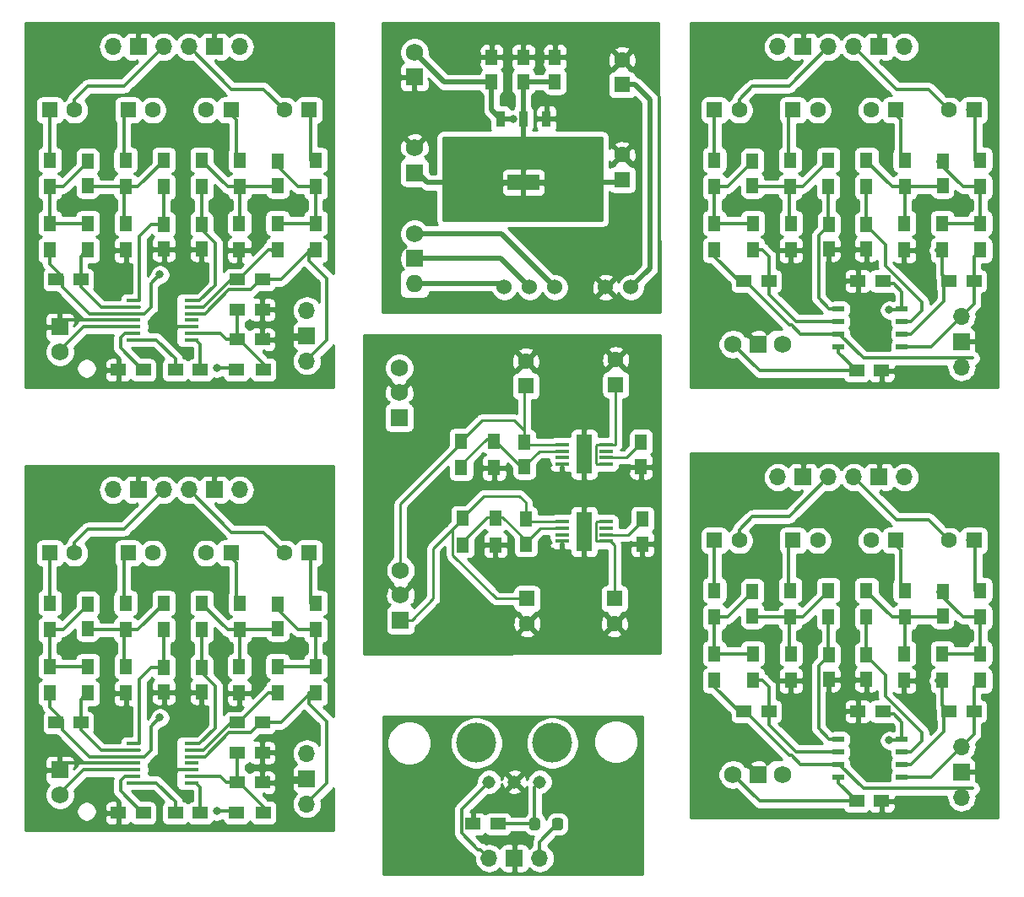
<source format=gbr>
G04 #@! TF.GenerationSoftware,KiCad,Pcbnew,(5.1.4)-1*
G04 #@! TF.CreationDate,2021-02-12T09:42:23+03:00*
G04 #@! TF.ProjectId,combined,636f6d62-696e-4656-942e-6b696361645f,rev?*
G04 #@! TF.SameCoordinates,Original*
G04 #@! TF.FileFunction,Copper,L1,Top*
G04 #@! TF.FilePolarity,Positive*
%FSLAX46Y46*%
G04 Gerber Fmt 4.6, Leading zero omitted, Abs format (unit mm)*
G04 Created by KiCad (PCBNEW (5.1.4)-1) date 2021-02-12 09:42:23*
%MOMM*%
%LPD*%
G04 APERTURE LIST*
%ADD10R,1.450000X0.350000*%
%ADD11R,1.450000X0.300000*%
%ADD12R,1.600000X1.600000*%
%ADD13C,1.600000*%
%ADD14R,1.300000X1.500000*%
%ADD15R,1.500000X1.300000*%
%ADD16R,1.250000X1.500000*%
%ADD17R,1.500000X1.250000*%
%ADD18C,1.524000*%
%ADD19O,1.750000X1.750000*%
%ADD20R,1.750000X1.750000*%
%ADD21C,1.750000*%
%ADD22R,3.175000X1.625600*%
%ADD23R,0.889000X1.625600*%
%ADD24O,1.700000X1.700000*%
%ADD25R,1.700000X1.700000*%
%ADD26R,1.143000X0.508000*%
%ADD27C,0.100000*%
%ADD28C,1.050000*%
%ADD29C,4.000000*%
%ADD30C,1.308000*%
%ADD31R,1.600000X4.000000*%
%ADD32R,1.400000X0.450000*%
%ADD33C,0.800000*%
%ADD34C,0.350000*%
%ADD35C,0.500000*%
%ADD36C,0.250000*%
%ADD37C,0.254000*%
G04 APERTURE END LIST*
D10*
X45183000Y-133432000D03*
D11*
X45183000Y-134082000D03*
D10*
X45183000Y-134732000D03*
X45183000Y-135382000D03*
X45183000Y-136032000D03*
X45183000Y-136682000D03*
X45183000Y-137332000D03*
X51083000Y-137332000D03*
X51083000Y-136682000D03*
X51083000Y-136032000D03*
X51083000Y-135382000D03*
X51083000Y-134732000D03*
X51083000Y-134082000D03*
X51083000Y-133432000D03*
X45183000Y-88982000D03*
D11*
X45183000Y-89632000D03*
D10*
X45183000Y-90282000D03*
X45183000Y-90932000D03*
X45183000Y-91582000D03*
X45183000Y-92232000D03*
X45183000Y-92882000D03*
X51083000Y-92882000D03*
X51083000Y-92232000D03*
X51083000Y-91582000D03*
X51083000Y-90932000D03*
X51083000Y-90282000D03*
X51083000Y-89632000D03*
X51083000Y-88982000D03*
D12*
X93472000Y-118872000D03*
D13*
X93472000Y-121372000D03*
D12*
X84709000Y-118872000D03*
D13*
X84709000Y-121372000D03*
D12*
X93599000Y-97409000D03*
D13*
X93599000Y-94909000D03*
D12*
X84582000Y-97536000D03*
D13*
X84582000Y-95036000D03*
D12*
X94234000Y-76835000D03*
D13*
X94234000Y-74335000D03*
D12*
X94234000Y-67310000D03*
D13*
X94234000Y-64810000D03*
D14*
X59672852Y-83900000D03*
X59672852Y-81200000D03*
X55845710Y-83900000D03*
X55845710Y-81200000D03*
X63500000Y-81200000D03*
X63500000Y-83900000D03*
X55905710Y-77550000D03*
X55905710Y-74850000D03*
X44484284Y-83900000D03*
X44484284Y-81200000D03*
X48251426Y-74850000D03*
X48251426Y-77550000D03*
X40657142Y-81200000D03*
X40657142Y-83900000D03*
X36830000Y-81200000D03*
X36830000Y-83900000D03*
X36830000Y-77550000D03*
X36830000Y-74850000D03*
X44424284Y-77550000D03*
X44424284Y-74850000D03*
X52078568Y-77550000D03*
X52078568Y-74850000D03*
D15*
X55546000Y-95888000D03*
X58246000Y-95888000D03*
D14*
X63500000Y-77550000D03*
X63500000Y-74850000D03*
X59672852Y-128350000D03*
X59672852Y-125650000D03*
X55845710Y-128350000D03*
X55845710Y-125650000D03*
X63500000Y-125650000D03*
X63500000Y-128350000D03*
X55905710Y-122000000D03*
X55905710Y-119300000D03*
X44484284Y-128350000D03*
X44484284Y-125650000D03*
X48251426Y-119300000D03*
X48251426Y-122000000D03*
X40657142Y-125650000D03*
X40657142Y-128350000D03*
X36830000Y-125650000D03*
X36830000Y-128350000D03*
X36830000Y-122000000D03*
X36830000Y-119300000D03*
X44424284Y-122000000D03*
X44424284Y-119300000D03*
X52078568Y-122000000D03*
X52078568Y-119300000D03*
D15*
X55546000Y-140338000D03*
X58246000Y-140338000D03*
D14*
X63500000Y-122000000D03*
X63500000Y-119300000D03*
X126347852Y-83900000D03*
X126347852Y-81200000D03*
X122520710Y-83900000D03*
X122520710Y-81200000D03*
X130175000Y-81200000D03*
X130175000Y-83900000D03*
X122580710Y-77550000D03*
X122580710Y-74850000D03*
X111159284Y-83900000D03*
X111159284Y-81200000D03*
X114926426Y-74850000D03*
X114926426Y-77550000D03*
X107332142Y-81200000D03*
X107332142Y-83900000D03*
X103505000Y-81200000D03*
X103505000Y-83900000D03*
X103505000Y-77550000D03*
X103505000Y-74850000D03*
X111099284Y-77550000D03*
X111099284Y-74850000D03*
X118753568Y-77550000D03*
X118753568Y-74850000D03*
X130175000Y-77550000D03*
X130175000Y-74850000D03*
X126347852Y-127080000D03*
X126347852Y-124380000D03*
X122520710Y-127080000D03*
X122520710Y-124380000D03*
X130175000Y-124380000D03*
X130175000Y-127080000D03*
X122580710Y-120730000D03*
X122580710Y-118030000D03*
X111159284Y-127080000D03*
X111159284Y-124380000D03*
X114926426Y-118030000D03*
X114926426Y-120730000D03*
X107332142Y-124380000D03*
X107332142Y-127080000D03*
X103505000Y-124380000D03*
X103505000Y-127080000D03*
X103505000Y-120730000D03*
X103505000Y-118030000D03*
X111099284Y-120730000D03*
X111099284Y-118030000D03*
X118753568Y-120730000D03*
X118753568Y-118030000D03*
X130175000Y-120730000D03*
X130175000Y-118030000D03*
X81534000Y-110791000D03*
X81534000Y-113491000D03*
X78232000Y-110791000D03*
X78232000Y-113491000D03*
X81407000Y-103044000D03*
X81407000Y-105744000D03*
X78105000Y-103044000D03*
X78105000Y-105744000D03*
D12*
X111350000Y-113030000D03*
D13*
X113850000Y-113030000D03*
D12*
X129540000Y-113030000D03*
D13*
X127040000Y-113030000D03*
D12*
X121695000Y-113030000D03*
D13*
X119195000Y-113030000D03*
D12*
X129540000Y-69850000D03*
D13*
X127040000Y-69850000D03*
D12*
X121695000Y-69850000D03*
D13*
X119195000Y-69850000D03*
D12*
X111350000Y-69850000D03*
D13*
X113850000Y-69850000D03*
D12*
X62865000Y-114300000D03*
D13*
X60365000Y-114300000D03*
D12*
X55020000Y-114300000D03*
D13*
X52520000Y-114300000D03*
D12*
X44675000Y-114300000D03*
D13*
X47175000Y-114300000D03*
D12*
X62865000Y-69850000D03*
D13*
X60365000Y-69850000D03*
D12*
X55020000Y-69850000D03*
D13*
X52520000Y-69850000D03*
D12*
X44675000Y-69850000D03*
D13*
X47175000Y-69850000D03*
D12*
X103505000Y-113030000D03*
D13*
X106005000Y-113030000D03*
D12*
X103505000Y-69850000D03*
D13*
X106005000Y-69850000D03*
D12*
X36830000Y-114300000D03*
D13*
X39330000Y-114300000D03*
D12*
X36830000Y-69850000D03*
D13*
X39330000Y-69850000D03*
D16*
X84455000Y-103144000D03*
X84455000Y-105644000D03*
X126377852Y-118130000D03*
X126377852Y-120630000D03*
X118723568Y-124480000D03*
X118723568Y-126980000D03*
X107302142Y-118130000D03*
X107302142Y-120630000D03*
X114956426Y-124480000D03*
X114956426Y-126980000D03*
X126377852Y-74950000D03*
X126377852Y-77450000D03*
X118723568Y-81300000D03*
X118723568Y-83800000D03*
X107302142Y-74950000D03*
X107302142Y-77450000D03*
X114956426Y-81300000D03*
X114956426Y-83800000D03*
D17*
X58146000Y-134314666D03*
X55646000Y-134314666D03*
D16*
X59702852Y-119400000D03*
X59702852Y-121900000D03*
X52048568Y-125750000D03*
X52048568Y-128250000D03*
X40627142Y-119400000D03*
X40627142Y-121900000D03*
X48281426Y-125750000D03*
X48281426Y-128250000D03*
D17*
X58146000Y-89864666D03*
X55646000Y-89864666D03*
D16*
X59702852Y-74950000D03*
X59702852Y-77450000D03*
X52048568Y-81300000D03*
X52048568Y-83800000D03*
X40627142Y-74950000D03*
X40627142Y-77450000D03*
X48281426Y-81300000D03*
X48281426Y-83800000D03*
X87503000Y-67036000D03*
X87503000Y-64536000D03*
X84582000Y-110891000D03*
X84582000Y-113391000D03*
D18*
X82423000Y-87630000D03*
X84963000Y-87630000D03*
X87503000Y-87630000D03*
X92583000Y-87630000D03*
X95123000Y-87630000D03*
D19*
X73406000Y-87249000D03*
D20*
X73406000Y-84749000D03*
D21*
X73406000Y-82249000D03*
D20*
X73406000Y-76136500D03*
D21*
X73406000Y-73636500D03*
D20*
X73406000Y-66548000D03*
D21*
X73406000Y-64048000D03*
D22*
X84328000Y-77114400D03*
D23*
X82016600Y-70713600D03*
X84328000Y-70713600D03*
X86639400Y-70713600D03*
D16*
X84328000Y-67036000D03*
X84328000Y-64536000D03*
X81153000Y-67036000D03*
X81153000Y-64536000D03*
D17*
X55646000Y-86868000D03*
X58146000Y-86868000D03*
X39948214Y-86868000D03*
X37448214Y-86868000D03*
X58146000Y-92861332D03*
X55646000Y-92861332D03*
D21*
X37846000Y-94107000D03*
D20*
X37846000Y-91607000D03*
D24*
X43180000Y-63500000D03*
D25*
X45720000Y-63500000D03*
D24*
X48260000Y-63500000D03*
X50800000Y-63500000D03*
D25*
X53340000Y-63500000D03*
D24*
X55880000Y-63500000D03*
D17*
X51923000Y-95918000D03*
X49423000Y-95918000D03*
D24*
X62611000Y-89953000D03*
D25*
X62611000Y-92493000D03*
D24*
X62611000Y-95033000D03*
D17*
X46208000Y-95918000D03*
X43708000Y-95918000D03*
X55646000Y-131318000D03*
X58146000Y-131318000D03*
X39948214Y-131318000D03*
X37448214Y-131318000D03*
X58146000Y-137311332D03*
X55646000Y-137311332D03*
D21*
X37846000Y-138557000D03*
D20*
X37846000Y-136057000D03*
D24*
X43180000Y-107950000D03*
D25*
X45720000Y-107950000D03*
D24*
X48260000Y-107950000D03*
X50800000Y-107950000D03*
D25*
X53340000Y-107950000D03*
D24*
X55880000Y-107950000D03*
D17*
X51923000Y-140368000D03*
X49423000Y-140368000D03*
D24*
X62611000Y-134403000D03*
D25*
X62611000Y-136943000D03*
D24*
X62611000Y-139483000D03*
D17*
X46208000Y-140368000D03*
X43708000Y-140368000D03*
X120249000Y-96012000D03*
X117749000Y-96012000D03*
D21*
X110363000Y-93345000D03*
D20*
X107863000Y-93345000D03*
D21*
X105363000Y-93345000D03*
D17*
X108946000Y-86995000D03*
X106446000Y-86995000D03*
X127020000Y-86995000D03*
X129520000Y-86995000D03*
D26*
X115951000Y-93599000D03*
X115951000Y-92329000D03*
X115951000Y-91059000D03*
X115951000Y-89789000D03*
X122301000Y-89789000D03*
X122301000Y-91059000D03*
X122301000Y-92329000D03*
X122301000Y-93599000D03*
D17*
X117876000Y-86995000D03*
X120376000Y-86995000D03*
D24*
X109855000Y-63500000D03*
D25*
X112395000Y-63500000D03*
D24*
X114935000Y-63500000D03*
X117475000Y-63500000D03*
D25*
X120015000Y-63500000D03*
D24*
X122555000Y-63500000D03*
X128270000Y-95631000D03*
D25*
X128270000Y-93091000D03*
D24*
X128270000Y-90551000D03*
D17*
X120249000Y-139192000D03*
X117749000Y-139192000D03*
D21*
X110363000Y-136525000D03*
D20*
X107863000Y-136525000D03*
D21*
X105363000Y-136525000D03*
D17*
X108946000Y-130175000D03*
X106446000Y-130175000D03*
X127020000Y-130175000D03*
X129520000Y-130175000D03*
D26*
X115951000Y-136779000D03*
X115951000Y-135509000D03*
X115951000Y-134239000D03*
X115951000Y-132969000D03*
X122301000Y-132969000D03*
X122301000Y-134239000D03*
X122301000Y-135509000D03*
X122301000Y-136779000D03*
D17*
X117876000Y-130175000D03*
X120376000Y-130175000D03*
D24*
X109855000Y-106680000D03*
D25*
X112395000Y-106680000D03*
D24*
X114935000Y-106680000D03*
X117475000Y-106680000D03*
D25*
X120015000Y-106680000D03*
D24*
X122555000Y-106680000D03*
X128270000Y-138811000D03*
D25*
X128270000Y-136271000D03*
D24*
X128270000Y-133731000D03*
D27*
G36*
X88063505Y-140879204D02*
G01*
X88087773Y-140882804D01*
X88111572Y-140888765D01*
X88134671Y-140897030D01*
X88156850Y-140907520D01*
X88177893Y-140920132D01*
X88197599Y-140934747D01*
X88215777Y-140951223D01*
X88232253Y-140969401D01*
X88246868Y-140989107D01*
X88259480Y-141010150D01*
X88269970Y-141032329D01*
X88278235Y-141055428D01*
X88284196Y-141079227D01*
X88287796Y-141103495D01*
X88289000Y-141127999D01*
X88289000Y-141828001D01*
X88287796Y-141852505D01*
X88284196Y-141876773D01*
X88278235Y-141900572D01*
X88269970Y-141923671D01*
X88259480Y-141945850D01*
X88246868Y-141966893D01*
X88232253Y-141986599D01*
X88215777Y-142004777D01*
X88197599Y-142021253D01*
X88177893Y-142035868D01*
X88156850Y-142048480D01*
X88134671Y-142058970D01*
X88111572Y-142067235D01*
X88087773Y-142073196D01*
X88063505Y-142076796D01*
X88039001Y-142078000D01*
X87488999Y-142078000D01*
X87464495Y-142076796D01*
X87440227Y-142073196D01*
X87416428Y-142067235D01*
X87393329Y-142058970D01*
X87371150Y-142048480D01*
X87350107Y-142035868D01*
X87330401Y-142021253D01*
X87312223Y-142004777D01*
X87295747Y-141986599D01*
X87281132Y-141966893D01*
X87268520Y-141945850D01*
X87258030Y-141923671D01*
X87249765Y-141900572D01*
X87243804Y-141876773D01*
X87240204Y-141852505D01*
X87239000Y-141828001D01*
X87239000Y-141127999D01*
X87240204Y-141103495D01*
X87243804Y-141079227D01*
X87249765Y-141055428D01*
X87258030Y-141032329D01*
X87268520Y-141010150D01*
X87281132Y-140989107D01*
X87295747Y-140969401D01*
X87312223Y-140951223D01*
X87330401Y-140934747D01*
X87350107Y-140920132D01*
X87371150Y-140907520D01*
X87393329Y-140897030D01*
X87416428Y-140888765D01*
X87440227Y-140882804D01*
X87464495Y-140879204D01*
X87488999Y-140878000D01*
X88039001Y-140878000D01*
X88063505Y-140879204D01*
X88063505Y-140879204D01*
G37*
D28*
X87764000Y-141478000D03*
D27*
G36*
X85763505Y-140879204D02*
G01*
X85787773Y-140882804D01*
X85811572Y-140888765D01*
X85834671Y-140897030D01*
X85856850Y-140907520D01*
X85877893Y-140920132D01*
X85897599Y-140934747D01*
X85915777Y-140951223D01*
X85932253Y-140969401D01*
X85946868Y-140989107D01*
X85959480Y-141010150D01*
X85969970Y-141032329D01*
X85978235Y-141055428D01*
X85984196Y-141079227D01*
X85987796Y-141103495D01*
X85989000Y-141127999D01*
X85989000Y-141828001D01*
X85987796Y-141852505D01*
X85984196Y-141876773D01*
X85978235Y-141900572D01*
X85969970Y-141923671D01*
X85959480Y-141945850D01*
X85946868Y-141966893D01*
X85932253Y-141986599D01*
X85915777Y-142004777D01*
X85897599Y-142021253D01*
X85877893Y-142035868D01*
X85856850Y-142048480D01*
X85834671Y-142058970D01*
X85811572Y-142067235D01*
X85787773Y-142073196D01*
X85763505Y-142076796D01*
X85739001Y-142078000D01*
X85188999Y-142078000D01*
X85164495Y-142076796D01*
X85140227Y-142073196D01*
X85116428Y-142067235D01*
X85093329Y-142058970D01*
X85071150Y-142048480D01*
X85050107Y-142035868D01*
X85030401Y-142021253D01*
X85012223Y-142004777D01*
X84995747Y-141986599D01*
X84981132Y-141966893D01*
X84968520Y-141945850D01*
X84958030Y-141923671D01*
X84949765Y-141900572D01*
X84943804Y-141876773D01*
X84940204Y-141852505D01*
X84939000Y-141828001D01*
X84939000Y-141127999D01*
X84940204Y-141103495D01*
X84943804Y-141079227D01*
X84949765Y-141055428D01*
X84958030Y-141032329D01*
X84968520Y-141010150D01*
X84981132Y-140989107D01*
X84995747Y-140969401D01*
X85012223Y-140951223D01*
X85030401Y-140934747D01*
X85050107Y-140920132D01*
X85071150Y-140907520D01*
X85093329Y-140897030D01*
X85116428Y-140888765D01*
X85140227Y-140882804D01*
X85164495Y-140879204D01*
X85188999Y-140878000D01*
X85739001Y-140878000D01*
X85763505Y-140879204D01*
X85763505Y-140879204D01*
G37*
D28*
X85464000Y-141478000D03*
D29*
X87249000Y-133300000D03*
X79629000Y-133300000D03*
D30*
X80899000Y-137250000D03*
X83439000Y-137250000D03*
X85979000Y-137250000D03*
D24*
X85979000Y-144907000D03*
D25*
X83439000Y-144907000D03*
D24*
X80899000Y-144907000D03*
D17*
X79268000Y-141478000D03*
X81768000Y-141478000D03*
D20*
X72009000Y-121031000D03*
D21*
X72009000Y-118531000D03*
X72009000Y-116031000D03*
D20*
X71882000Y-100711000D03*
D21*
X71882000Y-98211000D03*
X71882000Y-95711000D03*
D31*
X90424000Y-112141000D03*
D32*
X88224000Y-113116000D03*
X92624000Y-113116000D03*
X88224000Y-112466000D03*
X92624000Y-112466000D03*
X88224000Y-111816000D03*
X92624000Y-111816000D03*
X88224000Y-111166000D03*
X92624000Y-111166000D03*
D31*
X90424000Y-104394000D03*
D32*
X88224000Y-105369000D03*
X92624000Y-105369000D03*
X88224000Y-104719000D03*
X92624000Y-104719000D03*
X88224000Y-104069000D03*
X92624000Y-104069000D03*
X88224000Y-103419000D03*
X92624000Y-103419000D03*
D16*
X96266000Y-110891000D03*
X96266000Y-113391000D03*
X96139000Y-103144000D03*
X96139000Y-105644000D03*
D33*
X111125000Y-86741000D03*
X42545000Y-79502000D03*
X43053000Y-86614000D03*
X57785000Y-79375000D03*
X48387000Y-91440000D03*
X50165000Y-67056000D03*
X61087000Y-63500000D03*
X37592000Y-63373000D03*
X50165000Y-72009000D03*
X50165000Y-79502000D03*
X38608000Y-79502000D03*
X41656000Y-71882000D03*
X42545000Y-123952000D03*
X43053000Y-131064000D03*
X57785000Y-123825000D03*
X48514000Y-135890000D03*
X50165000Y-111506000D03*
X61087000Y-107950000D03*
X37592000Y-107823000D03*
X50165000Y-116459000D03*
X50165000Y-123952000D03*
X38608000Y-123952000D03*
X41656000Y-116332000D03*
X109220000Y-79502000D03*
X124587000Y-79629000D03*
X128397000Y-79502000D03*
X124460000Y-86487000D03*
X116586000Y-67056000D03*
X127762000Y-63500000D03*
X104267000Y-63373000D03*
X116713000Y-71882000D03*
X116586000Y-79502000D03*
X105283000Y-79502000D03*
X108077000Y-72009000D03*
X103759000Y-89535000D03*
X102997000Y-96139000D03*
X109220000Y-122682000D03*
X111760000Y-130556000D03*
X124587000Y-122809000D03*
X128397000Y-122682000D03*
X124460000Y-129794000D03*
X116586000Y-110236000D03*
X127762000Y-106680000D03*
X104267000Y-106553000D03*
X116713000Y-115062000D03*
X116586000Y-122682000D03*
X105283000Y-122682000D03*
X108077000Y-115189000D03*
X103759000Y-132715000D03*
X102997000Y-139319000D03*
X87630000Y-108458000D03*
X93599000Y-108585000D03*
X78486000Y-96901000D03*
X78486000Y-119634000D03*
X70993000Y-106553000D03*
X89027000Y-96393000D03*
X89281000Y-120269000D03*
X121031000Y-89916000D03*
X121031000Y-133096000D03*
X83283498Y-70739000D03*
X53594000Y-95758000D03*
X53594000Y-140208000D03*
X89789000Y-73533000D03*
X89789000Y-76073000D03*
X89789000Y-78613000D03*
X87249000Y-79883000D03*
X82169000Y-79883000D03*
X79629000Y-78613000D03*
X79629000Y-76073000D03*
X79629000Y-73533000D03*
X84709000Y-79883000D03*
X47879000Y-86360000D03*
X47879000Y-130810000D03*
D34*
X58652500Y-89936000D02*
X58674000Y-89914500D01*
X38394000Y-90932000D02*
X37973000Y-91353000D01*
X58674000Y-92414500D02*
X58674000Y-92289500D01*
X58521500Y-92567000D02*
X58674000Y-92414500D01*
X58146000Y-92815500D02*
X58167500Y-92837000D01*
X58146000Y-89662000D02*
X58146000Y-92815500D01*
X62230000Y-92837000D02*
X62357000Y-92710000D01*
X58167500Y-92837000D02*
X62230000Y-92837000D01*
X49037001Y-91582001D02*
X48895000Y-91440000D01*
X51206400Y-91582001D02*
X49037001Y-91582001D01*
X38521000Y-90932000D02*
X37846000Y-91607000D01*
X45313600Y-90932000D02*
X38521000Y-90932000D01*
X58652500Y-134386000D02*
X58674000Y-134364500D01*
X38394000Y-135382000D02*
X37973000Y-135803000D01*
X58674000Y-136864500D02*
X58674000Y-136739500D01*
X58521500Y-137017000D02*
X58674000Y-136864500D01*
X58146000Y-137265500D02*
X58167500Y-137287000D01*
X58146000Y-134112000D02*
X58146000Y-137265500D01*
X62230000Y-137287000D02*
X62357000Y-137160000D01*
X58167500Y-137287000D02*
X62230000Y-137287000D01*
X49037001Y-136032001D02*
X48895000Y-135890000D01*
X51206400Y-136032001D02*
X49037001Y-136032001D01*
X38521000Y-135382000D02*
X37846000Y-136057000D01*
X45313600Y-135382000D02*
X38521000Y-135382000D01*
X117580000Y-86995000D02*
X117455000Y-86995000D01*
X117580000Y-130175000D02*
X117455000Y-130175000D01*
D35*
X82042000Y-87249000D02*
X82423000Y-87630000D01*
X73406000Y-87249000D02*
X82042000Y-87249000D01*
D34*
X108030000Y-96012000D02*
X105363000Y-93345000D01*
X117749000Y-96012000D02*
X108030000Y-96012000D01*
X115951000Y-94214000D02*
X117749000Y-96012000D01*
X115951000Y-93599000D02*
X115951000Y-94214000D01*
X108030000Y-139192000D02*
X105363000Y-136525000D01*
X117749000Y-139192000D02*
X108030000Y-139192000D01*
X115951000Y-137394000D02*
X117749000Y-139192000D01*
X115951000Y-136779000D02*
X115951000Y-137394000D01*
D36*
X93599000Y-98459000D02*
X93599000Y-97409000D01*
X93599000Y-103394000D02*
X93599000Y-98459000D01*
X93574000Y-103419000D02*
X93599000Y-103394000D01*
X92624000Y-103419000D02*
X93574000Y-103419000D01*
X91674000Y-103419000D02*
X92624000Y-103419000D01*
X91598999Y-103494001D02*
X91674000Y-103419000D01*
X91598999Y-105293999D02*
X91598999Y-103494001D01*
X91674000Y-105369000D02*
X91598999Y-105293999D01*
X92624000Y-105369000D02*
X91674000Y-105369000D01*
D34*
X59602852Y-77550000D02*
X59702852Y-77450000D01*
X55905710Y-77550000D02*
X59602852Y-77550000D01*
X55905710Y-81140000D02*
X55845710Y-81200000D01*
X55905710Y-77550000D02*
X55905710Y-81140000D01*
X54905710Y-77550000D02*
X55905710Y-77550000D01*
X54678568Y-77550000D02*
X54905710Y-77550000D01*
X52078568Y-74950000D02*
X54678568Y-77550000D01*
X52078568Y-74850000D02*
X52078568Y-74950000D01*
X59602852Y-122000000D02*
X59702852Y-121900000D01*
X55905710Y-122000000D02*
X59602852Y-122000000D01*
X55905710Y-125590000D02*
X55845710Y-125650000D01*
X55905710Y-122000000D02*
X55905710Y-125590000D01*
X54905710Y-122000000D02*
X55905710Y-122000000D01*
X54678568Y-122000000D02*
X54905710Y-122000000D01*
X52078568Y-119400000D02*
X54678568Y-122000000D01*
X52078568Y-119300000D02*
X52078568Y-119400000D01*
X126277852Y-77550000D02*
X126377852Y-77450000D01*
X122580710Y-77550000D02*
X126277852Y-77550000D01*
X122580710Y-81140000D02*
X122520710Y-81200000D01*
X122580710Y-77550000D02*
X122580710Y-81140000D01*
X121580710Y-77550000D02*
X122580710Y-77550000D01*
X121353568Y-77550000D02*
X121580710Y-77550000D01*
X118753568Y-74950000D02*
X121353568Y-77550000D01*
X118753568Y-74850000D02*
X118753568Y-74950000D01*
X126277852Y-120730000D02*
X126377852Y-120630000D01*
X122580710Y-120730000D02*
X126277852Y-120730000D01*
X122580710Y-124320000D02*
X122520710Y-124380000D01*
X122580710Y-120730000D02*
X122580710Y-124320000D01*
X121580710Y-120730000D02*
X122580710Y-120730000D01*
X121353568Y-120730000D02*
X121580710Y-120730000D01*
X118753568Y-118130000D02*
X121353568Y-120730000D01*
X118753568Y-118030000D02*
X118753568Y-118130000D01*
D36*
X80705000Y-102790000D02*
X81407000Y-102790000D01*
X78105000Y-105390000D02*
X80705000Y-102790000D01*
X78105000Y-105490000D02*
X78105000Y-105390000D01*
X84034000Y-105517000D02*
X84455000Y-105517000D01*
X81407000Y-102890000D02*
X84034000Y-105517000D01*
X81407000Y-102790000D02*
X81407000Y-102890000D01*
X84455000Y-105519000D02*
X84455000Y-105644000D01*
X85905000Y-104069000D02*
X84455000Y-105519000D01*
X88224000Y-104069000D02*
X85905000Y-104069000D01*
D35*
X82122000Y-82249000D02*
X87503000Y-87630000D01*
X73406000Y-82249000D02*
X82122000Y-82249000D01*
D34*
X122301000Y-89185000D02*
X122301000Y-89789000D01*
X122301000Y-88074000D02*
X122301000Y-89185000D01*
X121476000Y-87249000D02*
X122301000Y-88074000D01*
X120376000Y-87249000D02*
X121476000Y-87249000D01*
X122174000Y-89916000D02*
X122301000Y-89789000D01*
X121031000Y-89916000D02*
X122174000Y-89916000D01*
X122301000Y-132365000D02*
X122301000Y-132969000D01*
X122301000Y-131254000D02*
X122301000Y-132365000D01*
X121476000Y-130429000D02*
X122301000Y-131254000D01*
X120376000Y-130429000D02*
X121476000Y-130429000D01*
X122174000Y-133096000D02*
X122301000Y-132969000D01*
X121031000Y-133096000D02*
X122174000Y-133096000D01*
D36*
X91674000Y-111166000D02*
X92624000Y-111166000D01*
X91598999Y-111241001D02*
X91674000Y-111166000D01*
X91598999Y-113040999D02*
X91598999Y-111241001D01*
X91674000Y-113116000D02*
X91598999Y-113040999D01*
X92624000Y-113116000D02*
X91674000Y-113116000D01*
X93472000Y-113489000D02*
X92999001Y-113016001D01*
X93472000Y-118872000D02*
X93472000Y-113489000D01*
D35*
X81153000Y-69850000D02*
X82016600Y-70713600D01*
X81153000Y-67036000D02*
X81153000Y-69850000D01*
X81153000Y-67036000D02*
X81153000Y-67161000D01*
X76394000Y-67036000D02*
X73406000Y-64048000D01*
X81153000Y-67036000D02*
X76394000Y-67036000D01*
X82042000Y-70739000D02*
X82016600Y-70713600D01*
X83283498Y-70739000D02*
X82042000Y-70739000D01*
X95534000Y-67310000D02*
X97028000Y-68804000D01*
X94234000Y-67310000D02*
X95534000Y-67310000D01*
X97028000Y-85725000D02*
X95123000Y-87630000D01*
X97028000Y-68804000D02*
X97028000Y-85725000D01*
D34*
X55821500Y-95758000D02*
X53594000Y-95758000D01*
X40244001Y-91581999D02*
X37973000Y-93853000D01*
X45567600Y-91581999D02*
X40244001Y-91581999D01*
X55821500Y-140208000D02*
X53594000Y-140208000D01*
X40244001Y-136031999D02*
X37973000Y-138303000D01*
X45567600Y-136031999D02*
X40244001Y-136031999D01*
D35*
X87503000Y-67036000D02*
X84328000Y-67036000D01*
X84328000Y-67036000D02*
X84328000Y-70713600D01*
X87503000Y-66911000D02*
X87503000Y-67036000D01*
X84328000Y-75801600D02*
X84328000Y-70713600D01*
X84328000Y-77114400D02*
X84328000Y-75801600D01*
X74701400Y-77114400D02*
X73406000Y-75819000D01*
X84328000Y-77114400D02*
X74701400Y-77114400D01*
X93954600Y-77114400D02*
X94234000Y-76835000D01*
X84328000Y-77114400D02*
X93954600Y-77114400D01*
D34*
X85979000Y-143263000D02*
X87764000Y-141478000D01*
X85979000Y-144907000D02*
X85979000Y-143263000D01*
D35*
X82082000Y-84749000D02*
X84963000Y-87630000D01*
X73406000Y-84749000D02*
X82082000Y-84749000D01*
D34*
X55542855Y-70782855D02*
X54610000Y-69850000D01*
X55542855Y-74850000D02*
X55542855Y-70782855D01*
X55542855Y-115232855D02*
X54610000Y-114300000D01*
X55542855Y-119300000D02*
X55542855Y-115232855D01*
X122217855Y-70782855D02*
X121285000Y-69850000D01*
X122217855Y-74850000D02*
X122217855Y-70782855D01*
X122217855Y-113962855D02*
X121285000Y-113030000D01*
X122217855Y-118030000D02*
X122217855Y-113962855D01*
D36*
X96139000Y-103269000D02*
X96139000Y-103144000D01*
X94689000Y-104719000D02*
X96139000Y-103269000D01*
X92624000Y-104719000D02*
X94689000Y-104719000D01*
X84603000Y-103165000D02*
X84455000Y-103017000D01*
X84402000Y-97536000D02*
X84582000Y-97536000D01*
X84455000Y-97663000D02*
X84582000Y-97536000D01*
X84455000Y-103017000D02*
X84455000Y-97663000D01*
X84455000Y-101981000D02*
X84455000Y-103271000D01*
X83439000Y-100965000D02*
X84455000Y-101981000D01*
X80211000Y-100965000D02*
X83439000Y-100965000D01*
X78105000Y-103171000D02*
X78105000Y-103071000D01*
X78105000Y-103071000D02*
X80211000Y-100965000D01*
X72009000Y-109367000D02*
X72009000Y-116031000D01*
X78105000Y-103171000D02*
X78105000Y-103271000D01*
X78105000Y-103271000D02*
X72009000Y-109367000D01*
X84730000Y-103419000D02*
X84455000Y-103144000D01*
X88224000Y-103419000D02*
X84730000Y-103419000D01*
D34*
X44392332Y-69950000D02*
X44492332Y-69850000D01*
X44279142Y-70020858D02*
X44450000Y-69850000D01*
X44279142Y-74850000D02*
X44279142Y-70020858D01*
X44392332Y-114400000D02*
X44492332Y-114300000D01*
X44279142Y-114470858D02*
X44450000Y-114300000D01*
X44279142Y-119300000D02*
X44279142Y-114470858D01*
X111067332Y-69950000D02*
X111167332Y-69850000D01*
X110954142Y-70020858D02*
X111125000Y-69850000D01*
X110954142Y-74850000D02*
X110954142Y-70020858D01*
X111067332Y-113130000D02*
X111167332Y-113030000D01*
X110954142Y-113200858D02*
X111125000Y-113030000D01*
X110954142Y-118030000D02*
X110954142Y-113200858D01*
D36*
X96266000Y-111016000D02*
X96266000Y-110891000D01*
X94816000Y-112466000D02*
X96266000Y-111016000D01*
X92624000Y-112466000D02*
X94816000Y-112466000D01*
X80705000Y-110664000D02*
X81534000Y-110664000D01*
X78232000Y-113137000D02*
X80705000Y-110664000D01*
X78232000Y-113237000D02*
X78232000Y-113137000D01*
X82234000Y-110664000D02*
X81534000Y-110664000D01*
X84582000Y-113012000D02*
X82234000Y-110664000D01*
X84582000Y-113137000D02*
X84582000Y-113012000D01*
X84582000Y-113266000D02*
X84582000Y-113391000D01*
X86032000Y-111816000D02*
X84582000Y-113266000D01*
X88224000Y-111816000D02*
X86032000Y-111816000D01*
X73134000Y-121031000D02*
X75311000Y-118854000D01*
X72009000Y-121031000D02*
X73134000Y-121031000D01*
X75311000Y-113812000D02*
X78232000Y-110891000D01*
X75311000Y-118854000D02*
X75311000Y-113812000D01*
X84582000Y-109220000D02*
X84582000Y-110891000D01*
X83947000Y-108585000D02*
X84582000Y-109220000D01*
X80338000Y-108585000D02*
X83947000Y-108585000D01*
X78232000Y-110791000D02*
X78232000Y-110691000D01*
X78232000Y-110691000D02*
X80338000Y-108585000D01*
X84857000Y-111166000D02*
X84582000Y-110891000D01*
X88224000Y-111166000D02*
X84857000Y-111166000D01*
X78232000Y-110891000D02*
X78232000Y-110791000D01*
X77256999Y-111866001D02*
X78232000Y-110891000D01*
X77256999Y-114501001D02*
X77256999Y-111866001D01*
X81627998Y-118872000D02*
X77256999Y-114501001D01*
X84709000Y-118872000D02*
X81627998Y-118872000D01*
D34*
X62992000Y-70612000D02*
X62230000Y-69850000D01*
X62992000Y-74850000D02*
X62992000Y-70612000D01*
X62992000Y-115062000D02*
X62230000Y-114300000D01*
X62992000Y-119300000D02*
X62992000Y-115062000D01*
X129667000Y-70612000D02*
X128905000Y-69850000D01*
X129667000Y-74850000D02*
X129667000Y-70612000D01*
X129667000Y-113792000D02*
X128905000Y-113030000D01*
X129667000Y-118030000D02*
X129667000Y-113792000D01*
X55064999Y-67764999D02*
X50800000Y-63500000D01*
X60365000Y-69850000D02*
X58279999Y-67764999D01*
X58279999Y-67764999D02*
X55064999Y-67764999D01*
X55064999Y-112214999D02*
X50800000Y-107950000D01*
X60365000Y-114300000D02*
X58279999Y-112214999D01*
X58279999Y-112214999D02*
X55064999Y-112214999D01*
X121739999Y-67764999D02*
X117475000Y-63500000D01*
X127040000Y-69850000D02*
X124954999Y-67764999D01*
X124954999Y-67764999D02*
X121739999Y-67764999D01*
X121739999Y-110944999D02*
X117475000Y-106680000D01*
X127040000Y-113030000D02*
X124954999Y-110944999D01*
X124954999Y-110944999D02*
X121739999Y-110944999D01*
X59267426Y-75075000D02*
X59267426Y-74950000D01*
X61742426Y-77550000D02*
X59267426Y-75075000D01*
X62992000Y-77550000D02*
X61742426Y-77550000D01*
X60672852Y-81200000D02*
X63500000Y-81200000D01*
X59672852Y-81200000D02*
X60672852Y-81200000D01*
X63500000Y-78650000D02*
X63500000Y-81200000D01*
X63500000Y-77550000D02*
X63500000Y-78650000D01*
X59267426Y-119525000D02*
X59267426Y-119400000D01*
X61742426Y-122000000D02*
X59267426Y-119525000D01*
X62992000Y-122000000D02*
X61742426Y-122000000D01*
X60672852Y-125650000D02*
X63500000Y-125650000D01*
X59672852Y-125650000D02*
X60672852Y-125650000D01*
X63500000Y-123100000D02*
X63500000Y-125650000D01*
X63500000Y-122000000D02*
X63500000Y-123100000D01*
X125942426Y-75075000D02*
X125942426Y-74950000D01*
X128417426Y-77550000D02*
X125942426Y-75075000D01*
X129667000Y-77550000D02*
X128417426Y-77550000D01*
X127347852Y-81200000D02*
X130175000Y-81200000D01*
X126347852Y-81200000D02*
X127347852Y-81200000D01*
X130175000Y-78650000D02*
X130175000Y-81200000D01*
X130175000Y-77550000D02*
X130175000Y-78650000D01*
X125942426Y-118255000D02*
X125942426Y-118130000D01*
X128417426Y-120730000D02*
X125942426Y-118255000D01*
X129667000Y-120730000D02*
X128417426Y-120730000D01*
X127347852Y-124380000D02*
X130175000Y-124380000D01*
X126347852Y-124380000D02*
X127347852Y-124380000D01*
X130175000Y-121830000D02*
X130175000Y-124380000D01*
X130175000Y-120730000D02*
X130175000Y-121830000D01*
X52070000Y-81300000D02*
X52070000Y-77550000D01*
X51866800Y-88982001D02*
X53467000Y-87381801D01*
X51206400Y-88982001D02*
X51866800Y-88982001D01*
X51685712Y-81425000D02*
X51685712Y-81300000D01*
X53467000Y-83206288D02*
X51685712Y-81425000D01*
X53467000Y-87381801D02*
X53467000Y-83206288D01*
X52070000Y-125750000D02*
X52070000Y-122000000D01*
X51866800Y-133432001D02*
X53467000Y-131831801D01*
X51206400Y-133432001D02*
X51866800Y-133432001D01*
X51685712Y-125875000D02*
X51685712Y-125750000D01*
X53467000Y-127656288D02*
X51685712Y-125875000D01*
X53467000Y-131831801D02*
X53467000Y-127656288D01*
X39330000Y-68751002D02*
X40644002Y-67437000D01*
X39330000Y-69850000D02*
X39330000Y-68751002D01*
X44323000Y-67437000D02*
X48260000Y-63500000D01*
X40644002Y-67437000D02*
X44323000Y-67437000D01*
X39330000Y-113201002D02*
X40644002Y-111887000D01*
X39330000Y-114300000D02*
X39330000Y-113201002D01*
X44323000Y-111887000D02*
X48260000Y-107950000D01*
X40644002Y-111887000D02*
X44323000Y-111887000D01*
X106005000Y-68751002D02*
X107319002Y-67437000D01*
X106005000Y-69850000D02*
X106005000Y-68751002D01*
X110998000Y-67437000D02*
X114935000Y-63500000D01*
X107319002Y-67437000D02*
X110998000Y-67437000D01*
X106005000Y-111931002D02*
X107319002Y-110617000D01*
X106005000Y-113030000D02*
X106005000Y-111931002D01*
X110998000Y-110617000D02*
X114935000Y-106680000D01*
X107319002Y-110617000D02*
X110998000Y-110617000D01*
X59075000Y-83920000D02*
X59055000Y-83900000D01*
X58739000Y-83900000D02*
X59128568Y-83900000D01*
X55771000Y-86868000D02*
X58739000Y-83900000D01*
X55646000Y-86868000D02*
X55771000Y-86868000D01*
X55011403Y-86868000D02*
X55646000Y-86868000D01*
X52247403Y-89632000D02*
X55011403Y-86868000D01*
X51206400Y-89632000D02*
X52247403Y-89632000D01*
X59075000Y-128370000D02*
X59055000Y-128350000D01*
X58739000Y-128350000D02*
X59128568Y-128350000D01*
X55771000Y-131318000D02*
X58739000Y-128350000D01*
X55646000Y-131318000D02*
X55771000Y-131318000D01*
X55011403Y-131318000D02*
X55646000Y-131318000D01*
X52247403Y-134082000D02*
X55011403Y-131318000D01*
X51206400Y-134082000D02*
X52247403Y-134082000D01*
X58021000Y-86868000D02*
X58146000Y-86868000D01*
X57020999Y-87868001D02*
X58021000Y-86868000D01*
X54808600Y-87868001D02*
X57020999Y-87868001D01*
X52394600Y-90282001D02*
X54808600Y-87868001D01*
X51206400Y-90282001D02*
X52394600Y-90282001D01*
X62865000Y-84000000D02*
X62865000Y-83900000D01*
X59997000Y-86868000D02*
X62865000Y-84000000D01*
X58146000Y-86868000D02*
X59997000Y-86868000D01*
X62865000Y-85000000D02*
X62865000Y-83900000D01*
X64643000Y-86778000D02*
X62865000Y-85000000D01*
X64643000Y-92964000D02*
X64643000Y-86778000D01*
X62357000Y-95250000D02*
X64643000Y-92964000D01*
X58021000Y-131318000D02*
X58146000Y-131318000D01*
X57020999Y-132318001D02*
X58021000Y-131318000D01*
X54808600Y-132318001D02*
X57020999Y-132318001D01*
X52394600Y-134732001D02*
X54808600Y-132318001D01*
X51206400Y-134732001D02*
X52394600Y-134732001D01*
X62865000Y-128450000D02*
X62865000Y-128350000D01*
X59997000Y-131318000D02*
X62865000Y-128450000D01*
X58146000Y-131318000D02*
X59997000Y-131318000D01*
X62865000Y-129450000D02*
X62865000Y-128350000D01*
X64643000Y-131228000D02*
X62865000Y-129450000D01*
X64643000Y-137414000D02*
X64643000Y-131228000D01*
X62357000Y-139700000D02*
X64643000Y-137414000D01*
X36830000Y-85324000D02*
X38120000Y-86614000D01*
X36830000Y-83900000D02*
X36830000Y-85324000D01*
X40813001Y-90282001D02*
X45458900Y-90282001D01*
X38120000Y-87589000D02*
X40813001Y-90282001D01*
X38120000Y-86614000D02*
X38120000Y-87589000D01*
X46354601Y-90282001D02*
X46990000Y-89646602D01*
X45313600Y-90282001D02*
X46354601Y-90282001D01*
X46990000Y-87249000D02*
X47879000Y-86360000D01*
X46990000Y-89646602D02*
X46990000Y-87249000D01*
X36830000Y-129774000D02*
X38120000Y-131064000D01*
X36830000Y-128350000D02*
X36830000Y-129774000D01*
X40813001Y-134732001D02*
X45458900Y-134732001D01*
X38120000Y-132039000D02*
X40813001Y-134732001D01*
X38120000Y-131064000D02*
X38120000Y-132039000D01*
X46354601Y-134732001D02*
X46990000Y-134096602D01*
X45313600Y-134732001D02*
X46354601Y-134732001D01*
X46990000Y-131699000D02*
X47879000Y-130810000D01*
X46990000Y-134096602D02*
X46990000Y-131699000D01*
X36877000Y-69950000D02*
X36977000Y-69850000D01*
X36830000Y-71000000D02*
X36830000Y-74850000D01*
X36830000Y-69850000D02*
X36830000Y-71000000D01*
X36877000Y-114400000D02*
X36977000Y-114300000D01*
X36830000Y-115450000D02*
X36830000Y-119300000D01*
X36830000Y-114300000D02*
X36830000Y-115450000D01*
X103552000Y-69950000D02*
X103652000Y-69850000D01*
X103505000Y-71000000D02*
X103505000Y-74850000D01*
X103505000Y-69850000D02*
X103505000Y-71000000D01*
X103552000Y-113130000D02*
X103652000Y-113030000D01*
X103505000Y-114180000D02*
X103505000Y-118030000D01*
X103505000Y-113030000D02*
X103505000Y-114180000D01*
X40640000Y-75075000D02*
X40640000Y-74950000D01*
X38165000Y-77550000D02*
X40640000Y-75075000D01*
X36830000Y-77550000D02*
X38165000Y-77550000D01*
X36830000Y-81200000D02*
X36830000Y-77550000D01*
X37830000Y-81200000D02*
X40640000Y-81200000D01*
X36830000Y-81200000D02*
X37830000Y-81200000D01*
X40640000Y-119525000D02*
X40640000Y-119400000D01*
X38165000Y-122000000D02*
X40640000Y-119525000D01*
X36830000Y-122000000D02*
X38165000Y-122000000D01*
X36830000Y-125650000D02*
X36830000Y-122000000D01*
X37830000Y-125650000D02*
X40640000Y-125650000D01*
X36830000Y-125650000D02*
X37830000Y-125650000D01*
X107315000Y-75075000D02*
X107315000Y-74950000D01*
X104840000Y-77550000D02*
X107315000Y-75075000D01*
X103505000Y-77550000D02*
X104840000Y-77550000D01*
X103505000Y-81200000D02*
X103505000Y-77550000D01*
X104505000Y-81200000D02*
X107315000Y-81200000D01*
X103505000Y-81200000D02*
X104505000Y-81200000D01*
X107315000Y-118255000D02*
X107315000Y-118130000D01*
X104840000Y-120730000D02*
X107315000Y-118255000D01*
X103505000Y-120730000D02*
X104840000Y-120730000D01*
X103505000Y-124380000D02*
X103505000Y-120730000D01*
X104505000Y-124380000D02*
X107315000Y-124380000D01*
X103505000Y-124380000D02*
X104505000Y-124380000D01*
X45660000Y-77550000D02*
X45085000Y-77550000D01*
X48260000Y-74950000D02*
X45660000Y-77550000D01*
X48260000Y-74850000D02*
X48260000Y-74950000D01*
X40740000Y-77550000D02*
X40640000Y-77450000D01*
X45085000Y-77550000D02*
X40740000Y-77550000D01*
X44302856Y-77573714D02*
X44279142Y-77550000D01*
X44302856Y-81200000D02*
X44302856Y-77573714D01*
X45660000Y-122000000D02*
X45085000Y-122000000D01*
X48260000Y-119400000D02*
X45660000Y-122000000D01*
X48260000Y-119300000D02*
X48260000Y-119400000D01*
X40740000Y-122000000D02*
X40640000Y-121900000D01*
X45085000Y-122000000D02*
X40740000Y-122000000D01*
X44302856Y-122023714D02*
X44279142Y-122000000D01*
X44302856Y-125650000D02*
X44302856Y-122023714D01*
X112335000Y-77550000D02*
X111760000Y-77550000D01*
X114935000Y-74950000D02*
X112335000Y-77550000D01*
X114935000Y-74850000D02*
X114935000Y-74950000D01*
X107415000Y-77550000D02*
X107315000Y-77450000D01*
X111760000Y-77550000D02*
X107415000Y-77550000D01*
X110977856Y-77573714D02*
X110954142Y-77550000D01*
X110977856Y-81200000D02*
X110977856Y-77573714D01*
X112335000Y-120730000D02*
X111760000Y-120730000D01*
X114935000Y-118130000D02*
X112335000Y-120730000D01*
X114935000Y-118030000D02*
X114935000Y-118130000D01*
X107415000Y-120730000D02*
X107315000Y-120630000D01*
X111760000Y-120730000D02*
X107415000Y-120730000D01*
X110977856Y-120753714D02*
X110954142Y-120730000D01*
X110977856Y-124380000D02*
X110977856Y-120753714D01*
X48260000Y-81300000D02*
X48260000Y-77550000D01*
X47034284Y-81300000D02*
X48009284Y-81300000D01*
X45821600Y-82512684D02*
X47034284Y-81300000D01*
X45821600Y-88981999D02*
X45821600Y-82512684D01*
X48260000Y-125750000D02*
X48260000Y-122000000D01*
X47034284Y-125750000D02*
X48009284Y-125750000D01*
X45821600Y-126962684D02*
X47034284Y-125750000D01*
X45821600Y-133431999D02*
X45821600Y-126962684D01*
X40620000Y-83920000D02*
X40640000Y-83900000D01*
X39948214Y-87589000D02*
X39948214Y-86614000D01*
X41991214Y-89632000D02*
X39948214Y-87589000D01*
X39948214Y-84518214D02*
X40566428Y-83900000D01*
X39948214Y-86614000D02*
X39948214Y-84518214D01*
X41991214Y-89632000D02*
X45821600Y-89632000D01*
X40620000Y-128370000D02*
X40640000Y-128350000D01*
X39948214Y-132039000D02*
X39948214Y-131064000D01*
X41991214Y-134082000D02*
X39948214Y-132039000D01*
X39948214Y-128968214D02*
X40566428Y-128350000D01*
X39948214Y-131064000D02*
X39948214Y-128968214D01*
X41991214Y-134082000D02*
X45821600Y-134082000D01*
X46083000Y-95858000D02*
X43942000Y-93717000D01*
X46208000Y-95858000D02*
X46083000Y-95858000D01*
X44379400Y-92232000D02*
X45567600Y-92232000D01*
X43942000Y-92669400D02*
X44379400Y-92232000D01*
X43942000Y-93717000D02*
X43942000Y-92669400D01*
X46083000Y-140308000D02*
X43942000Y-138167000D01*
X46208000Y-140308000D02*
X46083000Y-140308000D01*
X44379400Y-136682000D02*
X45567600Y-136682000D01*
X43942000Y-137119400D02*
X44379400Y-136682000D01*
X43942000Y-138167000D02*
X43942000Y-137119400D01*
X51923000Y-93344601D02*
X51460400Y-92882001D01*
X51923000Y-95758000D02*
X51923000Y-93344601D01*
X51923000Y-137794601D02*
X51460400Y-137332001D01*
X51923000Y-140208000D02*
X51923000Y-137794601D01*
X47009800Y-92881999D02*
X45821600Y-92881999D01*
X47521999Y-92881999D02*
X47009800Y-92881999D01*
X49423000Y-94783000D02*
X47521999Y-92881999D01*
X49423000Y-95758000D02*
X49423000Y-94783000D01*
X47009800Y-137331999D02*
X45821600Y-137331999D01*
X47521999Y-137331999D02*
X47009800Y-137331999D01*
X49423000Y-139233000D02*
X47521999Y-137331999D01*
X49423000Y-140208000D02*
X49423000Y-139233000D01*
X55667500Y-92837000D02*
X55667500Y-90170000D01*
X58436500Y-95481000D02*
X58436500Y-95888000D01*
X55792500Y-92837000D02*
X58436500Y-95481000D01*
X55667500Y-92837000D02*
X55792500Y-92837000D01*
X52140600Y-92232000D02*
X50952400Y-92232000D01*
X53916668Y-92232000D02*
X52140600Y-92232000D01*
X54546000Y-92861332D02*
X53916668Y-92232000D01*
X55646000Y-92861332D02*
X54546000Y-92861332D01*
X55667500Y-137287000D02*
X55667500Y-134620000D01*
X58436500Y-139931000D02*
X58436500Y-140338000D01*
X55792500Y-137287000D02*
X58436500Y-139931000D01*
X55667500Y-137287000D02*
X55792500Y-137287000D01*
X52140600Y-136682000D02*
X50952400Y-136682000D01*
X53916668Y-136682000D02*
X52140600Y-136682000D01*
X54546000Y-137311332D02*
X53916668Y-136682000D01*
X55646000Y-137311332D02*
X54546000Y-137311332D01*
X118745000Y-81300000D02*
X118745000Y-77550000D01*
X123222500Y-91059000D02*
X124333000Y-89948500D01*
X122301000Y-91059000D02*
X123222500Y-91059000D01*
X124333000Y-89154000D02*
X120650000Y-85471000D01*
X124333000Y-89948500D02*
X124333000Y-89154000D01*
X118723568Y-81425000D02*
X118723568Y-81300000D01*
X120650000Y-83351432D02*
X118723568Y-81425000D01*
X120650000Y-85471000D02*
X120650000Y-83351432D01*
X118745000Y-124480000D02*
X118745000Y-120730000D01*
X123222500Y-134239000D02*
X124333000Y-133128500D01*
X122301000Y-134239000D02*
X123222500Y-134239000D01*
X124333000Y-132334000D02*
X120650000Y-128651000D01*
X124333000Y-133128500D02*
X124333000Y-132334000D01*
X118723568Y-124605000D02*
X118723568Y-124480000D01*
X120650000Y-126531432D02*
X118723568Y-124605000D01*
X120650000Y-128651000D02*
X120650000Y-126531432D01*
X125750000Y-83920000D02*
X125730000Y-83900000D01*
X126347852Y-83900000D02*
X126347852Y-86409648D01*
X126512000Y-87462000D02*
X126512000Y-86487000D01*
X126512000Y-89039500D02*
X126512000Y-87462000D01*
X123222500Y-92329000D02*
X126512000Y-89039500D01*
X122301000Y-92329000D02*
X123222500Y-92329000D01*
X125750000Y-127100000D02*
X125730000Y-127080000D01*
X126347852Y-127080000D02*
X126347852Y-129589648D01*
X126512000Y-130642000D02*
X126512000Y-129667000D01*
X126512000Y-132219500D02*
X126512000Y-130642000D01*
X123222500Y-135509000D02*
X126512000Y-132219500D01*
X122301000Y-135509000D02*
X123222500Y-135509000D01*
X125222000Y-93599000D02*
X128270000Y-90551000D01*
X122301000Y-93599000D02*
X125222000Y-93599000D01*
X129520000Y-89301000D02*
X129520000Y-86995000D01*
X128270000Y-90551000D02*
X129520000Y-89301000D01*
X129520000Y-84555000D02*
X130175000Y-83900000D01*
X129520000Y-86995000D02*
X129520000Y-84555000D01*
X125222000Y-136779000D02*
X128270000Y-133731000D01*
X122301000Y-136779000D02*
X125222000Y-136779000D01*
X129520000Y-132481000D02*
X129520000Y-130175000D01*
X128270000Y-133731000D02*
X129520000Y-132481000D01*
X129520000Y-127735000D02*
X130175000Y-127080000D01*
X129520000Y-130175000D02*
X129520000Y-127735000D01*
X114935000Y-81300000D02*
X114935000Y-77550000D01*
X114956426Y-81425000D02*
X114956426Y-81300000D01*
X113956425Y-82425001D02*
X114956426Y-81425000D01*
X113956425Y-88715925D02*
X113956425Y-82425001D01*
X115029500Y-89789000D02*
X113956425Y-88715925D01*
X115951000Y-89789000D02*
X115029500Y-89789000D01*
X114935000Y-124480000D02*
X114935000Y-120730000D01*
X114956426Y-124605000D02*
X114956426Y-124480000D01*
X113956425Y-125605001D02*
X114956426Y-124605000D01*
X113956425Y-131895925D02*
X113956425Y-125605001D01*
X115029500Y-132969000D02*
X113956425Y-131895925D01*
X115951000Y-132969000D02*
X115029500Y-132969000D01*
X107295000Y-83920000D02*
X107315000Y-83900000D01*
X108946000Y-88351000D02*
X108946000Y-87376000D01*
X111654000Y-91059000D02*
X108946000Y-88351000D01*
X115951000Y-91059000D02*
X111654000Y-91059000D01*
X108332142Y-83900000D02*
X107332142Y-83900000D01*
X108946000Y-84513858D02*
X108332142Y-83900000D01*
X108946000Y-87376000D02*
X108946000Y-84513858D01*
X107295000Y-127100000D02*
X107315000Y-127080000D01*
X108946000Y-131531000D02*
X108946000Y-130556000D01*
X111654000Y-134239000D02*
X108946000Y-131531000D01*
X115951000Y-134239000D02*
X111654000Y-134239000D01*
X108332142Y-127080000D02*
X107332142Y-127080000D01*
X108946000Y-127693858D02*
X108332142Y-127080000D01*
X108946000Y-130556000D02*
X108946000Y-127693858D01*
X128210919Y-94742000D02*
X129413000Y-94742000D01*
X118453001Y-94742000D02*
X128210919Y-94742000D01*
X116040001Y-92329000D02*
X118453001Y-94742000D01*
X103505000Y-84000000D02*
X103505000Y-83900000D01*
X106321000Y-87376000D02*
X106446000Y-87376000D01*
X103505000Y-84560000D02*
X106321000Y-87376000D01*
X103505000Y-83900000D02*
X103505000Y-84560000D01*
X112146169Y-92329000D02*
X111257169Y-91440000D01*
X115951000Y-92329000D02*
X112146169Y-92329000D01*
X106571000Y-86995000D02*
X106446000Y-86995000D01*
X111016000Y-91440000D02*
X106571000Y-86995000D01*
X111257169Y-91440000D02*
X111016000Y-91440000D01*
X128210919Y-137922000D02*
X129413000Y-137922000D01*
X118453001Y-137922000D02*
X128210919Y-137922000D01*
X116040001Y-135509000D02*
X118453001Y-137922000D01*
X103505000Y-127180000D02*
X103505000Y-127080000D01*
X106321000Y-130556000D02*
X106446000Y-130556000D01*
X103505000Y-127740000D02*
X106321000Y-130556000D01*
X103505000Y-127080000D02*
X103505000Y-127740000D01*
X112146169Y-135509000D02*
X111257169Y-134620000D01*
X115951000Y-135509000D02*
X112146169Y-135509000D01*
X106571000Y-130175000D02*
X106446000Y-130175000D01*
X111016000Y-134620000D02*
X106571000Y-130175000D01*
X111257169Y-134620000D02*
X111016000Y-134620000D01*
X82868000Y-141478000D02*
X85464000Y-141478000D01*
X81768000Y-141478000D02*
X82868000Y-141478000D01*
X85464000Y-137765000D02*
X85979000Y-137250000D01*
X85464000Y-141478000D02*
X85464000Y-137765000D01*
X80245001Y-137903999D02*
X80899000Y-137250000D01*
X78142999Y-140006001D02*
X80245001Y-137903999D01*
X78142999Y-142403001D02*
X78142999Y-140006001D01*
X79796999Y-144057001D02*
X78142999Y-142403001D01*
X80049001Y-144057001D02*
X79796999Y-144057001D01*
X80899000Y-144907000D02*
X80049001Y-144057001D01*
D37*
G36*
X98043449Y-90170000D02*
G01*
X70231000Y-90170000D01*
X70231000Y-73704043D01*
X71890196Y-73704043D01*
X71932499Y-73998463D01*
X72031428Y-74278974D01*
X72108132Y-74422475D01*
X72359758Y-74503134D01*
X72243733Y-74619159D01*
X72294302Y-74669728D01*
X72286820Y-74671998D01*
X72176506Y-74730963D01*
X72079815Y-74810315D01*
X72000463Y-74907006D01*
X71941498Y-75017320D01*
X71905188Y-75137018D01*
X71892928Y-75261500D01*
X71892928Y-77011500D01*
X71905188Y-77135982D01*
X71941498Y-77255680D01*
X72000463Y-77365994D01*
X72079815Y-77462685D01*
X72176506Y-77542037D01*
X72286820Y-77601002D01*
X72406518Y-77637312D01*
X72531000Y-77649572D01*
X73984993Y-77649572D01*
X74044870Y-77709449D01*
X74072583Y-77743217D01*
X74106351Y-77770930D01*
X74106353Y-77770932D01*
X74152816Y-77809063D01*
X74207341Y-77853811D01*
X74361087Y-77935989D01*
X74527910Y-77986595D01*
X74657923Y-77999400D01*
X74657933Y-77999400D01*
X74701399Y-78003681D01*
X74744865Y-77999400D01*
X75565000Y-77999400D01*
X75565000Y-81026000D01*
X75577201Y-81149882D01*
X75613336Y-81269004D01*
X75664113Y-81364000D01*
X74630723Y-81364000D01*
X74578893Y-81286431D01*
X74368569Y-81076107D01*
X74121253Y-80910856D01*
X73846451Y-80797029D01*
X73554722Y-80739000D01*
X73257278Y-80739000D01*
X72965549Y-80797029D01*
X72690747Y-80910856D01*
X72443431Y-81076107D01*
X72233107Y-81286431D01*
X72067856Y-81533747D01*
X71954029Y-81808549D01*
X71896000Y-82100278D01*
X71896000Y-82397722D01*
X71954029Y-82689451D01*
X72067856Y-82964253D01*
X72233107Y-83211569D01*
X72443431Y-83421893D01*
X72558830Y-83499000D01*
X72443431Y-83576107D01*
X72233107Y-83786431D01*
X72067856Y-84033747D01*
X71954029Y-84308549D01*
X71896000Y-84600278D01*
X71896000Y-84897722D01*
X71954029Y-85189451D01*
X72067856Y-85464253D01*
X72233107Y-85711569D01*
X72301564Y-85780026D01*
X72286820Y-85784498D01*
X72176506Y-85843463D01*
X72079815Y-85922815D01*
X72000463Y-86019506D01*
X71941498Y-86129820D01*
X71905188Y-86249518D01*
X71892928Y-86374000D01*
X71892928Y-88124000D01*
X71905188Y-88248482D01*
X71941498Y-88368180D01*
X72000463Y-88478494D01*
X72079815Y-88575185D01*
X72176506Y-88654537D01*
X72286820Y-88713502D01*
X72406518Y-88749812D01*
X72531000Y-88762072D01*
X74281000Y-88762072D01*
X74405482Y-88749812D01*
X74525180Y-88713502D01*
X74635494Y-88654537D01*
X74732185Y-88575185D01*
X74811537Y-88478494D01*
X74870502Y-88368180D01*
X74906812Y-88248482D01*
X74918087Y-88134000D01*
X81119662Y-88134000D01*
X81184995Y-88291727D01*
X81337880Y-88520535D01*
X81532465Y-88715120D01*
X81761273Y-88868005D01*
X82015510Y-88973314D01*
X82285408Y-89027000D01*
X82560592Y-89027000D01*
X82830490Y-88973314D01*
X83084727Y-88868005D01*
X83313535Y-88715120D01*
X83508120Y-88520535D01*
X83661005Y-88291727D01*
X83693000Y-88214485D01*
X83724995Y-88291727D01*
X83877880Y-88520535D01*
X84072465Y-88715120D01*
X84301273Y-88868005D01*
X84555510Y-88973314D01*
X84825408Y-89027000D01*
X85100592Y-89027000D01*
X85370490Y-88973314D01*
X85624727Y-88868005D01*
X85853535Y-88715120D01*
X86048120Y-88520535D01*
X86201005Y-88291727D01*
X86233000Y-88214485D01*
X86264995Y-88291727D01*
X86417880Y-88520535D01*
X86612465Y-88715120D01*
X86841273Y-88868005D01*
X87095510Y-88973314D01*
X87365408Y-89027000D01*
X87640592Y-89027000D01*
X87910490Y-88973314D01*
X88164727Y-88868005D01*
X88393535Y-88715120D01*
X88513090Y-88595565D01*
X91797040Y-88595565D01*
X91864020Y-88835656D01*
X92113048Y-88952756D01*
X92380135Y-89019023D01*
X92655017Y-89031910D01*
X92927133Y-88990922D01*
X93186023Y-88897636D01*
X93301980Y-88835656D01*
X93368960Y-88595565D01*
X92583000Y-87809605D01*
X91797040Y-88595565D01*
X88513090Y-88595565D01*
X88588120Y-88520535D01*
X88741005Y-88291727D01*
X88846314Y-88037490D01*
X88900000Y-87767592D01*
X88900000Y-87702017D01*
X91181090Y-87702017D01*
X91222078Y-87974133D01*
X91315364Y-88233023D01*
X91377344Y-88348980D01*
X91617435Y-88415960D01*
X92403395Y-87630000D01*
X92762605Y-87630000D01*
X93548565Y-88415960D01*
X93788656Y-88348980D01*
X93852485Y-88213240D01*
X93884995Y-88291727D01*
X94037880Y-88520535D01*
X94232465Y-88715120D01*
X94461273Y-88868005D01*
X94715510Y-88973314D01*
X94985408Y-89027000D01*
X95260592Y-89027000D01*
X95530490Y-88973314D01*
X95784727Y-88868005D01*
X96013535Y-88715120D01*
X96208120Y-88520535D01*
X96361005Y-88291727D01*
X96466314Y-88037490D01*
X96520000Y-87767592D01*
X96520000Y-87492408D01*
X96518701Y-87485877D01*
X97623049Y-86381530D01*
X97656817Y-86353817D01*
X97711911Y-86286686D01*
X97767411Y-86219059D01*
X97777079Y-86200971D01*
X97849589Y-86065313D01*
X97900195Y-85898490D01*
X97913000Y-85768477D01*
X97913000Y-85768469D01*
X97917281Y-85725000D01*
X97913000Y-85681531D01*
X97913000Y-68847466D01*
X97917281Y-68803999D01*
X97913000Y-68760533D01*
X97913000Y-68760523D01*
X97900195Y-68630510D01*
X97849589Y-68463687D01*
X97767411Y-68309941D01*
X97656817Y-68175183D01*
X97623050Y-68147471D01*
X96190534Y-66714956D01*
X96162817Y-66681183D01*
X96028059Y-66570589D01*
X95874313Y-66488411D01*
X95707490Y-66437805D01*
X95664545Y-66433575D01*
X95659812Y-66385518D01*
X95623502Y-66265820D01*
X95564537Y-66155506D01*
X95485185Y-66058815D01*
X95388494Y-65979463D01*
X95278180Y-65920498D01*
X95158482Y-65884188D01*
X95034000Y-65871928D01*
X95026785Y-65871928D01*
X95047097Y-65802702D01*
X94234000Y-64989605D01*
X93420903Y-65802702D01*
X93441215Y-65871928D01*
X93434000Y-65871928D01*
X93309518Y-65884188D01*
X93189820Y-65920498D01*
X93079506Y-65979463D01*
X92982815Y-66058815D01*
X92903463Y-66155506D01*
X92844498Y-66265820D01*
X92808188Y-66385518D01*
X92795928Y-66510000D01*
X92795928Y-68110000D01*
X92808188Y-68234482D01*
X92844498Y-68354180D01*
X92903463Y-68464494D01*
X92982815Y-68561185D01*
X93079506Y-68640537D01*
X93189820Y-68699502D01*
X93309518Y-68735812D01*
X93434000Y-68748072D01*
X95034000Y-68748072D01*
X95158482Y-68735812D01*
X95278180Y-68699502D01*
X95388494Y-68640537D01*
X95485185Y-68561185D01*
X95507011Y-68534590D01*
X96143000Y-69170579D01*
X96143001Y-85358420D01*
X95267123Y-86234299D01*
X95260592Y-86233000D01*
X94985408Y-86233000D01*
X94715510Y-86286686D01*
X94461273Y-86391995D01*
X94232465Y-86544880D01*
X94037880Y-86739465D01*
X93884995Y-86968273D01*
X93855308Y-87039943D01*
X93850636Y-87026977D01*
X93788656Y-86911020D01*
X93548565Y-86844040D01*
X92762605Y-87630000D01*
X92403395Y-87630000D01*
X91617435Y-86844040D01*
X91377344Y-86911020D01*
X91260244Y-87160048D01*
X91193977Y-87427135D01*
X91181090Y-87702017D01*
X88900000Y-87702017D01*
X88900000Y-87492408D01*
X88846314Y-87222510D01*
X88741005Y-86968273D01*
X88588120Y-86739465D01*
X88513090Y-86664435D01*
X91797040Y-86664435D01*
X92583000Y-87450395D01*
X93368960Y-86664435D01*
X93301980Y-86424344D01*
X93052952Y-86307244D01*
X92785865Y-86240977D01*
X92510983Y-86228090D01*
X92238867Y-86269078D01*
X91979977Y-86362364D01*
X91864020Y-86424344D01*
X91797040Y-86664435D01*
X88513090Y-86664435D01*
X88393535Y-86544880D01*
X88164727Y-86391995D01*
X87910490Y-86286686D01*
X87640592Y-86233000D01*
X87365408Y-86233000D01*
X87358878Y-86234299D01*
X82785578Y-81661000D01*
X92329000Y-81661000D01*
X92452882Y-81648799D01*
X92572004Y-81612664D01*
X92681787Y-81553983D01*
X92778013Y-81475013D01*
X92856983Y-81378787D01*
X92915664Y-81269004D01*
X92951799Y-81149882D01*
X92964000Y-81026000D01*
X92964000Y-78063259D01*
X92982815Y-78086185D01*
X93079506Y-78165537D01*
X93189820Y-78224502D01*
X93309518Y-78260812D01*
X93434000Y-78273072D01*
X95034000Y-78273072D01*
X95158482Y-78260812D01*
X95278180Y-78224502D01*
X95388494Y-78165537D01*
X95485185Y-78086185D01*
X95564537Y-77989494D01*
X95623502Y-77879180D01*
X95659812Y-77759482D01*
X95672072Y-77635000D01*
X95672072Y-76035000D01*
X95659812Y-75910518D01*
X95623502Y-75790820D01*
X95564537Y-75680506D01*
X95485185Y-75583815D01*
X95388494Y-75504463D01*
X95278180Y-75445498D01*
X95158482Y-75409188D01*
X95034000Y-75396928D01*
X95026785Y-75396928D01*
X95047097Y-75327702D01*
X94234000Y-74514605D01*
X93420903Y-75327702D01*
X93441215Y-75396928D01*
X93434000Y-75396928D01*
X93309518Y-75409188D01*
X93189820Y-75445498D01*
X93079506Y-75504463D01*
X92982815Y-75583815D01*
X92964000Y-75606741D01*
X92964000Y-75014159D01*
X92997329Y-75076514D01*
X93241298Y-75148097D01*
X94054395Y-74335000D01*
X94413605Y-74335000D01*
X95226702Y-75148097D01*
X95470671Y-75076514D01*
X95591571Y-74821004D01*
X95660300Y-74546816D01*
X95674217Y-74264488D01*
X95632787Y-73984870D01*
X95537603Y-73718708D01*
X95470671Y-73593486D01*
X95226702Y-73521903D01*
X94413605Y-74335000D01*
X94054395Y-74335000D01*
X93241298Y-73521903D01*
X92997329Y-73593486D01*
X92964000Y-73663923D01*
X92964000Y-73342298D01*
X93420903Y-73342298D01*
X94234000Y-74155395D01*
X95047097Y-73342298D01*
X94975514Y-73098329D01*
X94720004Y-72977429D01*
X94445816Y-72908700D01*
X94163488Y-72894783D01*
X93883870Y-72936213D01*
X93617708Y-73031397D01*
X93492486Y-73098329D01*
X93420903Y-73342298D01*
X92964000Y-73342298D01*
X92964000Y-72517000D01*
X92951799Y-72393118D01*
X92915664Y-72273996D01*
X92856983Y-72164213D01*
X92778013Y-72067987D01*
X92681787Y-71989017D01*
X92572004Y-71930336D01*
X92452882Y-71894201D01*
X92329000Y-71882000D01*
X87613529Y-71882000D01*
X87614437Y-71880894D01*
X87673402Y-71770580D01*
X87709712Y-71650882D01*
X87721972Y-71526400D01*
X87718900Y-70999350D01*
X87560150Y-70840600D01*
X86766400Y-70840600D01*
X86766400Y-70860600D01*
X86512400Y-70860600D01*
X86512400Y-70840600D01*
X85718650Y-70840600D01*
X85559900Y-70999350D01*
X85556828Y-71526400D01*
X85569088Y-71650882D01*
X85605398Y-71770580D01*
X85664363Y-71880894D01*
X85665271Y-71882000D01*
X85302129Y-71882000D01*
X85303037Y-71880894D01*
X85362002Y-71770580D01*
X85398312Y-71650882D01*
X85410572Y-71526400D01*
X85410572Y-69900800D01*
X85556828Y-69900800D01*
X85559900Y-70427850D01*
X85718650Y-70586600D01*
X86512400Y-70586600D01*
X86512400Y-69424550D01*
X86766400Y-69424550D01*
X86766400Y-70586600D01*
X87560150Y-70586600D01*
X87718900Y-70427850D01*
X87721972Y-69900800D01*
X87709712Y-69776318D01*
X87673402Y-69656620D01*
X87614437Y-69546306D01*
X87535085Y-69449615D01*
X87438394Y-69370263D01*
X87328080Y-69311298D01*
X87208382Y-69274988D01*
X87083900Y-69262728D01*
X86925150Y-69265800D01*
X86766400Y-69424550D01*
X86512400Y-69424550D01*
X86353650Y-69265800D01*
X86194900Y-69262728D01*
X86070418Y-69274988D01*
X85950720Y-69311298D01*
X85840406Y-69370263D01*
X85743715Y-69449615D01*
X85664363Y-69546306D01*
X85605398Y-69656620D01*
X85569088Y-69776318D01*
X85556828Y-69900800D01*
X85410572Y-69900800D01*
X85398312Y-69776318D01*
X85362002Y-69656620D01*
X85303037Y-69546306D01*
X85223685Y-69449615D01*
X85213000Y-69440846D01*
X85213000Y-68367046D01*
X85307494Y-68316537D01*
X85404185Y-68237185D01*
X85483537Y-68140494D01*
X85542502Y-68030180D01*
X85575621Y-67921000D01*
X86255379Y-67921000D01*
X86288498Y-68030180D01*
X86347463Y-68140494D01*
X86426815Y-68237185D01*
X86523506Y-68316537D01*
X86633820Y-68375502D01*
X86753518Y-68411812D01*
X86878000Y-68424072D01*
X88128000Y-68424072D01*
X88252482Y-68411812D01*
X88372180Y-68375502D01*
X88482494Y-68316537D01*
X88579185Y-68237185D01*
X88658537Y-68140494D01*
X88717502Y-68030180D01*
X88753812Y-67910482D01*
X88766072Y-67786000D01*
X88766072Y-66286000D01*
X88753812Y-66161518D01*
X88717502Y-66041820D01*
X88658537Y-65931506D01*
X88579185Y-65834815D01*
X88519704Y-65786000D01*
X88579185Y-65737185D01*
X88658537Y-65640494D01*
X88717502Y-65530180D01*
X88753812Y-65410482D01*
X88766072Y-65286000D01*
X88763389Y-64880512D01*
X92793783Y-64880512D01*
X92835213Y-65160130D01*
X92930397Y-65426292D01*
X92997329Y-65551514D01*
X93241298Y-65623097D01*
X94054395Y-64810000D01*
X94413605Y-64810000D01*
X95226702Y-65623097D01*
X95470671Y-65551514D01*
X95591571Y-65296004D01*
X95660300Y-65021816D01*
X95674217Y-64739488D01*
X95632787Y-64459870D01*
X95537603Y-64193708D01*
X95470671Y-64068486D01*
X95226702Y-63996903D01*
X94413605Y-64810000D01*
X94054395Y-64810000D01*
X93241298Y-63996903D01*
X92997329Y-64068486D01*
X92876429Y-64323996D01*
X92807700Y-64598184D01*
X92793783Y-64880512D01*
X88763389Y-64880512D01*
X88763000Y-64821750D01*
X88604250Y-64663000D01*
X87630000Y-64663000D01*
X87630000Y-64683000D01*
X87376000Y-64683000D01*
X87376000Y-64663000D01*
X86401750Y-64663000D01*
X86243000Y-64821750D01*
X86239928Y-65286000D01*
X86252188Y-65410482D01*
X86288498Y-65530180D01*
X86347463Y-65640494D01*
X86426815Y-65737185D01*
X86486296Y-65786000D01*
X86426815Y-65834815D01*
X86347463Y-65931506D01*
X86288498Y-66041820D01*
X86255379Y-66151000D01*
X85575621Y-66151000D01*
X85542502Y-66041820D01*
X85483537Y-65931506D01*
X85404185Y-65834815D01*
X85344704Y-65786000D01*
X85404185Y-65737185D01*
X85483537Y-65640494D01*
X85542502Y-65530180D01*
X85578812Y-65410482D01*
X85591072Y-65286000D01*
X85588000Y-64821750D01*
X85429250Y-64663000D01*
X84455000Y-64663000D01*
X84455000Y-64683000D01*
X84201000Y-64683000D01*
X84201000Y-64663000D01*
X83226750Y-64663000D01*
X83068000Y-64821750D01*
X83064928Y-65286000D01*
X83077188Y-65410482D01*
X83113498Y-65530180D01*
X83172463Y-65640494D01*
X83251815Y-65737185D01*
X83311296Y-65786000D01*
X83251815Y-65834815D01*
X83172463Y-65931506D01*
X83113498Y-66041820D01*
X83077188Y-66161518D01*
X83064928Y-66286000D01*
X83064928Y-67786000D01*
X83077188Y-67910482D01*
X83113498Y-68030180D01*
X83172463Y-68140494D01*
X83251815Y-68237185D01*
X83348506Y-68316537D01*
X83443000Y-68367046D01*
X83443001Y-69440846D01*
X83432315Y-69449615D01*
X83352963Y-69546306D01*
X83293998Y-69656620D01*
X83279625Y-69704000D01*
X83181559Y-69704000D01*
X83071609Y-69725870D01*
X83050602Y-69656620D01*
X82991637Y-69546306D01*
X82912285Y-69449615D01*
X82815594Y-69370263D01*
X82705280Y-69311298D01*
X82585582Y-69274988D01*
X82461100Y-69262728D01*
X82038000Y-69262728D01*
X82038000Y-68367046D01*
X82132494Y-68316537D01*
X82229185Y-68237185D01*
X82308537Y-68140494D01*
X82367502Y-68030180D01*
X82403812Y-67910482D01*
X82416072Y-67786000D01*
X82416072Y-66286000D01*
X82403812Y-66161518D01*
X82367502Y-66041820D01*
X82308537Y-65931506D01*
X82229185Y-65834815D01*
X82169704Y-65786000D01*
X82229185Y-65737185D01*
X82308537Y-65640494D01*
X82367502Y-65530180D01*
X82403812Y-65410482D01*
X82416072Y-65286000D01*
X82413000Y-64821750D01*
X82254250Y-64663000D01*
X81280000Y-64663000D01*
X81280000Y-64683000D01*
X81026000Y-64683000D01*
X81026000Y-64663000D01*
X80051750Y-64663000D01*
X79893000Y-64821750D01*
X79889928Y-65286000D01*
X79902188Y-65410482D01*
X79938498Y-65530180D01*
X79997463Y-65640494D01*
X80076815Y-65737185D01*
X80136296Y-65786000D01*
X80076815Y-65834815D01*
X79997463Y-65931506D01*
X79938498Y-66041820D01*
X79905379Y-66151000D01*
X76760579Y-66151000D01*
X74897800Y-64288221D01*
X74916000Y-64196722D01*
X74916000Y-63899278D01*
X74893468Y-63786000D01*
X79889928Y-63786000D01*
X79893000Y-64250250D01*
X80051750Y-64409000D01*
X81026000Y-64409000D01*
X81026000Y-63309750D01*
X81280000Y-63309750D01*
X81280000Y-64409000D01*
X82254250Y-64409000D01*
X82413000Y-64250250D01*
X82416072Y-63786000D01*
X83064928Y-63786000D01*
X83068000Y-64250250D01*
X83226750Y-64409000D01*
X84201000Y-64409000D01*
X84201000Y-63309750D01*
X84455000Y-63309750D01*
X84455000Y-64409000D01*
X85429250Y-64409000D01*
X85588000Y-64250250D01*
X85591072Y-63786000D01*
X86239928Y-63786000D01*
X86243000Y-64250250D01*
X86401750Y-64409000D01*
X87376000Y-64409000D01*
X87376000Y-63309750D01*
X87630000Y-63309750D01*
X87630000Y-64409000D01*
X88604250Y-64409000D01*
X88763000Y-64250250D01*
X88765864Y-63817298D01*
X93420903Y-63817298D01*
X94234000Y-64630395D01*
X95047097Y-63817298D01*
X94975514Y-63573329D01*
X94720004Y-63452429D01*
X94445816Y-63383700D01*
X94163488Y-63369783D01*
X93883870Y-63411213D01*
X93617708Y-63506397D01*
X93492486Y-63573329D01*
X93420903Y-63817298D01*
X88765864Y-63817298D01*
X88766072Y-63786000D01*
X88753812Y-63661518D01*
X88717502Y-63541820D01*
X88658537Y-63431506D01*
X88579185Y-63334815D01*
X88482494Y-63255463D01*
X88372180Y-63196498D01*
X88252482Y-63160188D01*
X88128000Y-63147928D01*
X87788750Y-63151000D01*
X87630000Y-63309750D01*
X87376000Y-63309750D01*
X87217250Y-63151000D01*
X86878000Y-63147928D01*
X86753518Y-63160188D01*
X86633820Y-63196498D01*
X86523506Y-63255463D01*
X86426815Y-63334815D01*
X86347463Y-63431506D01*
X86288498Y-63541820D01*
X86252188Y-63661518D01*
X86239928Y-63786000D01*
X85591072Y-63786000D01*
X85578812Y-63661518D01*
X85542502Y-63541820D01*
X85483537Y-63431506D01*
X85404185Y-63334815D01*
X85307494Y-63255463D01*
X85197180Y-63196498D01*
X85077482Y-63160188D01*
X84953000Y-63147928D01*
X84613750Y-63151000D01*
X84455000Y-63309750D01*
X84201000Y-63309750D01*
X84042250Y-63151000D01*
X83703000Y-63147928D01*
X83578518Y-63160188D01*
X83458820Y-63196498D01*
X83348506Y-63255463D01*
X83251815Y-63334815D01*
X83172463Y-63431506D01*
X83113498Y-63541820D01*
X83077188Y-63661518D01*
X83064928Y-63786000D01*
X82416072Y-63786000D01*
X82403812Y-63661518D01*
X82367502Y-63541820D01*
X82308537Y-63431506D01*
X82229185Y-63334815D01*
X82132494Y-63255463D01*
X82022180Y-63196498D01*
X81902482Y-63160188D01*
X81778000Y-63147928D01*
X81438750Y-63151000D01*
X81280000Y-63309750D01*
X81026000Y-63309750D01*
X80867250Y-63151000D01*
X80528000Y-63147928D01*
X80403518Y-63160188D01*
X80283820Y-63196498D01*
X80173506Y-63255463D01*
X80076815Y-63334815D01*
X79997463Y-63431506D01*
X79938498Y-63541820D01*
X79902188Y-63661518D01*
X79889928Y-63786000D01*
X74893468Y-63786000D01*
X74857971Y-63607549D01*
X74744144Y-63332747D01*
X74578893Y-63085431D01*
X74368569Y-62875107D01*
X74121253Y-62709856D01*
X73846451Y-62596029D01*
X73554722Y-62538000D01*
X73257278Y-62538000D01*
X72965549Y-62596029D01*
X72690747Y-62709856D01*
X72443431Y-62875107D01*
X72233107Y-63085431D01*
X72067856Y-63332747D01*
X71954029Y-63607549D01*
X71896000Y-63899278D01*
X71896000Y-64196722D01*
X71954029Y-64488451D01*
X72067856Y-64763253D01*
X72233107Y-65010569D01*
X72301564Y-65079026D01*
X72286820Y-65083498D01*
X72176506Y-65142463D01*
X72079815Y-65221815D01*
X72000463Y-65318506D01*
X71941498Y-65428820D01*
X71905188Y-65548518D01*
X71892928Y-65673000D01*
X71896000Y-66262250D01*
X72054750Y-66421000D01*
X73279000Y-66421000D01*
X73279000Y-66401000D01*
X73533000Y-66401000D01*
X73533000Y-66421000D01*
X73553000Y-66421000D01*
X73553000Y-66675000D01*
X73533000Y-66675000D01*
X73533000Y-67899250D01*
X73691750Y-68058000D01*
X74281000Y-68061072D01*
X74405482Y-68048812D01*
X74525180Y-68012502D01*
X74635494Y-67953537D01*
X74732185Y-67874185D01*
X74811537Y-67777494D01*
X74870502Y-67667180D01*
X74906812Y-67547482D01*
X74919072Y-67423000D01*
X74916000Y-66833750D01*
X74757252Y-66675002D01*
X74781423Y-66675002D01*
X75737470Y-67631049D01*
X75765183Y-67664817D01*
X75798951Y-67692530D01*
X75798953Y-67692532D01*
X75870452Y-67751210D01*
X75899941Y-67775411D01*
X76053687Y-67857589D01*
X76220510Y-67908195D01*
X76350523Y-67921000D01*
X76350533Y-67921000D01*
X76393999Y-67925281D01*
X76437465Y-67921000D01*
X79905379Y-67921000D01*
X79938498Y-68030180D01*
X79997463Y-68140494D01*
X80076815Y-68237185D01*
X80173506Y-68316537D01*
X80268000Y-68367046D01*
X80268001Y-69806521D01*
X80263719Y-69850000D01*
X80280805Y-70023490D01*
X80331412Y-70190313D01*
X80413590Y-70344059D01*
X80496468Y-70445046D01*
X80496471Y-70445049D01*
X80524184Y-70478817D01*
X80557951Y-70506529D01*
X80934028Y-70882606D01*
X80934028Y-71526400D01*
X80946288Y-71650882D01*
X80982598Y-71770580D01*
X81041563Y-71880894D01*
X81042471Y-71882000D01*
X76200000Y-71882000D01*
X76076118Y-71894201D01*
X75956996Y-71930336D01*
X75847213Y-71989017D01*
X75750987Y-72067987D01*
X75672017Y-72164213D01*
X75613336Y-72273996D01*
X75577201Y-72393118D01*
X75565000Y-72517000D01*
X75565000Y-76229400D01*
X75067979Y-76229400D01*
X74919072Y-76080493D01*
X74919072Y-75261500D01*
X74906812Y-75137018D01*
X74870502Y-75017320D01*
X74811537Y-74907006D01*
X74732185Y-74810315D01*
X74635494Y-74730963D01*
X74525180Y-74671998D01*
X74517698Y-74669728D01*
X74568267Y-74619159D01*
X74452242Y-74503134D01*
X74703868Y-74422475D01*
X74832267Y-74154171D01*
X74905855Y-73865974D01*
X74921804Y-73568957D01*
X74879501Y-73274537D01*
X74780572Y-72994026D01*
X74703868Y-72850525D01*
X74452240Y-72769865D01*
X73585605Y-73636500D01*
X73599748Y-73650643D01*
X73420143Y-73830248D01*
X73406000Y-73816105D01*
X73391858Y-73830248D01*
X73212253Y-73650643D01*
X73226395Y-73636500D01*
X72359760Y-72769865D01*
X72108132Y-72850525D01*
X71979733Y-73118829D01*
X71906145Y-73407026D01*
X71890196Y-73704043D01*
X70231000Y-73704043D01*
X70231000Y-72590260D01*
X72539365Y-72590260D01*
X73406000Y-73456895D01*
X74272635Y-72590260D01*
X74191975Y-72338632D01*
X73923671Y-72210233D01*
X73635474Y-72136645D01*
X73338457Y-72120696D01*
X73044037Y-72162999D01*
X72763526Y-72261928D01*
X72620025Y-72338632D01*
X72539365Y-72590260D01*
X70231000Y-72590260D01*
X70231000Y-67423000D01*
X71892928Y-67423000D01*
X71905188Y-67547482D01*
X71941498Y-67667180D01*
X72000463Y-67777494D01*
X72079815Y-67874185D01*
X72176506Y-67953537D01*
X72286820Y-68012502D01*
X72406518Y-68048812D01*
X72531000Y-68061072D01*
X73120250Y-68058000D01*
X73279000Y-67899250D01*
X73279000Y-66675000D01*
X72054750Y-66675000D01*
X71896000Y-66833750D01*
X71892928Y-67423000D01*
X70231000Y-67423000D01*
X70231000Y-61087000D01*
X97917548Y-61087000D01*
X98043449Y-90170000D01*
X98043449Y-90170000D01*
G37*
X98043449Y-90170000D02*
X70231000Y-90170000D01*
X70231000Y-73704043D01*
X71890196Y-73704043D01*
X71932499Y-73998463D01*
X72031428Y-74278974D01*
X72108132Y-74422475D01*
X72359758Y-74503134D01*
X72243733Y-74619159D01*
X72294302Y-74669728D01*
X72286820Y-74671998D01*
X72176506Y-74730963D01*
X72079815Y-74810315D01*
X72000463Y-74907006D01*
X71941498Y-75017320D01*
X71905188Y-75137018D01*
X71892928Y-75261500D01*
X71892928Y-77011500D01*
X71905188Y-77135982D01*
X71941498Y-77255680D01*
X72000463Y-77365994D01*
X72079815Y-77462685D01*
X72176506Y-77542037D01*
X72286820Y-77601002D01*
X72406518Y-77637312D01*
X72531000Y-77649572D01*
X73984993Y-77649572D01*
X74044870Y-77709449D01*
X74072583Y-77743217D01*
X74106351Y-77770930D01*
X74106353Y-77770932D01*
X74152816Y-77809063D01*
X74207341Y-77853811D01*
X74361087Y-77935989D01*
X74527910Y-77986595D01*
X74657923Y-77999400D01*
X74657933Y-77999400D01*
X74701399Y-78003681D01*
X74744865Y-77999400D01*
X75565000Y-77999400D01*
X75565000Y-81026000D01*
X75577201Y-81149882D01*
X75613336Y-81269004D01*
X75664113Y-81364000D01*
X74630723Y-81364000D01*
X74578893Y-81286431D01*
X74368569Y-81076107D01*
X74121253Y-80910856D01*
X73846451Y-80797029D01*
X73554722Y-80739000D01*
X73257278Y-80739000D01*
X72965549Y-80797029D01*
X72690747Y-80910856D01*
X72443431Y-81076107D01*
X72233107Y-81286431D01*
X72067856Y-81533747D01*
X71954029Y-81808549D01*
X71896000Y-82100278D01*
X71896000Y-82397722D01*
X71954029Y-82689451D01*
X72067856Y-82964253D01*
X72233107Y-83211569D01*
X72443431Y-83421893D01*
X72558830Y-83499000D01*
X72443431Y-83576107D01*
X72233107Y-83786431D01*
X72067856Y-84033747D01*
X71954029Y-84308549D01*
X71896000Y-84600278D01*
X71896000Y-84897722D01*
X71954029Y-85189451D01*
X72067856Y-85464253D01*
X72233107Y-85711569D01*
X72301564Y-85780026D01*
X72286820Y-85784498D01*
X72176506Y-85843463D01*
X72079815Y-85922815D01*
X72000463Y-86019506D01*
X71941498Y-86129820D01*
X71905188Y-86249518D01*
X71892928Y-86374000D01*
X71892928Y-88124000D01*
X71905188Y-88248482D01*
X71941498Y-88368180D01*
X72000463Y-88478494D01*
X72079815Y-88575185D01*
X72176506Y-88654537D01*
X72286820Y-88713502D01*
X72406518Y-88749812D01*
X72531000Y-88762072D01*
X74281000Y-88762072D01*
X74405482Y-88749812D01*
X74525180Y-88713502D01*
X74635494Y-88654537D01*
X74732185Y-88575185D01*
X74811537Y-88478494D01*
X74870502Y-88368180D01*
X74906812Y-88248482D01*
X74918087Y-88134000D01*
X81119662Y-88134000D01*
X81184995Y-88291727D01*
X81337880Y-88520535D01*
X81532465Y-88715120D01*
X81761273Y-88868005D01*
X82015510Y-88973314D01*
X82285408Y-89027000D01*
X82560592Y-89027000D01*
X82830490Y-88973314D01*
X83084727Y-88868005D01*
X83313535Y-88715120D01*
X83508120Y-88520535D01*
X83661005Y-88291727D01*
X83693000Y-88214485D01*
X83724995Y-88291727D01*
X83877880Y-88520535D01*
X84072465Y-88715120D01*
X84301273Y-88868005D01*
X84555510Y-88973314D01*
X84825408Y-89027000D01*
X85100592Y-89027000D01*
X85370490Y-88973314D01*
X85624727Y-88868005D01*
X85853535Y-88715120D01*
X86048120Y-88520535D01*
X86201005Y-88291727D01*
X86233000Y-88214485D01*
X86264995Y-88291727D01*
X86417880Y-88520535D01*
X86612465Y-88715120D01*
X86841273Y-88868005D01*
X87095510Y-88973314D01*
X87365408Y-89027000D01*
X87640592Y-89027000D01*
X87910490Y-88973314D01*
X88164727Y-88868005D01*
X88393535Y-88715120D01*
X88513090Y-88595565D01*
X91797040Y-88595565D01*
X91864020Y-88835656D01*
X92113048Y-88952756D01*
X92380135Y-89019023D01*
X92655017Y-89031910D01*
X92927133Y-88990922D01*
X93186023Y-88897636D01*
X93301980Y-88835656D01*
X93368960Y-88595565D01*
X92583000Y-87809605D01*
X91797040Y-88595565D01*
X88513090Y-88595565D01*
X88588120Y-88520535D01*
X88741005Y-88291727D01*
X88846314Y-88037490D01*
X88900000Y-87767592D01*
X88900000Y-87702017D01*
X91181090Y-87702017D01*
X91222078Y-87974133D01*
X91315364Y-88233023D01*
X91377344Y-88348980D01*
X91617435Y-88415960D01*
X92403395Y-87630000D01*
X92762605Y-87630000D01*
X93548565Y-88415960D01*
X93788656Y-88348980D01*
X93852485Y-88213240D01*
X93884995Y-88291727D01*
X94037880Y-88520535D01*
X94232465Y-88715120D01*
X94461273Y-88868005D01*
X94715510Y-88973314D01*
X94985408Y-89027000D01*
X95260592Y-89027000D01*
X95530490Y-88973314D01*
X95784727Y-88868005D01*
X96013535Y-88715120D01*
X96208120Y-88520535D01*
X96361005Y-88291727D01*
X96466314Y-88037490D01*
X96520000Y-87767592D01*
X96520000Y-87492408D01*
X96518701Y-87485877D01*
X97623049Y-86381530D01*
X97656817Y-86353817D01*
X97711911Y-86286686D01*
X97767411Y-86219059D01*
X97777079Y-86200971D01*
X97849589Y-86065313D01*
X97900195Y-85898490D01*
X97913000Y-85768477D01*
X97913000Y-85768469D01*
X97917281Y-85725000D01*
X97913000Y-85681531D01*
X97913000Y-68847466D01*
X97917281Y-68803999D01*
X97913000Y-68760533D01*
X97913000Y-68760523D01*
X97900195Y-68630510D01*
X97849589Y-68463687D01*
X97767411Y-68309941D01*
X97656817Y-68175183D01*
X97623050Y-68147471D01*
X96190534Y-66714956D01*
X96162817Y-66681183D01*
X96028059Y-66570589D01*
X95874313Y-66488411D01*
X95707490Y-66437805D01*
X95664545Y-66433575D01*
X95659812Y-66385518D01*
X95623502Y-66265820D01*
X95564537Y-66155506D01*
X95485185Y-66058815D01*
X95388494Y-65979463D01*
X95278180Y-65920498D01*
X95158482Y-65884188D01*
X95034000Y-65871928D01*
X95026785Y-65871928D01*
X95047097Y-65802702D01*
X94234000Y-64989605D01*
X93420903Y-65802702D01*
X93441215Y-65871928D01*
X93434000Y-65871928D01*
X93309518Y-65884188D01*
X93189820Y-65920498D01*
X93079506Y-65979463D01*
X92982815Y-66058815D01*
X92903463Y-66155506D01*
X92844498Y-66265820D01*
X92808188Y-66385518D01*
X92795928Y-66510000D01*
X92795928Y-68110000D01*
X92808188Y-68234482D01*
X92844498Y-68354180D01*
X92903463Y-68464494D01*
X92982815Y-68561185D01*
X93079506Y-68640537D01*
X93189820Y-68699502D01*
X93309518Y-68735812D01*
X93434000Y-68748072D01*
X95034000Y-68748072D01*
X95158482Y-68735812D01*
X95278180Y-68699502D01*
X95388494Y-68640537D01*
X95485185Y-68561185D01*
X95507011Y-68534590D01*
X96143000Y-69170579D01*
X96143001Y-85358420D01*
X95267123Y-86234299D01*
X95260592Y-86233000D01*
X94985408Y-86233000D01*
X94715510Y-86286686D01*
X94461273Y-86391995D01*
X94232465Y-86544880D01*
X94037880Y-86739465D01*
X93884995Y-86968273D01*
X93855308Y-87039943D01*
X93850636Y-87026977D01*
X93788656Y-86911020D01*
X93548565Y-86844040D01*
X92762605Y-87630000D01*
X92403395Y-87630000D01*
X91617435Y-86844040D01*
X91377344Y-86911020D01*
X91260244Y-87160048D01*
X91193977Y-87427135D01*
X91181090Y-87702017D01*
X88900000Y-87702017D01*
X88900000Y-87492408D01*
X88846314Y-87222510D01*
X88741005Y-86968273D01*
X88588120Y-86739465D01*
X88513090Y-86664435D01*
X91797040Y-86664435D01*
X92583000Y-87450395D01*
X93368960Y-86664435D01*
X93301980Y-86424344D01*
X93052952Y-86307244D01*
X92785865Y-86240977D01*
X92510983Y-86228090D01*
X92238867Y-86269078D01*
X91979977Y-86362364D01*
X91864020Y-86424344D01*
X91797040Y-86664435D01*
X88513090Y-86664435D01*
X88393535Y-86544880D01*
X88164727Y-86391995D01*
X87910490Y-86286686D01*
X87640592Y-86233000D01*
X87365408Y-86233000D01*
X87358878Y-86234299D01*
X82785578Y-81661000D01*
X92329000Y-81661000D01*
X92452882Y-81648799D01*
X92572004Y-81612664D01*
X92681787Y-81553983D01*
X92778013Y-81475013D01*
X92856983Y-81378787D01*
X92915664Y-81269004D01*
X92951799Y-81149882D01*
X92964000Y-81026000D01*
X92964000Y-78063259D01*
X92982815Y-78086185D01*
X93079506Y-78165537D01*
X93189820Y-78224502D01*
X93309518Y-78260812D01*
X93434000Y-78273072D01*
X95034000Y-78273072D01*
X95158482Y-78260812D01*
X95278180Y-78224502D01*
X95388494Y-78165537D01*
X95485185Y-78086185D01*
X95564537Y-77989494D01*
X95623502Y-77879180D01*
X95659812Y-77759482D01*
X95672072Y-77635000D01*
X95672072Y-76035000D01*
X95659812Y-75910518D01*
X95623502Y-75790820D01*
X95564537Y-75680506D01*
X95485185Y-75583815D01*
X95388494Y-75504463D01*
X95278180Y-75445498D01*
X95158482Y-75409188D01*
X95034000Y-75396928D01*
X95026785Y-75396928D01*
X95047097Y-75327702D01*
X94234000Y-74514605D01*
X93420903Y-75327702D01*
X93441215Y-75396928D01*
X93434000Y-75396928D01*
X93309518Y-75409188D01*
X93189820Y-75445498D01*
X93079506Y-75504463D01*
X92982815Y-75583815D01*
X92964000Y-75606741D01*
X92964000Y-75014159D01*
X92997329Y-75076514D01*
X93241298Y-75148097D01*
X94054395Y-74335000D01*
X94413605Y-74335000D01*
X95226702Y-75148097D01*
X95470671Y-75076514D01*
X95591571Y-74821004D01*
X95660300Y-74546816D01*
X95674217Y-74264488D01*
X95632787Y-73984870D01*
X95537603Y-73718708D01*
X95470671Y-73593486D01*
X95226702Y-73521903D01*
X94413605Y-74335000D01*
X94054395Y-74335000D01*
X93241298Y-73521903D01*
X92997329Y-73593486D01*
X92964000Y-73663923D01*
X92964000Y-73342298D01*
X93420903Y-73342298D01*
X94234000Y-74155395D01*
X95047097Y-73342298D01*
X94975514Y-73098329D01*
X94720004Y-72977429D01*
X94445816Y-72908700D01*
X94163488Y-72894783D01*
X93883870Y-72936213D01*
X93617708Y-73031397D01*
X93492486Y-73098329D01*
X93420903Y-73342298D01*
X92964000Y-73342298D01*
X92964000Y-72517000D01*
X92951799Y-72393118D01*
X92915664Y-72273996D01*
X92856983Y-72164213D01*
X92778013Y-72067987D01*
X92681787Y-71989017D01*
X92572004Y-71930336D01*
X92452882Y-71894201D01*
X92329000Y-71882000D01*
X87613529Y-71882000D01*
X87614437Y-71880894D01*
X87673402Y-71770580D01*
X87709712Y-71650882D01*
X87721972Y-71526400D01*
X87718900Y-70999350D01*
X87560150Y-70840600D01*
X86766400Y-70840600D01*
X86766400Y-70860600D01*
X86512400Y-70860600D01*
X86512400Y-70840600D01*
X85718650Y-70840600D01*
X85559900Y-70999350D01*
X85556828Y-71526400D01*
X85569088Y-71650882D01*
X85605398Y-71770580D01*
X85664363Y-71880894D01*
X85665271Y-71882000D01*
X85302129Y-71882000D01*
X85303037Y-71880894D01*
X85362002Y-71770580D01*
X85398312Y-71650882D01*
X85410572Y-71526400D01*
X85410572Y-69900800D01*
X85556828Y-69900800D01*
X85559900Y-70427850D01*
X85718650Y-70586600D01*
X86512400Y-70586600D01*
X86512400Y-69424550D01*
X86766400Y-69424550D01*
X86766400Y-70586600D01*
X87560150Y-70586600D01*
X87718900Y-70427850D01*
X87721972Y-69900800D01*
X87709712Y-69776318D01*
X87673402Y-69656620D01*
X87614437Y-69546306D01*
X87535085Y-69449615D01*
X87438394Y-69370263D01*
X87328080Y-69311298D01*
X87208382Y-69274988D01*
X87083900Y-69262728D01*
X86925150Y-69265800D01*
X86766400Y-69424550D01*
X86512400Y-69424550D01*
X86353650Y-69265800D01*
X86194900Y-69262728D01*
X86070418Y-69274988D01*
X85950720Y-69311298D01*
X85840406Y-69370263D01*
X85743715Y-69449615D01*
X85664363Y-69546306D01*
X85605398Y-69656620D01*
X85569088Y-69776318D01*
X85556828Y-69900800D01*
X85410572Y-69900800D01*
X85398312Y-69776318D01*
X85362002Y-69656620D01*
X85303037Y-69546306D01*
X85223685Y-69449615D01*
X85213000Y-69440846D01*
X85213000Y-68367046D01*
X85307494Y-68316537D01*
X85404185Y-68237185D01*
X85483537Y-68140494D01*
X85542502Y-68030180D01*
X85575621Y-67921000D01*
X86255379Y-67921000D01*
X86288498Y-68030180D01*
X86347463Y-68140494D01*
X86426815Y-68237185D01*
X86523506Y-68316537D01*
X86633820Y-68375502D01*
X86753518Y-68411812D01*
X86878000Y-68424072D01*
X88128000Y-68424072D01*
X88252482Y-68411812D01*
X88372180Y-68375502D01*
X88482494Y-68316537D01*
X88579185Y-68237185D01*
X88658537Y-68140494D01*
X88717502Y-68030180D01*
X88753812Y-67910482D01*
X88766072Y-67786000D01*
X88766072Y-66286000D01*
X88753812Y-66161518D01*
X88717502Y-66041820D01*
X88658537Y-65931506D01*
X88579185Y-65834815D01*
X88519704Y-65786000D01*
X88579185Y-65737185D01*
X88658537Y-65640494D01*
X88717502Y-65530180D01*
X88753812Y-65410482D01*
X88766072Y-65286000D01*
X88763389Y-64880512D01*
X92793783Y-64880512D01*
X92835213Y-65160130D01*
X92930397Y-65426292D01*
X92997329Y-65551514D01*
X93241298Y-65623097D01*
X94054395Y-64810000D01*
X94413605Y-64810000D01*
X95226702Y-65623097D01*
X95470671Y-65551514D01*
X95591571Y-65296004D01*
X95660300Y-65021816D01*
X95674217Y-64739488D01*
X95632787Y-64459870D01*
X95537603Y-64193708D01*
X95470671Y-64068486D01*
X95226702Y-63996903D01*
X94413605Y-64810000D01*
X94054395Y-64810000D01*
X93241298Y-63996903D01*
X92997329Y-64068486D01*
X92876429Y-64323996D01*
X92807700Y-64598184D01*
X92793783Y-64880512D01*
X88763389Y-64880512D01*
X88763000Y-64821750D01*
X88604250Y-64663000D01*
X87630000Y-64663000D01*
X87630000Y-64683000D01*
X87376000Y-64683000D01*
X87376000Y-64663000D01*
X86401750Y-64663000D01*
X86243000Y-64821750D01*
X86239928Y-65286000D01*
X86252188Y-65410482D01*
X86288498Y-65530180D01*
X86347463Y-65640494D01*
X86426815Y-65737185D01*
X86486296Y-65786000D01*
X86426815Y-65834815D01*
X86347463Y-65931506D01*
X86288498Y-66041820D01*
X86255379Y-66151000D01*
X85575621Y-66151000D01*
X85542502Y-66041820D01*
X85483537Y-65931506D01*
X85404185Y-65834815D01*
X85344704Y-65786000D01*
X85404185Y-65737185D01*
X85483537Y-65640494D01*
X85542502Y-65530180D01*
X85578812Y-65410482D01*
X85591072Y-65286000D01*
X85588000Y-64821750D01*
X85429250Y-64663000D01*
X84455000Y-64663000D01*
X84455000Y-64683000D01*
X84201000Y-64683000D01*
X84201000Y-64663000D01*
X83226750Y-64663000D01*
X83068000Y-64821750D01*
X83064928Y-65286000D01*
X83077188Y-65410482D01*
X83113498Y-65530180D01*
X83172463Y-65640494D01*
X83251815Y-65737185D01*
X83311296Y-65786000D01*
X83251815Y-65834815D01*
X83172463Y-65931506D01*
X83113498Y-66041820D01*
X83077188Y-66161518D01*
X83064928Y-66286000D01*
X83064928Y-67786000D01*
X83077188Y-67910482D01*
X83113498Y-68030180D01*
X83172463Y-68140494D01*
X83251815Y-68237185D01*
X83348506Y-68316537D01*
X83443000Y-68367046D01*
X83443001Y-69440846D01*
X83432315Y-69449615D01*
X83352963Y-69546306D01*
X83293998Y-69656620D01*
X83279625Y-69704000D01*
X83181559Y-69704000D01*
X83071609Y-69725870D01*
X83050602Y-69656620D01*
X82991637Y-69546306D01*
X82912285Y-69449615D01*
X82815594Y-69370263D01*
X82705280Y-69311298D01*
X82585582Y-69274988D01*
X82461100Y-69262728D01*
X82038000Y-69262728D01*
X82038000Y-68367046D01*
X82132494Y-68316537D01*
X82229185Y-68237185D01*
X82308537Y-68140494D01*
X82367502Y-68030180D01*
X82403812Y-67910482D01*
X82416072Y-67786000D01*
X82416072Y-66286000D01*
X82403812Y-66161518D01*
X82367502Y-66041820D01*
X82308537Y-65931506D01*
X82229185Y-65834815D01*
X82169704Y-65786000D01*
X82229185Y-65737185D01*
X82308537Y-65640494D01*
X82367502Y-65530180D01*
X82403812Y-65410482D01*
X82416072Y-65286000D01*
X82413000Y-64821750D01*
X82254250Y-64663000D01*
X81280000Y-64663000D01*
X81280000Y-64683000D01*
X81026000Y-64683000D01*
X81026000Y-64663000D01*
X80051750Y-64663000D01*
X79893000Y-64821750D01*
X79889928Y-65286000D01*
X79902188Y-65410482D01*
X79938498Y-65530180D01*
X79997463Y-65640494D01*
X80076815Y-65737185D01*
X80136296Y-65786000D01*
X80076815Y-65834815D01*
X79997463Y-65931506D01*
X79938498Y-66041820D01*
X79905379Y-66151000D01*
X76760579Y-66151000D01*
X74897800Y-64288221D01*
X74916000Y-64196722D01*
X74916000Y-63899278D01*
X74893468Y-63786000D01*
X79889928Y-63786000D01*
X79893000Y-64250250D01*
X80051750Y-64409000D01*
X81026000Y-64409000D01*
X81026000Y-63309750D01*
X81280000Y-63309750D01*
X81280000Y-64409000D01*
X82254250Y-64409000D01*
X82413000Y-64250250D01*
X82416072Y-63786000D01*
X83064928Y-63786000D01*
X83068000Y-64250250D01*
X83226750Y-64409000D01*
X84201000Y-64409000D01*
X84201000Y-63309750D01*
X84455000Y-63309750D01*
X84455000Y-64409000D01*
X85429250Y-64409000D01*
X85588000Y-64250250D01*
X85591072Y-63786000D01*
X86239928Y-63786000D01*
X86243000Y-64250250D01*
X86401750Y-64409000D01*
X87376000Y-64409000D01*
X87376000Y-63309750D01*
X87630000Y-63309750D01*
X87630000Y-64409000D01*
X88604250Y-64409000D01*
X88763000Y-64250250D01*
X88765864Y-63817298D01*
X93420903Y-63817298D01*
X94234000Y-64630395D01*
X95047097Y-63817298D01*
X94975514Y-63573329D01*
X94720004Y-63452429D01*
X94445816Y-63383700D01*
X94163488Y-63369783D01*
X93883870Y-63411213D01*
X93617708Y-63506397D01*
X93492486Y-63573329D01*
X93420903Y-63817298D01*
X88765864Y-63817298D01*
X88766072Y-63786000D01*
X88753812Y-63661518D01*
X88717502Y-63541820D01*
X88658537Y-63431506D01*
X88579185Y-63334815D01*
X88482494Y-63255463D01*
X88372180Y-63196498D01*
X88252482Y-63160188D01*
X88128000Y-63147928D01*
X87788750Y-63151000D01*
X87630000Y-63309750D01*
X87376000Y-63309750D01*
X87217250Y-63151000D01*
X86878000Y-63147928D01*
X86753518Y-63160188D01*
X86633820Y-63196498D01*
X86523506Y-63255463D01*
X86426815Y-63334815D01*
X86347463Y-63431506D01*
X86288498Y-63541820D01*
X86252188Y-63661518D01*
X86239928Y-63786000D01*
X85591072Y-63786000D01*
X85578812Y-63661518D01*
X85542502Y-63541820D01*
X85483537Y-63431506D01*
X85404185Y-63334815D01*
X85307494Y-63255463D01*
X85197180Y-63196498D01*
X85077482Y-63160188D01*
X84953000Y-63147928D01*
X84613750Y-63151000D01*
X84455000Y-63309750D01*
X84201000Y-63309750D01*
X84042250Y-63151000D01*
X83703000Y-63147928D01*
X83578518Y-63160188D01*
X83458820Y-63196498D01*
X83348506Y-63255463D01*
X83251815Y-63334815D01*
X83172463Y-63431506D01*
X83113498Y-63541820D01*
X83077188Y-63661518D01*
X83064928Y-63786000D01*
X82416072Y-63786000D01*
X82403812Y-63661518D01*
X82367502Y-63541820D01*
X82308537Y-63431506D01*
X82229185Y-63334815D01*
X82132494Y-63255463D01*
X82022180Y-63196498D01*
X81902482Y-63160188D01*
X81778000Y-63147928D01*
X81438750Y-63151000D01*
X81280000Y-63309750D01*
X81026000Y-63309750D01*
X80867250Y-63151000D01*
X80528000Y-63147928D01*
X80403518Y-63160188D01*
X80283820Y-63196498D01*
X80173506Y-63255463D01*
X80076815Y-63334815D01*
X79997463Y-63431506D01*
X79938498Y-63541820D01*
X79902188Y-63661518D01*
X79889928Y-63786000D01*
X74893468Y-63786000D01*
X74857971Y-63607549D01*
X74744144Y-63332747D01*
X74578893Y-63085431D01*
X74368569Y-62875107D01*
X74121253Y-62709856D01*
X73846451Y-62596029D01*
X73554722Y-62538000D01*
X73257278Y-62538000D01*
X72965549Y-62596029D01*
X72690747Y-62709856D01*
X72443431Y-62875107D01*
X72233107Y-63085431D01*
X72067856Y-63332747D01*
X71954029Y-63607549D01*
X71896000Y-63899278D01*
X71896000Y-64196722D01*
X71954029Y-64488451D01*
X72067856Y-64763253D01*
X72233107Y-65010569D01*
X72301564Y-65079026D01*
X72286820Y-65083498D01*
X72176506Y-65142463D01*
X72079815Y-65221815D01*
X72000463Y-65318506D01*
X71941498Y-65428820D01*
X71905188Y-65548518D01*
X71892928Y-65673000D01*
X71896000Y-66262250D01*
X72054750Y-66421000D01*
X73279000Y-66421000D01*
X73279000Y-66401000D01*
X73533000Y-66401000D01*
X73533000Y-66421000D01*
X73553000Y-66421000D01*
X73553000Y-66675000D01*
X73533000Y-66675000D01*
X73533000Y-67899250D01*
X73691750Y-68058000D01*
X74281000Y-68061072D01*
X74405482Y-68048812D01*
X74525180Y-68012502D01*
X74635494Y-67953537D01*
X74732185Y-67874185D01*
X74811537Y-67777494D01*
X74870502Y-67667180D01*
X74906812Y-67547482D01*
X74919072Y-67423000D01*
X74916000Y-66833750D01*
X74757252Y-66675002D01*
X74781423Y-66675002D01*
X75737470Y-67631049D01*
X75765183Y-67664817D01*
X75798951Y-67692530D01*
X75798953Y-67692532D01*
X75870452Y-67751210D01*
X75899941Y-67775411D01*
X76053687Y-67857589D01*
X76220510Y-67908195D01*
X76350523Y-67921000D01*
X76350533Y-67921000D01*
X76393999Y-67925281D01*
X76437465Y-67921000D01*
X79905379Y-67921000D01*
X79938498Y-68030180D01*
X79997463Y-68140494D01*
X80076815Y-68237185D01*
X80173506Y-68316537D01*
X80268000Y-68367046D01*
X80268001Y-69806521D01*
X80263719Y-69850000D01*
X80280805Y-70023490D01*
X80331412Y-70190313D01*
X80413590Y-70344059D01*
X80496468Y-70445046D01*
X80496471Y-70445049D01*
X80524184Y-70478817D01*
X80557951Y-70506529D01*
X80934028Y-70882606D01*
X80934028Y-71526400D01*
X80946288Y-71650882D01*
X80982598Y-71770580D01*
X81041563Y-71880894D01*
X81042471Y-71882000D01*
X76200000Y-71882000D01*
X76076118Y-71894201D01*
X75956996Y-71930336D01*
X75847213Y-71989017D01*
X75750987Y-72067987D01*
X75672017Y-72164213D01*
X75613336Y-72273996D01*
X75577201Y-72393118D01*
X75565000Y-72517000D01*
X75565000Y-76229400D01*
X75067979Y-76229400D01*
X74919072Y-76080493D01*
X74919072Y-75261500D01*
X74906812Y-75137018D01*
X74870502Y-75017320D01*
X74811537Y-74907006D01*
X74732185Y-74810315D01*
X74635494Y-74730963D01*
X74525180Y-74671998D01*
X74517698Y-74669728D01*
X74568267Y-74619159D01*
X74452242Y-74503134D01*
X74703868Y-74422475D01*
X74832267Y-74154171D01*
X74905855Y-73865974D01*
X74921804Y-73568957D01*
X74879501Y-73274537D01*
X74780572Y-72994026D01*
X74703868Y-72850525D01*
X74452240Y-72769865D01*
X73585605Y-73636500D01*
X73599748Y-73650643D01*
X73420143Y-73830248D01*
X73406000Y-73816105D01*
X73391858Y-73830248D01*
X73212253Y-73650643D01*
X73226395Y-73636500D01*
X72359760Y-72769865D01*
X72108132Y-72850525D01*
X71979733Y-73118829D01*
X71906145Y-73407026D01*
X71890196Y-73704043D01*
X70231000Y-73704043D01*
X70231000Y-72590260D01*
X72539365Y-72590260D01*
X73406000Y-73456895D01*
X74272635Y-72590260D01*
X74191975Y-72338632D01*
X73923671Y-72210233D01*
X73635474Y-72136645D01*
X73338457Y-72120696D01*
X73044037Y-72162999D01*
X72763526Y-72261928D01*
X72620025Y-72338632D01*
X72539365Y-72590260D01*
X70231000Y-72590260D01*
X70231000Y-67423000D01*
X71892928Y-67423000D01*
X71905188Y-67547482D01*
X71941498Y-67667180D01*
X72000463Y-67777494D01*
X72079815Y-67874185D01*
X72176506Y-67953537D01*
X72286820Y-68012502D01*
X72406518Y-68048812D01*
X72531000Y-68061072D01*
X73120250Y-68058000D01*
X73279000Y-67899250D01*
X73279000Y-66675000D01*
X72054750Y-66675000D01*
X71896000Y-66833750D01*
X71892928Y-67423000D01*
X70231000Y-67423000D01*
X70231000Y-61087000D01*
X97917548Y-61087000D01*
X98043449Y-90170000D01*
G36*
X92202000Y-80899000D02*
G01*
X76327000Y-80899000D01*
X76327000Y-77927200D01*
X82102428Y-77927200D01*
X82114688Y-78051682D01*
X82150998Y-78171380D01*
X82209963Y-78281694D01*
X82289315Y-78378385D01*
X82386006Y-78457737D01*
X82496320Y-78516702D01*
X82616018Y-78553012D01*
X82740500Y-78565272D01*
X84042250Y-78562200D01*
X84201000Y-78403450D01*
X84201000Y-77241400D01*
X84455000Y-77241400D01*
X84455000Y-78403450D01*
X84613750Y-78562200D01*
X85915500Y-78565272D01*
X86039982Y-78553012D01*
X86159680Y-78516702D01*
X86269994Y-78457737D01*
X86366685Y-78378385D01*
X86446037Y-78281694D01*
X86505002Y-78171380D01*
X86541312Y-78051682D01*
X86553572Y-77927200D01*
X86550500Y-77400150D01*
X86391750Y-77241400D01*
X84455000Y-77241400D01*
X84201000Y-77241400D01*
X82264250Y-77241400D01*
X82105500Y-77400150D01*
X82102428Y-77927200D01*
X76327000Y-77927200D01*
X76327000Y-76301600D01*
X82102428Y-76301600D01*
X82105500Y-76828650D01*
X82264250Y-76987400D01*
X84201000Y-76987400D01*
X84201000Y-75825350D01*
X84455000Y-75825350D01*
X84455000Y-76987400D01*
X86391750Y-76987400D01*
X86550500Y-76828650D01*
X86553572Y-76301600D01*
X86541312Y-76177118D01*
X86505002Y-76057420D01*
X86446037Y-75947106D01*
X86366685Y-75850415D01*
X86269994Y-75771063D01*
X86159680Y-75712098D01*
X86039982Y-75675788D01*
X85915500Y-75663528D01*
X84613750Y-75666600D01*
X84455000Y-75825350D01*
X84201000Y-75825350D01*
X84042250Y-75666600D01*
X82740500Y-75663528D01*
X82616018Y-75675788D01*
X82496320Y-75712098D01*
X82386006Y-75771063D01*
X82289315Y-75850415D01*
X82209963Y-75947106D01*
X82150998Y-76057420D01*
X82114688Y-76177118D01*
X82102428Y-76301600D01*
X76327000Y-76301600D01*
X76327000Y-72644000D01*
X92202000Y-72644000D01*
X92202000Y-80899000D01*
X92202000Y-80899000D01*
G37*
X92202000Y-80899000D02*
X76327000Y-80899000D01*
X76327000Y-77927200D01*
X82102428Y-77927200D01*
X82114688Y-78051682D01*
X82150998Y-78171380D01*
X82209963Y-78281694D01*
X82289315Y-78378385D01*
X82386006Y-78457737D01*
X82496320Y-78516702D01*
X82616018Y-78553012D01*
X82740500Y-78565272D01*
X84042250Y-78562200D01*
X84201000Y-78403450D01*
X84201000Y-77241400D01*
X84455000Y-77241400D01*
X84455000Y-78403450D01*
X84613750Y-78562200D01*
X85915500Y-78565272D01*
X86039982Y-78553012D01*
X86159680Y-78516702D01*
X86269994Y-78457737D01*
X86366685Y-78378385D01*
X86446037Y-78281694D01*
X86505002Y-78171380D01*
X86541312Y-78051682D01*
X86553572Y-77927200D01*
X86550500Y-77400150D01*
X86391750Y-77241400D01*
X84455000Y-77241400D01*
X84201000Y-77241400D01*
X82264250Y-77241400D01*
X82105500Y-77400150D01*
X82102428Y-77927200D01*
X76327000Y-77927200D01*
X76327000Y-76301600D01*
X82102428Y-76301600D01*
X82105500Y-76828650D01*
X82264250Y-76987400D01*
X84201000Y-76987400D01*
X84201000Y-75825350D01*
X84455000Y-75825350D01*
X84455000Y-76987400D01*
X86391750Y-76987400D01*
X86550500Y-76828650D01*
X86553572Y-76301600D01*
X86541312Y-76177118D01*
X86505002Y-76057420D01*
X86446037Y-75947106D01*
X86366685Y-75850415D01*
X86269994Y-75771063D01*
X86159680Y-75712098D01*
X86039982Y-75675788D01*
X85915500Y-75663528D01*
X84613750Y-75666600D01*
X84455000Y-75825350D01*
X84201000Y-75825350D01*
X84042250Y-75666600D01*
X82740500Y-75663528D01*
X82616018Y-75675788D01*
X82496320Y-75712098D01*
X82386006Y-75771063D01*
X82289315Y-75850415D01*
X82209963Y-75947106D01*
X82150998Y-76057420D01*
X82114688Y-76177118D01*
X82102428Y-76301600D01*
X76327000Y-76301600D01*
X76327000Y-72644000D01*
X92202000Y-72644000D01*
X92202000Y-80899000D01*
G36*
X65278000Y-86274940D02*
G01*
X65218528Y-86202472D01*
X65187618Y-86177105D01*
X64283568Y-85273056D01*
X64394180Y-85239502D01*
X64504494Y-85180537D01*
X64601185Y-85101185D01*
X64680537Y-85004494D01*
X64739502Y-84894180D01*
X64775812Y-84774482D01*
X64788072Y-84650000D01*
X64788072Y-83150000D01*
X64775812Y-83025518D01*
X64739502Y-82905820D01*
X64680537Y-82795506D01*
X64601185Y-82698815D01*
X64504494Y-82619463D01*
X64394180Y-82560498D01*
X64359573Y-82550000D01*
X64394180Y-82539502D01*
X64504494Y-82480537D01*
X64601185Y-82401185D01*
X64680537Y-82304494D01*
X64739502Y-82194180D01*
X64775812Y-82074482D01*
X64788072Y-81950000D01*
X64788072Y-80450000D01*
X64775812Y-80325518D01*
X64739502Y-80205820D01*
X64680537Y-80095506D01*
X64601185Y-79998815D01*
X64504494Y-79919463D01*
X64394180Y-79860498D01*
X64310000Y-79834962D01*
X64310000Y-78915038D01*
X64394180Y-78889502D01*
X64504494Y-78830537D01*
X64601185Y-78751185D01*
X64680537Y-78654494D01*
X64739502Y-78544180D01*
X64775812Y-78424482D01*
X64788072Y-78300000D01*
X64788072Y-76800000D01*
X64775812Y-76675518D01*
X64739502Y-76555820D01*
X64680537Y-76445506D01*
X64601185Y-76348815D01*
X64504494Y-76269463D01*
X64394180Y-76210498D01*
X64359573Y-76200000D01*
X64394180Y-76189502D01*
X64504494Y-76130537D01*
X64601185Y-76051185D01*
X64680537Y-75954494D01*
X64739502Y-75844180D01*
X64775812Y-75724482D01*
X64788072Y-75600000D01*
X64788072Y-74100000D01*
X64775812Y-73975518D01*
X64739502Y-73855820D01*
X64680537Y-73745506D01*
X64601185Y-73648815D01*
X64504494Y-73569463D01*
X64394180Y-73510498D01*
X64274482Y-73474188D01*
X64150000Y-73461928D01*
X63802000Y-73461928D01*
X63802000Y-71272015D01*
X63909180Y-71239502D01*
X64019494Y-71180537D01*
X64116185Y-71101185D01*
X64195537Y-71004494D01*
X64254502Y-70894180D01*
X64290812Y-70774482D01*
X64303072Y-70650000D01*
X64303072Y-69050000D01*
X64290812Y-68925518D01*
X64254502Y-68805820D01*
X64195537Y-68695506D01*
X64116185Y-68598815D01*
X64019494Y-68519463D01*
X63909180Y-68460498D01*
X63789482Y-68424188D01*
X63665000Y-68411928D01*
X62065000Y-68411928D01*
X61940518Y-68424188D01*
X61820820Y-68460498D01*
X61710506Y-68519463D01*
X61613815Y-68598815D01*
X61534463Y-68695506D01*
X61475498Y-68805820D01*
X61446339Y-68901943D01*
X61279759Y-68735363D01*
X61044727Y-68578320D01*
X60783574Y-68470147D01*
X60506335Y-68415000D01*
X60223665Y-68415000D01*
X60100093Y-68439580D01*
X58880898Y-67220386D01*
X58855527Y-67189471D01*
X58732188Y-67088250D01*
X58591472Y-67013036D01*
X58438787Y-66966719D01*
X58319790Y-66954999D01*
X58319787Y-66954999D01*
X58279999Y-66951080D01*
X58240211Y-66954999D01*
X55400512Y-66954999D01*
X53430512Y-64985000D01*
X53467002Y-64985000D01*
X53467002Y-64826252D01*
X53625750Y-64985000D01*
X54190000Y-64988072D01*
X54314482Y-64975812D01*
X54434180Y-64939502D01*
X54544494Y-64880537D01*
X54641185Y-64801185D01*
X54720537Y-64704494D01*
X54779502Y-64594180D01*
X54800393Y-64525313D01*
X54824866Y-64555134D01*
X55050986Y-64740706D01*
X55308966Y-64878599D01*
X55588889Y-64963513D01*
X55807050Y-64985000D01*
X55952950Y-64985000D01*
X56171111Y-64963513D01*
X56451034Y-64878599D01*
X56709014Y-64740706D01*
X56935134Y-64555134D01*
X57120706Y-64329014D01*
X57258599Y-64071034D01*
X57343513Y-63791111D01*
X57372185Y-63500000D01*
X57343513Y-63208889D01*
X57258599Y-62928966D01*
X57120706Y-62670986D01*
X56935134Y-62444866D01*
X56709014Y-62259294D01*
X56451034Y-62121401D01*
X56171111Y-62036487D01*
X55952950Y-62015000D01*
X55807050Y-62015000D01*
X55588889Y-62036487D01*
X55308966Y-62121401D01*
X55050986Y-62259294D01*
X54824866Y-62444866D01*
X54800393Y-62474687D01*
X54779502Y-62405820D01*
X54720537Y-62295506D01*
X54641185Y-62198815D01*
X54544494Y-62119463D01*
X54434180Y-62060498D01*
X54314482Y-62024188D01*
X54190000Y-62011928D01*
X53625750Y-62015000D01*
X53467000Y-62173750D01*
X53467000Y-63373000D01*
X53487000Y-63373000D01*
X53487000Y-63627000D01*
X53467000Y-63627000D01*
X53467000Y-63647000D01*
X53213000Y-63647000D01*
X53213000Y-63627000D01*
X53193000Y-63627000D01*
X53193000Y-63373000D01*
X53213000Y-63373000D01*
X53213000Y-62173750D01*
X53054250Y-62015000D01*
X52490000Y-62011928D01*
X52365518Y-62024188D01*
X52245820Y-62060498D01*
X52135506Y-62119463D01*
X52038815Y-62198815D01*
X51959463Y-62295506D01*
X51900498Y-62405820D01*
X51879607Y-62474687D01*
X51855134Y-62444866D01*
X51629014Y-62259294D01*
X51371034Y-62121401D01*
X51091111Y-62036487D01*
X50872950Y-62015000D01*
X50727050Y-62015000D01*
X50508889Y-62036487D01*
X50228966Y-62121401D01*
X49970986Y-62259294D01*
X49744866Y-62444866D01*
X49559294Y-62670986D01*
X49530000Y-62725791D01*
X49500706Y-62670986D01*
X49315134Y-62444866D01*
X49089014Y-62259294D01*
X48831034Y-62121401D01*
X48551111Y-62036487D01*
X48332950Y-62015000D01*
X48187050Y-62015000D01*
X47968889Y-62036487D01*
X47688966Y-62121401D01*
X47430986Y-62259294D01*
X47204866Y-62444866D01*
X47180393Y-62474687D01*
X47159502Y-62405820D01*
X47100537Y-62295506D01*
X47021185Y-62198815D01*
X46924494Y-62119463D01*
X46814180Y-62060498D01*
X46694482Y-62024188D01*
X46570000Y-62011928D01*
X46005750Y-62015000D01*
X45847000Y-62173750D01*
X45847000Y-63373000D01*
X45867000Y-63373000D01*
X45867000Y-63627000D01*
X45847000Y-63627000D01*
X45847000Y-63647000D01*
X45593000Y-63647000D01*
X45593000Y-63627000D01*
X45573000Y-63627000D01*
X45573000Y-63373000D01*
X45593000Y-63373000D01*
X45593000Y-62173750D01*
X45434250Y-62015000D01*
X44870000Y-62011928D01*
X44745518Y-62024188D01*
X44625820Y-62060498D01*
X44515506Y-62119463D01*
X44418815Y-62198815D01*
X44339463Y-62295506D01*
X44280498Y-62405820D01*
X44259607Y-62474687D01*
X44235134Y-62444866D01*
X44009014Y-62259294D01*
X43751034Y-62121401D01*
X43471111Y-62036487D01*
X43252950Y-62015000D01*
X43107050Y-62015000D01*
X42888889Y-62036487D01*
X42608966Y-62121401D01*
X42350986Y-62259294D01*
X42124866Y-62444866D01*
X41939294Y-62670986D01*
X41801401Y-62928966D01*
X41716487Y-63208889D01*
X41687815Y-63500000D01*
X41716487Y-63791111D01*
X41801401Y-64071034D01*
X41939294Y-64329014D01*
X42124866Y-64555134D01*
X42350986Y-64740706D01*
X42608966Y-64878599D01*
X42888889Y-64963513D01*
X43107050Y-64985000D01*
X43252950Y-64985000D01*
X43471111Y-64963513D01*
X43751034Y-64878599D01*
X44009014Y-64740706D01*
X44235134Y-64555134D01*
X44259607Y-64525313D01*
X44280498Y-64594180D01*
X44339463Y-64704494D01*
X44418815Y-64801185D01*
X44515506Y-64880537D01*
X44625820Y-64939502D01*
X44745518Y-64975812D01*
X44870000Y-64988072D01*
X45434250Y-64985000D01*
X45592998Y-64826252D01*
X45592998Y-64985000D01*
X45629487Y-64985000D01*
X43987488Y-66627000D01*
X40683789Y-66627000D01*
X40644001Y-66623081D01*
X40604213Y-66627000D01*
X40604211Y-66627000D01*
X40485214Y-66638720D01*
X40332529Y-66685037D01*
X40191813Y-66760251D01*
X40068474Y-66861472D01*
X40043109Y-66892380D01*
X38785383Y-68150107D01*
X38754473Y-68175474D01*
X38708852Y-68231063D01*
X38653251Y-68298813D01*
X38630955Y-68340527D01*
X38578038Y-68439529D01*
X38535755Y-68578918D01*
X38531721Y-68592215D01*
X38524834Y-68662135D01*
X38415241Y-68735363D01*
X38248661Y-68901943D01*
X38219502Y-68805820D01*
X38160537Y-68695506D01*
X38081185Y-68598815D01*
X37984494Y-68519463D01*
X37874180Y-68460498D01*
X37754482Y-68424188D01*
X37630000Y-68411928D01*
X36030000Y-68411928D01*
X35905518Y-68424188D01*
X35785820Y-68460498D01*
X35675506Y-68519463D01*
X35578815Y-68598815D01*
X35499463Y-68695506D01*
X35440498Y-68805820D01*
X35404188Y-68925518D01*
X35391928Y-69050000D01*
X35391928Y-70650000D01*
X35404188Y-70774482D01*
X35440498Y-70894180D01*
X35499463Y-71004494D01*
X35578815Y-71101185D01*
X35675506Y-71180537D01*
X35785820Y-71239502D01*
X35905518Y-71275812D01*
X36020000Y-71287087D01*
X36020001Y-73484962D01*
X35935820Y-73510498D01*
X35825506Y-73569463D01*
X35728815Y-73648815D01*
X35649463Y-73745506D01*
X35590498Y-73855820D01*
X35554188Y-73975518D01*
X35541928Y-74100000D01*
X35541928Y-75600000D01*
X35554188Y-75724482D01*
X35590498Y-75844180D01*
X35649463Y-75954494D01*
X35728815Y-76051185D01*
X35825506Y-76130537D01*
X35935820Y-76189502D01*
X35970427Y-76200000D01*
X35935820Y-76210498D01*
X35825506Y-76269463D01*
X35728815Y-76348815D01*
X35649463Y-76445506D01*
X35590498Y-76555820D01*
X35554188Y-76675518D01*
X35541928Y-76800000D01*
X35541928Y-78300000D01*
X35554188Y-78424482D01*
X35590498Y-78544180D01*
X35649463Y-78654494D01*
X35728815Y-78751185D01*
X35825506Y-78830537D01*
X35935820Y-78889502D01*
X36020001Y-78915038D01*
X36020000Y-79834962D01*
X35935820Y-79860498D01*
X35825506Y-79919463D01*
X35728815Y-79998815D01*
X35649463Y-80095506D01*
X35590498Y-80205820D01*
X35554188Y-80325518D01*
X35541928Y-80450000D01*
X35541928Y-81950000D01*
X35554188Y-82074482D01*
X35590498Y-82194180D01*
X35649463Y-82304494D01*
X35728815Y-82401185D01*
X35825506Y-82480537D01*
X35935820Y-82539502D01*
X35970427Y-82550000D01*
X35935820Y-82560498D01*
X35825506Y-82619463D01*
X35728815Y-82698815D01*
X35649463Y-82795506D01*
X35590498Y-82905820D01*
X35554188Y-83025518D01*
X35541928Y-83150000D01*
X35541928Y-84650000D01*
X35554188Y-84774482D01*
X35590498Y-84894180D01*
X35649463Y-85004494D01*
X35728815Y-85101185D01*
X35825506Y-85180537D01*
X35935820Y-85239502D01*
X36020001Y-85265038D01*
X36020001Y-85284202D01*
X36016081Y-85324000D01*
X36031721Y-85482787D01*
X36078038Y-85635473D01*
X36153251Y-85776189D01*
X36184216Y-85813919D01*
X36206552Y-85841136D01*
X36167677Y-85888506D01*
X36108712Y-85998820D01*
X36072402Y-86118518D01*
X36060142Y-86243000D01*
X36060142Y-87493000D01*
X36072402Y-87617482D01*
X36108712Y-87737180D01*
X36167677Y-87847494D01*
X36247029Y-87944185D01*
X36343720Y-88023537D01*
X36454034Y-88082502D01*
X36573732Y-88118812D01*
X36698214Y-88131072D01*
X37517017Y-88131072D01*
X37544473Y-88164528D01*
X37575383Y-88189895D01*
X40161675Y-90776188D01*
X40085213Y-90783719D01*
X39932528Y-90830036D01*
X39791812Y-90905250D01*
X39668473Y-91006471D01*
X39643106Y-91037381D01*
X39200489Y-91479998D01*
X39197252Y-91479998D01*
X39356000Y-91321250D01*
X39359072Y-90732000D01*
X39346812Y-90607518D01*
X39310502Y-90487820D01*
X39251537Y-90377506D01*
X39172185Y-90280815D01*
X39075494Y-90201463D01*
X38965180Y-90142498D01*
X38845482Y-90106188D01*
X38721000Y-90093928D01*
X38131750Y-90097000D01*
X37973000Y-90255750D01*
X37973000Y-91480000D01*
X37993000Y-91480000D01*
X37993000Y-91734000D01*
X37973000Y-91734000D01*
X37973000Y-91754000D01*
X37719000Y-91754000D01*
X37719000Y-91734000D01*
X36494750Y-91734000D01*
X36336000Y-91892750D01*
X36332928Y-92482000D01*
X36345188Y-92606482D01*
X36381498Y-92726180D01*
X36440463Y-92836494D01*
X36519815Y-92933185D01*
X36616506Y-93012537D01*
X36726820Y-93071502D01*
X36741564Y-93075974D01*
X36673107Y-93144431D01*
X36507856Y-93391747D01*
X36394029Y-93666549D01*
X36336000Y-93958278D01*
X36336000Y-94255722D01*
X36394029Y-94547451D01*
X36507856Y-94822253D01*
X36673107Y-95069569D01*
X36883431Y-95279893D01*
X37130747Y-95445144D01*
X37405549Y-95558971D01*
X37697278Y-95617000D01*
X37994722Y-95617000D01*
X38286451Y-95558971D01*
X38561253Y-95445144D01*
X38808569Y-95279893D01*
X39018893Y-95069569D01*
X39184144Y-94822253D01*
X39297971Y-94547451D01*
X39356000Y-94255722D01*
X39356000Y-93958278D01*
X39299131Y-93672381D01*
X40579514Y-92391999D01*
X43179702Y-92391999D01*
X43152401Y-92482000D01*
X43143721Y-92510613D01*
X43128081Y-92669400D01*
X43132001Y-92709198D01*
X43132000Y-93677211D01*
X43128081Y-93717000D01*
X43132000Y-93756788D01*
X43132000Y-93756790D01*
X43143720Y-93875787D01*
X43190037Y-94028472D01*
X43225049Y-94093975D01*
X43265251Y-94169189D01*
X43296669Y-94207472D01*
X43366472Y-94292528D01*
X43397387Y-94317899D01*
X43865619Y-94786131D01*
X43835000Y-94816750D01*
X43835000Y-95791000D01*
X43855000Y-95791000D01*
X43855000Y-96045000D01*
X43835000Y-96045000D01*
X43835000Y-97019250D01*
X43993750Y-97178000D01*
X44458000Y-97181072D01*
X44582482Y-97168812D01*
X44702180Y-97132502D01*
X44812494Y-97073537D01*
X44909185Y-96994185D01*
X44958000Y-96934704D01*
X45006815Y-96994185D01*
X45103506Y-97073537D01*
X45213820Y-97132502D01*
X45333518Y-97168812D01*
X45458000Y-97181072D01*
X46958000Y-97181072D01*
X47082482Y-97168812D01*
X47202180Y-97132502D01*
X47312494Y-97073537D01*
X47409185Y-96994185D01*
X47488537Y-96897494D01*
X47547502Y-96787180D01*
X47583812Y-96667482D01*
X47596072Y-96543000D01*
X47596072Y-95293000D01*
X47583812Y-95168518D01*
X47547502Y-95048820D01*
X47488537Y-94938506D01*
X47409185Y-94841815D01*
X47312494Y-94762463D01*
X47202180Y-94703498D01*
X47082482Y-94667188D01*
X46958000Y-94654928D01*
X46025441Y-94654928D01*
X45068383Y-93697871D01*
X46151800Y-93697871D01*
X46211421Y-93691999D01*
X47186487Y-93691999D01*
X48284697Y-94790209D01*
X48221815Y-94841815D01*
X48142463Y-94938506D01*
X48083498Y-95048820D01*
X48047188Y-95168518D01*
X48034928Y-95293000D01*
X48034928Y-96543000D01*
X48047188Y-96667482D01*
X48083498Y-96787180D01*
X48142463Y-96897494D01*
X48221815Y-96994185D01*
X48318506Y-97073537D01*
X48428820Y-97132502D01*
X48548518Y-97168812D01*
X48673000Y-97181072D01*
X50173000Y-97181072D01*
X50297482Y-97168812D01*
X50417180Y-97132502D01*
X50527494Y-97073537D01*
X50624185Y-96994185D01*
X50673000Y-96934704D01*
X50721815Y-96994185D01*
X50818506Y-97073537D01*
X50928820Y-97132502D01*
X51048518Y-97168812D01*
X51173000Y-97181072D01*
X52673000Y-97181072D01*
X52797482Y-97168812D01*
X52917180Y-97132502D01*
X53027494Y-97073537D01*
X53124185Y-96994185D01*
X53203537Y-96897494D01*
X53262502Y-96787180D01*
X53274956Y-96746124D01*
X53292102Y-96753226D01*
X53492061Y-96793000D01*
X53695939Y-96793000D01*
X53895898Y-96753226D01*
X54084256Y-96675205D01*
X54166058Y-96620547D01*
X54170188Y-96662482D01*
X54206498Y-96782180D01*
X54265463Y-96892494D01*
X54344815Y-96989185D01*
X54441506Y-97068537D01*
X54551820Y-97127502D01*
X54671518Y-97163812D01*
X54796000Y-97176072D01*
X56296000Y-97176072D01*
X56420482Y-97163812D01*
X56540180Y-97127502D01*
X56650494Y-97068537D01*
X56747185Y-96989185D01*
X56826537Y-96892494D01*
X56885502Y-96782180D01*
X56896000Y-96747573D01*
X56906498Y-96782180D01*
X56965463Y-96892494D01*
X57044815Y-96989185D01*
X57141506Y-97068537D01*
X57251820Y-97127502D01*
X57371518Y-97163812D01*
X57496000Y-97176072D01*
X58996000Y-97176072D01*
X59120482Y-97163812D01*
X59240180Y-97127502D01*
X59350494Y-97068537D01*
X59447185Y-96989185D01*
X59526537Y-96892494D01*
X59585502Y-96782180D01*
X59621812Y-96662482D01*
X59634072Y-96538000D01*
X59634072Y-95238000D01*
X59621812Y-95113518D01*
X59585502Y-94993820D01*
X59526537Y-94883506D01*
X59447185Y-94786815D01*
X59350494Y-94707463D01*
X59240180Y-94648498D01*
X59120482Y-94612188D01*
X58996000Y-94599928D01*
X58700941Y-94599928D01*
X58222345Y-94121332D01*
X58273002Y-94121332D01*
X58273002Y-93962584D01*
X58431750Y-94121332D01*
X58896000Y-94124404D01*
X59020482Y-94112144D01*
X59140180Y-94075834D01*
X59250494Y-94016869D01*
X59347185Y-93937517D01*
X59426537Y-93840826D01*
X59485502Y-93730512D01*
X59521812Y-93610814D01*
X59534072Y-93486332D01*
X59531000Y-93147082D01*
X59372250Y-92988332D01*
X58273000Y-92988332D01*
X58273000Y-93008332D01*
X58019000Y-93008332D01*
X58019000Y-92988332D01*
X57999000Y-92988332D01*
X57999000Y-92734332D01*
X58019000Y-92734332D01*
X58019000Y-91760082D01*
X58273000Y-91760082D01*
X58273000Y-92734332D01*
X59372250Y-92734332D01*
X59531000Y-92575582D01*
X59534072Y-92236332D01*
X59521812Y-92111850D01*
X59485502Y-91992152D01*
X59426537Y-91881838D01*
X59347185Y-91785147D01*
X59250494Y-91705795D01*
X59140180Y-91646830D01*
X59020482Y-91610520D01*
X58896000Y-91598260D01*
X58431750Y-91601332D01*
X58273000Y-91760082D01*
X58019000Y-91760082D01*
X57860250Y-91601332D01*
X57396000Y-91598260D01*
X57271518Y-91610520D01*
X57151820Y-91646830D01*
X57041506Y-91705795D01*
X56944815Y-91785147D01*
X56896000Y-91844628D01*
X56847185Y-91785147D01*
X56750494Y-91705795D01*
X56640180Y-91646830D01*
X56520482Y-91610520D01*
X56477500Y-91606287D01*
X56477500Y-91119711D01*
X56520482Y-91115478D01*
X56640180Y-91079168D01*
X56750494Y-91020203D01*
X56847185Y-90940851D01*
X56896000Y-90881370D01*
X56944815Y-90940851D01*
X57041506Y-91020203D01*
X57151820Y-91079168D01*
X57271518Y-91115478D01*
X57396000Y-91127738D01*
X57860250Y-91124666D01*
X58019000Y-90965916D01*
X58019000Y-89991666D01*
X58273000Y-89991666D01*
X58273000Y-90965916D01*
X58431750Y-91124666D01*
X58896000Y-91127738D01*
X59020482Y-91115478D01*
X59140180Y-91079168D01*
X59250494Y-91020203D01*
X59347185Y-90940851D01*
X59426537Y-90844160D01*
X59485502Y-90733846D01*
X59521812Y-90614148D01*
X59534072Y-90489666D01*
X59531000Y-90150416D01*
X59372250Y-89991666D01*
X58273000Y-89991666D01*
X58019000Y-89991666D01*
X57999000Y-89991666D01*
X57999000Y-89737666D01*
X58019000Y-89737666D01*
X58019000Y-88763416D01*
X58273000Y-88763416D01*
X58273000Y-89737666D01*
X59372250Y-89737666D01*
X59531000Y-89578916D01*
X59534072Y-89239666D01*
X59521812Y-89115184D01*
X59485502Y-88995486D01*
X59426537Y-88885172D01*
X59347185Y-88788481D01*
X59250494Y-88709129D01*
X59140180Y-88650164D01*
X59020482Y-88613854D01*
X58896000Y-88601594D01*
X58431750Y-88604666D01*
X58273000Y-88763416D01*
X58019000Y-88763416D01*
X57860250Y-88604666D01*
X57396000Y-88601594D01*
X57360253Y-88605115D01*
X57473188Y-88544750D01*
X57596527Y-88443529D01*
X57621899Y-88412613D01*
X57903440Y-88131072D01*
X58896000Y-88131072D01*
X59020482Y-88118812D01*
X59140180Y-88082502D01*
X59250494Y-88023537D01*
X59347185Y-87944185D01*
X59426537Y-87847494D01*
X59485502Y-87737180D01*
X59503454Y-87678000D01*
X59957212Y-87678000D01*
X59997000Y-87681919D01*
X60036788Y-87678000D01*
X60036791Y-87678000D01*
X60155788Y-87666280D01*
X60308473Y-87619963D01*
X60449189Y-87544749D01*
X60572528Y-87443528D01*
X60597900Y-87412612D01*
X62365000Y-85645512D01*
X63833001Y-87113514D01*
X63833001Y-89101193D01*
X63666134Y-88897866D01*
X63440014Y-88712294D01*
X63182034Y-88574401D01*
X62902111Y-88489487D01*
X62683950Y-88468000D01*
X62538050Y-88468000D01*
X62319889Y-88489487D01*
X62039966Y-88574401D01*
X61781986Y-88712294D01*
X61555866Y-88897866D01*
X61370294Y-89123986D01*
X61232401Y-89381966D01*
X61147487Y-89661889D01*
X61118815Y-89953000D01*
X61147487Y-90244111D01*
X61232401Y-90524034D01*
X61370294Y-90782014D01*
X61555866Y-91008134D01*
X61585687Y-91032607D01*
X61516820Y-91053498D01*
X61406506Y-91112463D01*
X61309815Y-91191815D01*
X61230463Y-91288506D01*
X61171498Y-91398820D01*
X61135188Y-91518518D01*
X61122928Y-91643000D01*
X61126000Y-92207250D01*
X61284750Y-92366000D01*
X62484000Y-92366000D01*
X62484000Y-92346000D01*
X62738000Y-92346000D01*
X62738000Y-92366000D01*
X62758000Y-92366000D01*
X62758000Y-92620000D01*
X62738000Y-92620000D01*
X62738000Y-92640000D01*
X62484000Y-92640000D01*
X62484000Y-92620000D01*
X61284750Y-92620000D01*
X61126000Y-92778750D01*
X61122928Y-93343000D01*
X61135188Y-93467482D01*
X61171498Y-93587180D01*
X61230463Y-93697494D01*
X61309815Y-93794185D01*
X61406506Y-93873537D01*
X61516820Y-93932502D01*
X61585687Y-93953393D01*
X61555866Y-93977866D01*
X61370294Y-94203986D01*
X61232401Y-94461966D01*
X61147487Y-94741889D01*
X61118815Y-95033000D01*
X61147487Y-95324111D01*
X61232401Y-95604034D01*
X61370294Y-95862014D01*
X61555866Y-96088134D01*
X61781986Y-96273706D01*
X62039966Y-96411599D01*
X62319889Y-96496513D01*
X62538050Y-96518000D01*
X62683950Y-96518000D01*
X62902111Y-96496513D01*
X63182034Y-96411599D01*
X63440014Y-96273706D01*
X63666134Y-96088134D01*
X63851706Y-95862014D01*
X63989599Y-95604034D01*
X64074513Y-95324111D01*
X64103185Y-95033000D01*
X64074513Y-94741889D01*
X64059643Y-94692869D01*
X65187619Y-93564894D01*
X65218528Y-93539528D01*
X65277654Y-93467482D01*
X65278000Y-93467060D01*
X65278000Y-97663000D01*
X34417000Y-97663000D01*
X34417000Y-95656061D01*
X39478000Y-95656061D01*
X39478000Y-95859939D01*
X39517774Y-96059898D01*
X39595795Y-96248256D01*
X39709063Y-96417774D01*
X39853226Y-96561937D01*
X40022744Y-96675205D01*
X40211102Y-96753226D01*
X40411061Y-96793000D01*
X40614939Y-96793000D01*
X40814898Y-96753226D01*
X41003256Y-96675205D01*
X41172774Y-96561937D01*
X41191711Y-96543000D01*
X42319928Y-96543000D01*
X42332188Y-96667482D01*
X42368498Y-96787180D01*
X42427463Y-96897494D01*
X42506815Y-96994185D01*
X42603506Y-97073537D01*
X42713820Y-97132502D01*
X42833518Y-97168812D01*
X42958000Y-97181072D01*
X43422250Y-97178000D01*
X43581000Y-97019250D01*
X43581000Y-96045000D01*
X42481750Y-96045000D01*
X42323000Y-96203750D01*
X42319928Y-96543000D01*
X41191711Y-96543000D01*
X41316937Y-96417774D01*
X41430205Y-96248256D01*
X41508226Y-96059898D01*
X41548000Y-95859939D01*
X41548000Y-95656061D01*
X41508226Y-95456102D01*
X41440667Y-95293000D01*
X42319928Y-95293000D01*
X42323000Y-95632250D01*
X42481750Y-95791000D01*
X43581000Y-95791000D01*
X43581000Y-94816750D01*
X43422250Y-94658000D01*
X42958000Y-94654928D01*
X42833518Y-94667188D01*
X42713820Y-94703498D01*
X42603506Y-94762463D01*
X42506815Y-94841815D01*
X42427463Y-94938506D01*
X42368498Y-95048820D01*
X42332188Y-95168518D01*
X42319928Y-95293000D01*
X41440667Y-95293000D01*
X41430205Y-95267744D01*
X41316937Y-95098226D01*
X41172774Y-94954063D01*
X41003256Y-94840795D01*
X40814898Y-94762774D01*
X40614939Y-94723000D01*
X40411061Y-94723000D01*
X40211102Y-94762774D01*
X40022744Y-94840795D01*
X39853226Y-94954063D01*
X39709063Y-95098226D01*
X39595795Y-95267744D01*
X39517774Y-95456102D01*
X39478000Y-95656061D01*
X34417000Y-95656061D01*
X34417000Y-90732000D01*
X36332928Y-90732000D01*
X36336000Y-91321250D01*
X36494750Y-91480000D01*
X37719000Y-91480000D01*
X37719000Y-90255750D01*
X37560250Y-90097000D01*
X36971000Y-90093928D01*
X36846518Y-90106188D01*
X36726820Y-90142498D01*
X36616506Y-90201463D01*
X36519815Y-90280815D01*
X36440463Y-90377506D01*
X36381498Y-90487820D01*
X36345188Y-90607518D01*
X36332928Y-90732000D01*
X34417000Y-90732000D01*
X34417000Y-61087000D01*
X65278000Y-61087000D01*
X65278000Y-86274940D01*
X65278000Y-86274940D01*
G37*
X65278000Y-86274940D02*
X65218528Y-86202472D01*
X65187618Y-86177105D01*
X64283568Y-85273056D01*
X64394180Y-85239502D01*
X64504494Y-85180537D01*
X64601185Y-85101185D01*
X64680537Y-85004494D01*
X64739502Y-84894180D01*
X64775812Y-84774482D01*
X64788072Y-84650000D01*
X64788072Y-83150000D01*
X64775812Y-83025518D01*
X64739502Y-82905820D01*
X64680537Y-82795506D01*
X64601185Y-82698815D01*
X64504494Y-82619463D01*
X64394180Y-82560498D01*
X64359573Y-82550000D01*
X64394180Y-82539502D01*
X64504494Y-82480537D01*
X64601185Y-82401185D01*
X64680537Y-82304494D01*
X64739502Y-82194180D01*
X64775812Y-82074482D01*
X64788072Y-81950000D01*
X64788072Y-80450000D01*
X64775812Y-80325518D01*
X64739502Y-80205820D01*
X64680537Y-80095506D01*
X64601185Y-79998815D01*
X64504494Y-79919463D01*
X64394180Y-79860498D01*
X64310000Y-79834962D01*
X64310000Y-78915038D01*
X64394180Y-78889502D01*
X64504494Y-78830537D01*
X64601185Y-78751185D01*
X64680537Y-78654494D01*
X64739502Y-78544180D01*
X64775812Y-78424482D01*
X64788072Y-78300000D01*
X64788072Y-76800000D01*
X64775812Y-76675518D01*
X64739502Y-76555820D01*
X64680537Y-76445506D01*
X64601185Y-76348815D01*
X64504494Y-76269463D01*
X64394180Y-76210498D01*
X64359573Y-76200000D01*
X64394180Y-76189502D01*
X64504494Y-76130537D01*
X64601185Y-76051185D01*
X64680537Y-75954494D01*
X64739502Y-75844180D01*
X64775812Y-75724482D01*
X64788072Y-75600000D01*
X64788072Y-74100000D01*
X64775812Y-73975518D01*
X64739502Y-73855820D01*
X64680537Y-73745506D01*
X64601185Y-73648815D01*
X64504494Y-73569463D01*
X64394180Y-73510498D01*
X64274482Y-73474188D01*
X64150000Y-73461928D01*
X63802000Y-73461928D01*
X63802000Y-71272015D01*
X63909180Y-71239502D01*
X64019494Y-71180537D01*
X64116185Y-71101185D01*
X64195537Y-71004494D01*
X64254502Y-70894180D01*
X64290812Y-70774482D01*
X64303072Y-70650000D01*
X64303072Y-69050000D01*
X64290812Y-68925518D01*
X64254502Y-68805820D01*
X64195537Y-68695506D01*
X64116185Y-68598815D01*
X64019494Y-68519463D01*
X63909180Y-68460498D01*
X63789482Y-68424188D01*
X63665000Y-68411928D01*
X62065000Y-68411928D01*
X61940518Y-68424188D01*
X61820820Y-68460498D01*
X61710506Y-68519463D01*
X61613815Y-68598815D01*
X61534463Y-68695506D01*
X61475498Y-68805820D01*
X61446339Y-68901943D01*
X61279759Y-68735363D01*
X61044727Y-68578320D01*
X60783574Y-68470147D01*
X60506335Y-68415000D01*
X60223665Y-68415000D01*
X60100093Y-68439580D01*
X58880898Y-67220386D01*
X58855527Y-67189471D01*
X58732188Y-67088250D01*
X58591472Y-67013036D01*
X58438787Y-66966719D01*
X58319790Y-66954999D01*
X58319787Y-66954999D01*
X58279999Y-66951080D01*
X58240211Y-66954999D01*
X55400512Y-66954999D01*
X53430512Y-64985000D01*
X53467002Y-64985000D01*
X53467002Y-64826252D01*
X53625750Y-64985000D01*
X54190000Y-64988072D01*
X54314482Y-64975812D01*
X54434180Y-64939502D01*
X54544494Y-64880537D01*
X54641185Y-64801185D01*
X54720537Y-64704494D01*
X54779502Y-64594180D01*
X54800393Y-64525313D01*
X54824866Y-64555134D01*
X55050986Y-64740706D01*
X55308966Y-64878599D01*
X55588889Y-64963513D01*
X55807050Y-64985000D01*
X55952950Y-64985000D01*
X56171111Y-64963513D01*
X56451034Y-64878599D01*
X56709014Y-64740706D01*
X56935134Y-64555134D01*
X57120706Y-64329014D01*
X57258599Y-64071034D01*
X57343513Y-63791111D01*
X57372185Y-63500000D01*
X57343513Y-63208889D01*
X57258599Y-62928966D01*
X57120706Y-62670986D01*
X56935134Y-62444866D01*
X56709014Y-62259294D01*
X56451034Y-62121401D01*
X56171111Y-62036487D01*
X55952950Y-62015000D01*
X55807050Y-62015000D01*
X55588889Y-62036487D01*
X55308966Y-62121401D01*
X55050986Y-62259294D01*
X54824866Y-62444866D01*
X54800393Y-62474687D01*
X54779502Y-62405820D01*
X54720537Y-62295506D01*
X54641185Y-62198815D01*
X54544494Y-62119463D01*
X54434180Y-62060498D01*
X54314482Y-62024188D01*
X54190000Y-62011928D01*
X53625750Y-62015000D01*
X53467000Y-62173750D01*
X53467000Y-63373000D01*
X53487000Y-63373000D01*
X53487000Y-63627000D01*
X53467000Y-63627000D01*
X53467000Y-63647000D01*
X53213000Y-63647000D01*
X53213000Y-63627000D01*
X53193000Y-63627000D01*
X53193000Y-63373000D01*
X53213000Y-63373000D01*
X53213000Y-62173750D01*
X53054250Y-62015000D01*
X52490000Y-62011928D01*
X52365518Y-62024188D01*
X52245820Y-62060498D01*
X52135506Y-62119463D01*
X52038815Y-62198815D01*
X51959463Y-62295506D01*
X51900498Y-62405820D01*
X51879607Y-62474687D01*
X51855134Y-62444866D01*
X51629014Y-62259294D01*
X51371034Y-62121401D01*
X51091111Y-62036487D01*
X50872950Y-62015000D01*
X50727050Y-62015000D01*
X50508889Y-62036487D01*
X50228966Y-62121401D01*
X49970986Y-62259294D01*
X49744866Y-62444866D01*
X49559294Y-62670986D01*
X49530000Y-62725791D01*
X49500706Y-62670986D01*
X49315134Y-62444866D01*
X49089014Y-62259294D01*
X48831034Y-62121401D01*
X48551111Y-62036487D01*
X48332950Y-62015000D01*
X48187050Y-62015000D01*
X47968889Y-62036487D01*
X47688966Y-62121401D01*
X47430986Y-62259294D01*
X47204866Y-62444866D01*
X47180393Y-62474687D01*
X47159502Y-62405820D01*
X47100537Y-62295506D01*
X47021185Y-62198815D01*
X46924494Y-62119463D01*
X46814180Y-62060498D01*
X46694482Y-62024188D01*
X46570000Y-62011928D01*
X46005750Y-62015000D01*
X45847000Y-62173750D01*
X45847000Y-63373000D01*
X45867000Y-63373000D01*
X45867000Y-63627000D01*
X45847000Y-63627000D01*
X45847000Y-63647000D01*
X45593000Y-63647000D01*
X45593000Y-63627000D01*
X45573000Y-63627000D01*
X45573000Y-63373000D01*
X45593000Y-63373000D01*
X45593000Y-62173750D01*
X45434250Y-62015000D01*
X44870000Y-62011928D01*
X44745518Y-62024188D01*
X44625820Y-62060498D01*
X44515506Y-62119463D01*
X44418815Y-62198815D01*
X44339463Y-62295506D01*
X44280498Y-62405820D01*
X44259607Y-62474687D01*
X44235134Y-62444866D01*
X44009014Y-62259294D01*
X43751034Y-62121401D01*
X43471111Y-62036487D01*
X43252950Y-62015000D01*
X43107050Y-62015000D01*
X42888889Y-62036487D01*
X42608966Y-62121401D01*
X42350986Y-62259294D01*
X42124866Y-62444866D01*
X41939294Y-62670986D01*
X41801401Y-62928966D01*
X41716487Y-63208889D01*
X41687815Y-63500000D01*
X41716487Y-63791111D01*
X41801401Y-64071034D01*
X41939294Y-64329014D01*
X42124866Y-64555134D01*
X42350986Y-64740706D01*
X42608966Y-64878599D01*
X42888889Y-64963513D01*
X43107050Y-64985000D01*
X43252950Y-64985000D01*
X43471111Y-64963513D01*
X43751034Y-64878599D01*
X44009014Y-64740706D01*
X44235134Y-64555134D01*
X44259607Y-64525313D01*
X44280498Y-64594180D01*
X44339463Y-64704494D01*
X44418815Y-64801185D01*
X44515506Y-64880537D01*
X44625820Y-64939502D01*
X44745518Y-64975812D01*
X44870000Y-64988072D01*
X45434250Y-64985000D01*
X45592998Y-64826252D01*
X45592998Y-64985000D01*
X45629487Y-64985000D01*
X43987488Y-66627000D01*
X40683789Y-66627000D01*
X40644001Y-66623081D01*
X40604213Y-66627000D01*
X40604211Y-66627000D01*
X40485214Y-66638720D01*
X40332529Y-66685037D01*
X40191813Y-66760251D01*
X40068474Y-66861472D01*
X40043109Y-66892380D01*
X38785383Y-68150107D01*
X38754473Y-68175474D01*
X38708852Y-68231063D01*
X38653251Y-68298813D01*
X38630955Y-68340527D01*
X38578038Y-68439529D01*
X38535755Y-68578918D01*
X38531721Y-68592215D01*
X38524834Y-68662135D01*
X38415241Y-68735363D01*
X38248661Y-68901943D01*
X38219502Y-68805820D01*
X38160537Y-68695506D01*
X38081185Y-68598815D01*
X37984494Y-68519463D01*
X37874180Y-68460498D01*
X37754482Y-68424188D01*
X37630000Y-68411928D01*
X36030000Y-68411928D01*
X35905518Y-68424188D01*
X35785820Y-68460498D01*
X35675506Y-68519463D01*
X35578815Y-68598815D01*
X35499463Y-68695506D01*
X35440498Y-68805820D01*
X35404188Y-68925518D01*
X35391928Y-69050000D01*
X35391928Y-70650000D01*
X35404188Y-70774482D01*
X35440498Y-70894180D01*
X35499463Y-71004494D01*
X35578815Y-71101185D01*
X35675506Y-71180537D01*
X35785820Y-71239502D01*
X35905518Y-71275812D01*
X36020000Y-71287087D01*
X36020001Y-73484962D01*
X35935820Y-73510498D01*
X35825506Y-73569463D01*
X35728815Y-73648815D01*
X35649463Y-73745506D01*
X35590498Y-73855820D01*
X35554188Y-73975518D01*
X35541928Y-74100000D01*
X35541928Y-75600000D01*
X35554188Y-75724482D01*
X35590498Y-75844180D01*
X35649463Y-75954494D01*
X35728815Y-76051185D01*
X35825506Y-76130537D01*
X35935820Y-76189502D01*
X35970427Y-76200000D01*
X35935820Y-76210498D01*
X35825506Y-76269463D01*
X35728815Y-76348815D01*
X35649463Y-76445506D01*
X35590498Y-76555820D01*
X35554188Y-76675518D01*
X35541928Y-76800000D01*
X35541928Y-78300000D01*
X35554188Y-78424482D01*
X35590498Y-78544180D01*
X35649463Y-78654494D01*
X35728815Y-78751185D01*
X35825506Y-78830537D01*
X35935820Y-78889502D01*
X36020001Y-78915038D01*
X36020000Y-79834962D01*
X35935820Y-79860498D01*
X35825506Y-79919463D01*
X35728815Y-79998815D01*
X35649463Y-80095506D01*
X35590498Y-80205820D01*
X35554188Y-80325518D01*
X35541928Y-80450000D01*
X35541928Y-81950000D01*
X35554188Y-82074482D01*
X35590498Y-82194180D01*
X35649463Y-82304494D01*
X35728815Y-82401185D01*
X35825506Y-82480537D01*
X35935820Y-82539502D01*
X35970427Y-82550000D01*
X35935820Y-82560498D01*
X35825506Y-82619463D01*
X35728815Y-82698815D01*
X35649463Y-82795506D01*
X35590498Y-82905820D01*
X35554188Y-83025518D01*
X35541928Y-83150000D01*
X35541928Y-84650000D01*
X35554188Y-84774482D01*
X35590498Y-84894180D01*
X35649463Y-85004494D01*
X35728815Y-85101185D01*
X35825506Y-85180537D01*
X35935820Y-85239502D01*
X36020001Y-85265038D01*
X36020001Y-85284202D01*
X36016081Y-85324000D01*
X36031721Y-85482787D01*
X36078038Y-85635473D01*
X36153251Y-85776189D01*
X36184216Y-85813919D01*
X36206552Y-85841136D01*
X36167677Y-85888506D01*
X36108712Y-85998820D01*
X36072402Y-86118518D01*
X36060142Y-86243000D01*
X36060142Y-87493000D01*
X36072402Y-87617482D01*
X36108712Y-87737180D01*
X36167677Y-87847494D01*
X36247029Y-87944185D01*
X36343720Y-88023537D01*
X36454034Y-88082502D01*
X36573732Y-88118812D01*
X36698214Y-88131072D01*
X37517017Y-88131072D01*
X37544473Y-88164528D01*
X37575383Y-88189895D01*
X40161675Y-90776188D01*
X40085213Y-90783719D01*
X39932528Y-90830036D01*
X39791812Y-90905250D01*
X39668473Y-91006471D01*
X39643106Y-91037381D01*
X39200489Y-91479998D01*
X39197252Y-91479998D01*
X39356000Y-91321250D01*
X39359072Y-90732000D01*
X39346812Y-90607518D01*
X39310502Y-90487820D01*
X39251537Y-90377506D01*
X39172185Y-90280815D01*
X39075494Y-90201463D01*
X38965180Y-90142498D01*
X38845482Y-90106188D01*
X38721000Y-90093928D01*
X38131750Y-90097000D01*
X37973000Y-90255750D01*
X37973000Y-91480000D01*
X37993000Y-91480000D01*
X37993000Y-91734000D01*
X37973000Y-91734000D01*
X37973000Y-91754000D01*
X37719000Y-91754000D01*
X37719000Y-91734000D01*
X36494750Y-91734000D01*
X36336000Y-91892750D01*
X36332928Y-92482000D01*
X36345188Y-92606482D01*
X36381498Y-92726180D01*
X36440463Y-92836494D01*
X36519815Y-92933185D01*
X36616506Y-93012537D01*
X36726820Y-93071502D01*
X36741564Y-93075974D01*
X36673107Y-93144431D01*
X36507856Y-93391747D01*
X36394029Y-93666549D01*
X36336000Y-93958278D01*
X36336000Y-94255722D01*
X36394029Y-94547451D01*
X36507856Y-94822253D01*
X36673107Y-95069569D01*
X36883431Y-95279893D01*
X37130747Y-95445144D01*
X37405549Y-95558971D01*
X37697278Y-95617000D01*
X37994722Y-95617000D01*
X38286451Y-95558971D01*
X38561253Y-95445144D01*
X38808569Y-95279893D01*
X39018893Y-95069569D01*
X39184144Y-94822253D01*
X39297971Y-94547451D01*
X39356000Y-94255722D01*
X39356000Y-93958278D01*
X39299131Y-93672381D01*
X40579514Y-92391999D01*
X43179702Y-92391999D01*
X43152401Y-92482000D01*
X43143721Y-92510613D01*
X43128081Y-92669400D01*
X43132001Y-92709198D01*
X43132000Y-93677211D01*
X43128081Y-93717000D01*
X43132000Y-93756788D01*
X43132000Y-93756790D01*
X43143720Y-93875787D01*
X43190037Y-94028472D01*
X43225049Y-94093975D01*
X43265251Y-94169189D01*
X43296669Y-94207472D01*
X43366472Y-94292528D01*
X43397387Y-94317899D01*
X43865619Y-94786131D01*
X43835000Y-94816750D01*
X43835000Y-95791000D01*
X43855000Y-95791000D01*
X43855000Y-96045000D01*
X43835000Y-96045000D01*
X43835000Y-97019250D01*
X43993750Y-97178000D01*
X44458000Y-97181072D01*
X44582482Y-97168812D01*
X44702180Y-97132502D01*
X44812494Y-97073537D01*
X44909185Y-96994185D01*
X44958000Y-96934704D01*
X45006815Y-96994185D01*
X45103506Y-97073537D01*
X45213820Y-97132502D01*
X45333518Y-97168812D01*
X45458000Y-97181072D01*
X46958000Y-97181072D01*
X47082482Y-97168812D01*
X47202180Y-97132502D01*
X47312494Y-97073537D01*
X47409185Y-96994185D01*
X47488537Y-96897494D01*
X47547502Y-96787180D01*
X47583812Y-96667482D01*
X47596072Y-96543000D01*
X47596072Y-95293000D01*
X47583812Y-95168518D01*
X47547502Y-95048820D01*
X47488537Y-94938506D01*
X47409185Y-94841815D01*
X47312494Y-94762463D01*
X47202180Y-94703498D01*
X47082482Y-94667188D01*
X46958000Y-94654928D01*
X46025441Y-94654928D01*
X45068383Y-93697871D01*
X46151800Y-93697871D01*
X46211421Y-93691999D01*
X47186487Y-93691999D01*
X48284697Y-94790209D01*
X48221815Y-94841815D01*
X48142463Y-94938506D01*
X48083498Y-95048820D01*
X48047188Y-95168518D01*
X48034928Y-95293000D01*
X48034928Y-96543000D01*
X48047188Y-96667482D01*
X48083498Y-96787180D01*
X48142463Y-96897494D01*
X48221815Y-96994185D01*
X48318506Y-97073537D01*
X48428820Y-97132502D01*
X48548518Y-97168812D01*
X48673000Y-97181072D01*
X50173000Y-97181072D01*
X50297482Y-97168812D01*
X50417180Y-97132502D01*
X50527494Y-97073537D01*
X50624185Y-96994185D01*
X50673000Y-96934704D01*
X50721815Y-96994185D01*
X50818506Y-97073537D01*
X50928820Y-97132502D01*
X51048518Y-97168812D01*
X51173000Y-97181072D01*
X52673000Y-97181072D01*
X52797482Y-97168812D01*
X52917180Y-97132502D01*
X53027494Y-97073537D01*
X53124185Y-96994185D01*
X53203537Y-96897494D01*
X53262502Y-96787180D01*
X53274956Y-96746124D01*
X53292102Y-96753226D01*
X53492061Y-96793000D01*
X53695939Y-96793000D01*
X53895898Y-96753226D01*
X54084256Y-96675205D01*
X54166058Y-96620547D01*
X54170188Y-96662482D01*
X54206498Y-96782180D01*
X54265463Y-96892494D01*
X54344815Y-96989185D01*
X54441506Y-97068537D01*
X54551820Y-97127502D01*
X54671518Y-97163812D01*
X54796000Y-97176072D01*
X56296000Y-97176072D01*
X56420482Y-97163812D01*
X56540180Y-97127502D01*
X56650494Y-97068537D01*
X56747185Y-96989185D01*
X56826537Y-96892494D01*
X56885502Y-96782180D01*
X56896000Y-96747573D01*
X56906498Y-96782180D01*
X56965463Y-96892494D01*
X57044815Y-96989185D01*
X57141506Y-97068537D01*
X57251820Y-97127502D01*
X57371518Y-97163812D01*
X57496000Y-97176072D01*
X58996000Y-97176072D01*
X59120482Y-97163812D01*
X59240180Y-97127502D01*
X59350494Y-97068537D01*
X59447185Y-96989185D01*
X59526537Y-96892494D01*
X59585502Y-96782180D01*
X59621812Y-96662482D01*
X59634072Y-96538000D01*
X59634072Y-95238000D01*
X59621812Y-95113518D01*
X59585502Y-94993820D01*
X59526537Y-94883506D01*
X59447185Y-94786815D01*
X59350494Y-94707463D01*
X59240180Y-94648498D01*
X59120482Y-94612188D01*
X58996000Y-94599928D01*
X58700941Y-94599928D01*
X58222345Y-94121332D01*
X58273002Y-94121332D01*
X58273002Y-93962584D01*
X58431750Y-94121332D01*
X58896000Y-94124404D01*
X59020482Y-94112144D01*
X59140180Y-94075834D01*
X59250494Y-94016869D01*
X59347185Y-93937517D01*
X59426537Y-93840826D01*
X59485502Y-93730512D01*
X59521812Y-93610814D01*
X59534072Y-93486332D01*
X59531000Y-93147082D01*
X59372250Y-92988332D01*
X58273000Y-92988332D01*
X58273000Y-93008332D01*
X58019000Y-93008332D01*
X58019000Y-92988332D01*
X57999000Y-92988332D01*
X57999000Y-92734332D01*
X58019000Y-92734332D01*
X58019000Y-91760082D01*
X58273000Y-91760082D01*
X58273000Y-92734332D01*
X59372250Y-92734332D01*
X59531000Y-92575582D01*
X59534072Y-92236332D01*
X59521812Y-92111850D01*
X59485502Y-91992152D01*
X59426537Y-91881838D01*
X59347185Y-91785147D01*
X59250494Y-91705795D01*
X59140180Y-91646830D01*
X59020482Y-91610520D01*
X58896000Y-91598260D01*
X58431750Y-91601332D01*
X58273000Y-91760082D01*
X58019000Y-91760082D01*
X57860250Y-91601332D01*
X57396000Y-91598260D01*
X57271518Y-91610520D01*
X57151820Y-91646830D01*
X57041506Y-91705795D01*
X56944815Y-91785147D01*
X56896000Y-91844628D01*
X56847185Y-91785147D01*
X56750494Y-91705795D01*
X56640180Y-91646830D01*
X56520482Y-91610520D01*
X56477500Y-91606287D01*
X56477500Y-91119711D01*
X56520482Y-91115478D01*
X56640180Y-91079168D01*
X56750494Y-91020203D01*
X56847185Y-90940851D01*
X56896000Y-90881370D01*
X56944815Y-90940851D01*
X57041506Y-91020203D01*
X57151820Y-91079168D01*
X57271518Y-91115478D01*
X57396000Y-91127738D01*
X57860250Y-91124666D01*
X58019000Y-90965916D01*
X58019000Y-89991666D01*
X58273000Y-89991666D01*
X58273000Y-90965916D01*
X58431750Y-91124666D01*
X58896000Y-91127738D01*
X59020482Y-91115478D01*
X59140180Y-91079168D01*
X59250494Y-91020203D01*
X59347185Y-90940851D01*
X59426537Y-90844160D01*
X59485502Y-90733846D01*
X59521812Y-90614148D01*
X59534072Y-90489666D01*
X59531000Y-90150416D01*
X59372250Y-89991666D01*
X58273000Y-89991666D01*
X58019000Y-89991666D01*
X57999000Y-89991666D01*
X57999000Y-89737666D01*
X58019000Y-89737666D01*
X58019000Y-88763416D01*
X58273000Y-88763416D01*
X58273000Y-89737666D01*
X59372250Y-89737666D01*
X59531000Y-89578916D01*
X59534072Y-89239666D01*
X59521812Y-89115184D01*
X59485502Y-88995486D01*
X59426537Y-88885172D01*
X59347185Y-88788481D01*
X59250494Y-88709129D01*
X59140180Y-88650164D01*
X59020482Y-88613854D01*
X58896000Y-88601594D01*
X58431750Y-88604666D01*
X58273000Y-88763416D01*
X58019000Y-88763416D01*
X57860250Y-88604666D01*
X57396000Y-88601594D01*
X57360253Y-88605115D01*
X57473188Y-88544750D01*
X57596527Y-88443529D01*
X57621899Y-88412613D01*
X57903440Y-88131072D01*
X58896000Y-88131072D01*
X59020482Y-88118812D01*
X59140180Y-88082502D01*
X59250494Y-88023537D01*
X59347185Y-87944185D01*
X59426537Y-87847494D01*
X59485502Y-87737180D01*
X59503454Y-87678000D01*
X59957212Y-87678000D01*
X59997000Y-87681919D01*
X60036788Y-87678000D01*
X60036791Y-87678000D01*
X60155788Y-87666280D01*
X60308473Y-87619963D01*
X60449189Y-87544749D01*
X60572528Y-87443528D01*
X60597900Y-87412612D01*
X62365000Y-85645512D01*
X63833001Y-87113514D01*
X63833001Y-89101193D01*
X63666134Y-88897866D01*
X63440014Y-88712294D01*
X63182034Y-88574401D01*
X62902111Y-88489487D01*
X62683950Y-88468000D01*
X62538050Y-88468000D01*
X62319889Y-88489487D01*
X62039966Y-88574401D01*
X61781986Y-88712294D01*
X61555866Y-88897866D01*
X61370294Y-89123986D01*
X61232401Y-89381966D01*
X61147487Y-89661889D01*
X61118815Y-89953000D01*
X61147487Y-90244111D01*
X61232401Y-90524034D01*
X61370294Y-90782014D01*
X61555866Y-91008134D01*
X61585687Y-91032607D01*
X61516820Y-91053498D01*
X61406506Y-91112463D01*
X61309815Y-91191815D01*
X61230463Y-91288506D01*
X61171498Y-91398820D01*
X61135188Y-91518518D01*
X61122928Y-91643000D01*
X61126000Y-92207250D01*
X61284750Y-92366000D01*
X62484000Y-92366000D01*
X62484000Y-92346000D01*
X62738000Y-92346000D01*
X62738000Y-92366000D01*
X62758000Y-92366000D01*
X62758000Y-92620000D01*
X62738000Y-92620000D01*
X62738000Y-92640000D01*
X62484000Y-92640000D01*
X62484000Y-92620000D01*
X61284750Y-92620000D01*
X61126000Y-92778750D01*
X61122928Y-93343000D01*
X61135188Y-93467482D01*
X61171498Y-93587180D01*
X61230463Y-93697494D01*
X61309815Y-93794185D01*
X61406506Y-93873537D01*
X61516820Y-93932502D01*
X61585687Y-93953393D01*
X61555866Y-93977866D01*
X61370294Y-94203986D01*
X61232401Y-94461966D01*
X61147487Y-94741889D01*
X61118815Y-95033000D01*
X61147487Y-95324111D01*
X61232401Y-95604034D01*
X61370294Y-95862014D01*
X61555866Y-96088134D01*
X61781986Y-96273706D01*
X62039966Y-96411599D01*
X62319889Y-96496513D01*
X62538050Y-96518000D01*
X62683950Y-96518000D01*
X62902111Y-96496513D01*
X63182034Y-96411599D01*
X63440014Y-96273706D01*
X63666134Y-96088134D01*
X63851706Y-95862014D01*
X63989599Y-95604034D01*
X64074513Y-95324111D01*
X64103185Y-95033000D01*
X64074513Y-94741889D01*
X64059643Y-94692869D01*
X65187619Y-93564894D01*
X65218528Y-93539528D01*
X65277654Y-93467482D01*
X65278000Y-93467060D01*
X65278000Y-97663000D01*
X34417000Y-97663000D01*
X34417000Y-95656061D01*
X39478000Y-95656061D01*
X39478000Y-95859939D01*
X39517774Y-96059898D01*
X39595795Y-96248256D01*
X39709063Y-96417774D01*
X39853226Y-96561937D01*
X40022744Y-96675205D01*
X40211102Y-96753226D01*
X40411061Y-96793000D01*
X40614939Y-96793000D01*
X40814898Y-96753226D01*
X41003256Y-96675205D01*
X41172774Y-96561937D01*
X41191711Y-96543000D01*
X42319928Y-96543000D01*
X42332188Y-96667482D01*
X42368498Y-96787180D01*
X42427463Y-96897494D01*
X42506815Y-96994185D01*
X42603506Y-97073537D01*
X42713820Y-97132502D01*
X42833518Y-97168812D01*
X42958000Y-97181072D01*
X43422250Y-97178000D01*
X43581000Y-97019250D01*
X43581000Y-96045000D01*
X42481750Y-96045000D01*
X42323000Y-96203750D01*
X42319928Y-96543000D01*
X41191711Y-96543000D01*
X41316937Y-96417774D01*
X41430205Y-96248256D01*
X41508226Y-96059898D01*
X41548000Y-95859939D01*
X41548000Y-95656061D01*
X41508226Y-95456102D01*
X41440667Y-95293000D01*
X42319928Y-95293000D01*
X42323000Y-95632250D01*
X42481750Y-95791000D01*
X43581000Y-95791000D01*
X43581000Y-94816750D01*
X43422250Y-94658000D01*
X42958000Y-94654928D01*
X42833518Y-94667188D01*
X42713820Y-94703498D01*
X42603506Y-94762463D01*
X42506815Y-94841815D01*
X42427463Y-94938506D01*
X42368498Y-95048820D01*
X42332188Y-95168518D01*
X42319928Y-95293000D01*
X41440667Y-95293000D01*
X41430205Y-95267744D01*
X41316937Y-95098226D01*
X41172774Y-94954063D01*
X41003256Y-94840795D01*
X40814898Y-94762774D01*
X40614939Y-94723000D01*
X40411061Y-94723000D01*
X40211102Y-94762774D01*
X40022744Y-94840795D01*
X39853226Y-94954063D01*
X39709063Y-95098226D01*
X39595795Y-95267744D01*
X39517774Y-95456102D01*
X39478000Y-95656061D01*
X34417000Y-95656061D01*
X34417000Y-90732000D01*
X36332928Y-90732000D01*
X36336000Y-91321250D01*
X36494750Y-91480000D01*
X37719000Y-91480000D01*
X37719000Y-90255750D01*
X37560250Y-90097000D01*
X36971000Y-90093928D01*
X36846518Y-90106188D01*
X36726820Y-90142498D01*
X36616506Y-90201463D01*
X36519815Y-90280815D01*
X36440463Y-90377506D01*
X36381498Y-90487820D01*
X36345188Y-90607518D01*
X36332928Y-90732000D01*
X34417000Y-90732000D01*
X34417000Y-61087000D01*
X65278000Y-61087000D01*
X65278000Y-86274940D01*
G36*
X49559294Y-64329014D02*
G01*
X49744866Y-64555134D01*
X49970986Y-64740706D01*
X50228966Y-64878599D01*
X50508889Y-64963513D01*
X50727050Y-64985000D01*
X50872950Y-64985000D01*
X51091111Y-64963513D01*
X51111742Y-64957255D01*
X54464104Y-68309617D01*
X54489471Y-68340527D01*
X54576474Y-68411928D01*
X54220000Y-68411928D01*
X54095518Y-68424188D01*
X53975820Y-68460498D01*
X53865506Y-68519463D01*
X53768815Y-68598815D01*
X53689463Y-68695506D01*
X53630498Y-68805820D01*
X53601339Y-68901943D01*
X53434759Y-68735363D01*
X53199727Y-68578320D01*
X52938574Y-68470147D01*
X52661335Y-68415000D01*
X52378665Y-68415000D01*
X52101426Y-68470147D01*
X51840273Y-68578320D01*
X51605241Y-68735363D01*
X51405363Y-68935241D01*
X51248320Y-69170273D01*
X51140147Y-69431426D01*
X51085000Y-69708665D01*
X51085000Y-69991335D01*
X51140147Y-70268574D01*
X51248320Y-70529727D01*
X51405363Y-70764759D01*
X51605241Y-70964637D01*
X51840273Y-71121680D01*
X52101426Y-71229853D01*
X52378665Y-71285000D01*
X52661335Y-71285000D01*
X52938574Y-71229853D01*
X53199727Y-71121680D01*
X53434759Y-70964637D01*
X53601339Y-70798057D01*
X53630498Y-70894180D01*
X53689463Y-71004494D01*
X53768815Y-71101185D01*
X53865506Y-71180537D01*
X53975820Y-71239502D01*
X54095518Y-71275812D01*
X54220000Y-71288072D01*
X54732856Y-71288072D01*
X54732855Y-73736145D01*
X54725173Y-73745506D01*
X54666208Y-73855820D01*
X54629898Y-73975518D01*
X54617638Y-74100000D01*
X54617638Y-75600000D01*
X54629898Y-75724482D01*
X54666208Y-75844180D01*
X54725173Y-75954494D01*
X54804525Y-76051185D01*
X54901216Y-76130537D01*
X55011530Y-76189502D01*
X55046137Y-76200000D01*
X55011530Y-76210498D01*
X54901216Y-76269463D01*
X54804525Y-76348815D01*
X54725173Y-76445506D01*
X54723227Y-76449146D01*
X53366640Y-75092560D01*
X53366640Y-74100000D01*
X53354380Y-73975518D01*
X53318070Y-73855820D01*
X53259105Y-73745506D01*
X53179753Y-73648815D01*
X53083062Y-73569463D01*
X52972748Y-73510498D01*
X52853050Y-73474188D01*
X52728568Y-73461928D01*
X51428568Y-73461928D01*
X51304086Y-73474188D01*
X51184388Y-73510498D01*
X51074074Y-73569463D01*
X50977383Y-73648815D01*
X50898031Y-73745506D01*
X50839066Y-73855820D01*
X50802756Y-73975518D01*
X50790496Y-74100000D01*
X50790496Y-75600000D01*
X50802756Y-75724482D01*
X50839066Y-75844180D01*
X50898031Y-75954494D01*
X50977383Y-76051185D01*
X51074074Y-76130537D01*
X51184388Y-76189502D01*
X51218995Y-76200000D01*
X51184388Y-76210498D01*
X51074074Y-76269463D01*
X50977383Y-76348815D01*
X50898031Y-76445506D01*
X50839066Y-76555820D01*
X50802756Y-76675518D01*
X50790496Y-76800000D01*
X50790496Y-78300000D01*
X50802756Y-78424482D01*
X50839066Y-78544180D01*
X50898031Y-78654494D01*
X50977383Y-78751185D01*
X51074074Y-78830537D01*
X51184388Y-78889502D01*
X51260001Y-78912439D01*
X51260000Y-79936045D01*
X51179388Y-79960498D01*
X51069074Y-80019463D01*
X50972383Y-80098815D01*
X50893031Y-80195506D01*
X50834066Y-80305820D01*
X50797756Y-80425518D01*
X50785496Y-80550000D01*
X50785496Y-82050000D01*
X50797756Y-82174482D01*
X50834066Y-82294180D01*
X50893031Y-82404494D01*
X50972383Y-82501185D01*
X51031864Y-82550000D01*
X50972383Y-82598815D01*
X50893031Y-82695506D01*
X50834066Y-82805820D01*
X50797756Y-82925518D01*
X50785496Y-83050000D01*
X50788568Y-83514250D01*
X50947318Y-83673000D01*
X51921568Y-83673000D01*
X51921568Y-83653000D01*
X52175568Y-83653000D01*
X52175568Y-83673000D01*
X52195568Y-83673000D01*
X52195568Y-83927000D01*
X52175568Y-83927000D01*
X52175568Y-85026250D01*
X52334318Y-85185000D01*
X52657001Y-85187922D01*
X52657000Y-87046288D01*
X51537160Y-88166129D01*
X50114200Y-88166129D01*
X49989718Y-88178389D01*
X49870020Y-88214699D01*
X49759706Y-88273664D01*
X49663015Y-88353016D01*
X49583663Y-88449707D01*
X49524698Y-88560021D01*
X49488388Y-88679719D01*
X49476128Y-88804201D01*
X49476128Y-89159801D01*
X49488388Y-89284283D01*
X49495279Y-89307001D01*
X49488388Y-89329718D01*
X49476128Y-89454200D01*
X49476128Y-89809800D01*
X49488388Y-89934282D01*
X49495280Y-89957001D01*
X49488388Y-89979719D01*
X49476128Y-90104201D01*
X49476128Y-90459801D01*
X49488388Y-90584283D01*
X49495279Y-90607001D01*
X49488388Y-90629718D01*
X49476128Y-90754200D01*
X49476128Y-91109800D01*
X49488388Y-91234282D01*
X49494976Y-91256001D01*
X49490157Y-91271136D01*
X49479200Y-91372451D01*
X49637950Y-91531201D01*
X49638572Y-91531201D01*
X49663015Y-91560985D01*
X49688622Y-91582000D01*
X49663015Y-91603015D01*
X49638570Y-91632801D01*
X49637950Y-91632801D01*
X49479200Y-91791551D01*
X49490157Y-91892866D01*
X49494976Y-91908000D01*
X49488388Y-91929718D01*
X49476128Y-92054200D01*
X49476128Y-92409800D01*
X49488388Y-92534282D01*
X49495280Y-92557001D01*
X49488388Y-92579719D01*
X49476128Y-92704201D01*
X49476128Y-93059801D01*
X49488388Y-93184283D01*
X49524698Y-93303981D01*
X49583663Y-93414295D01*
X49663015Y-93510986D01*
X49759706Y-93590338D01*
X49870020Y-93649303D01*
X49989718Y-93685613D01*
X50114200Y-93697873D01*
X51113001Y-93697873D01*
X51113000Y-94660837D01*
X51048518Y-94667188D01*
X50928820Y-94703498D01*
X50818506Y-94762463D01*
X50721815Y-94841815D01*
X50673000Y-94901296D01*
X50624185Y-94841815D01*
X50527494Y-94762463D01*
X50417180Y-94703498D01*
X50297482Y-94667188D01*
X50224808Y-94660030D01*
X50221280Y-94624212D01*
X50174963Y-94471527D01*
X50099749Y-94330811D01*
X49998528Y-94207472D01*
X49967618Y-94182105D01*
X48122898Y-92337386D01*
X48097527Y-92306471D01*
X47974188Y-92205250D01*
X47833472Y-92130036D01*
X47680787Y-92083719D01*
X47561790Y-92071999D01*
X47561787Y-92071999D01*
X47521999Y-92068080D01*
X47482211Y-92071999D01*
X46789872Y-92071999D01*
X46789872Y-92054200D01*
X46777612Y-91929718D01*
X46770720Y-91907000D01*
X46777612Y-91884281D01*
X46789872Y-91759799D01*
X46789872Y-91404199D01*
X46777612Y-91279717D01*
X46771024Y-91257999D01*
X46775843Y-91242865D01*
X46786800Y-91141550D01*
X46704252Y-91059002D01*
X46786800Y-91059002D01*
X46786800Y-90969435D01*
X46806790Y-90958750D01*
X46930129Y-90857529D01*
X46955500Y-90826614D01*
X47534619Y-90247496D01*
X47565528Y-90222130D01*
X47630880Y-90142498D01*
X47666749Y-90098792D01*
X47730394Y-89979719D01*
X47741963Y-89958075D01*
X47788280Y-89805390D01*
X47800000Y-89686393D01*
X47800000Y-89686390D01*
X47803919Y-89646602D01*
X47800000Y-89606814D01*
X47800000Y-87584512D01*
X47991641Y-87392871D01*
X48180898Y-87355226D01*
X48369256Y-87277205D01*
X48538774Y-87163937D01*
X48682937Y-87019774D01*
X48796205Y-86850256D01*
X48874226Y-86661898D01*
X48914000Y-86461939D01*
X48914000Y-86258061D01*
X48874226Y-86058102D01*
X48796205Y-85869744D01*
X48682937Y-85700226D01*
X48538774Y-85556063D01*
X48369256Y-85442795D01*
X48180898Y-85364774D01*
X47980939Y-85325000D01*
X47777061Y-85325000D01*
X47577102Y-85364774D01*
X47388744Y-85442795D01*
X47219226Y-85556063D01*
X47075063Y-85700226D01*
X46961795Y-85869744D01*
X46883774Y-86058102D01*
X46846129Y-86247359D01*
X46631600Y-86461888D01*
X46631600Y-84550000D01*
X47018354Y-84550000D01*
X47030614Y-84674482D01*
X47066924Y-84794180D01*
X47125889Y-84904494D01*
X47205241Y-85001185D01*
X47301932Y-85080537D01*
X47412246Y-85139502D01*
X47531944Y-85175812D01*
X47656426Y-85188072D01*
X47995676Y-85185000D01*
X48154426Y-85026250D01*
X48154426Y-83927000D01*
X48408426Y-83927000D01*
X48408426Y-85026250D01*
X48567176Y-85185000D01*
X48906426Y-85188072D01*
X49030908Y-85175812D01*
X49150606Y-85139502D01*
X49260920Y-85080537D01*
X49357611Y-85001185D01*
X49436963Y-84904494D01*
X49495928Y-84794180D01*
X49532238Y-84674482D01*
X49544498Y-84550000D01*
X50785496Y-84550000D01*
X50797756Y-84674482D01*
X50834066Y-84794180D01*
X50893031Y-84904494D01*
X50972383Y-85001185D01*
X51069074Y-85080537D01*
X51179388Y-85139502D01*
X51299086Y-85175812D01*
X51423568Y-85188072D01*
X51762818Y-85185000D01*
X51921568Y-85026250D01*
X51921568Y-83927000D01*
X50947318Y-83927000D01*
X50788568Y-84085750D01*
X50785496Y-84550000D01*
X49544498Y-84550000D01*
X49541426Y-84085750D01*
X49382676Y-83927000D01*
X48408426Y-83927000D01*
X48154426Y-83927000D01*
X47180176Y-83927000D01*
X47021426Y-84085750D01*
X47018354Y-84550000D01*
X46631600Y-84550000D01*
X46631600Y-82848196D01*
X47108268Y-82371528D01*
X47125889Y-82404494D01*
X47205241Y-82501185D01*
X47264722Y-82550000D01*
X47205241Y-82598815D01*
X47125889Y-82695506D01*
X47066924Y-82805820D01*
X47030614Y-82925518D01*
X47018354Y-83050000D01*
X47021426Y-83514250D01*
X47180176Y-83673000D01*
X48154426Y-83673000D01*
X48154426Y-83653000D01*
X48408426Y-83653000D01*
X48408426Y-83673000D01*
X49382676Y-83673000D01*
X49541426Y-83514250D01*
X49544498Y-83050000D01*
X49532238Y-82925518D01*
X49495928Y-82805820D01*
X49436963Y-82695506D01*
X49357611Y-82598815D01*
X49298130Y-82550000D01*
X49357611Y-82501185D01*
X49436963Y-82404494D01*
X49495928Y-82294180D01*
X49532238Y-82174482D01*
X49544498Y-82050000D01*
X49544498Y-80550000D01*
X49532238Y-80425518D01*
X49495928Y-80305820D01*
X49436963Y-80195506D01*
X49357611Y-80098815D01*
X49260920Y-80019463D01*
X49150606Y-79960498D01*
X49070000Y-79936046D01*
X49070000Y-78912437D01*
X49145606Y-78889502D01*
X49255920Y-78830537D01*
X49352611Y-78751185D01*
X49431963Y-78654494D01*
X49490928Y-78544180D01*
X49527238Y-78424482D01*
X49539498Y-78300000D01*
X49539498Y-76800000D01*
X49527238Y-76675518D01*
X49490928Y-76555820D01*
X49431963Y-76445506D01*
X49352611Y-76348815D01*
X49255920Y-76269463D01*
X49145606Y-76210498D01*
X49110999Y-76200000D01*
X49145606Y-76189502D01*
X49255920Y-76130537D01*
X49352611Y-76051185D01*
X49431963Y-75954494D01*
X49490928Y-75844180D01*
X49527238Y-75724482D01*
X49539498Y-75600000D01*
X49539498Y-74100000D01*
X49527238Y-73975518D01*
X49490928Y-73855820D01*
X49431963Y-73745506D01*
X49352611Y-73648815D01*
X49255920Y-73569463D01*
X49145606Y-73510498D01*
X49025908Y-73474188D01*
X48901426Y-73461928D01*
X47601426Y-73461928D01*
X47476944Y-73474188D01*
X47357246Y-73510498D01*
X47246932Y-73569463D01*
X47150241Y-73648815D01*
X47070889Y-73745506D01*
X47011924Y-73855820D01*
X46975614Y-73975518D01*
X46963354Y-74100000D01*
X46963354Y-75101133D01*
X45609754Y-76454734D01*
X45604821Y-76445506D01*
X45525469Y-76348815D01*
X45428778Y-76269463D01*
X45318464Y-76210498D01*
X45283857Y-76200000D01*
X45318464Y-76189502D01*
X45428778Y-76130537D01*
X45525469Y-76051185D01*
X45604821Y-75954494D01*
X45663786Y-75844180D01*
X45700096Y-75724482D01*
X45712356Y-75600000D01*
X45712356Y-74100000D01*
X45700096Y-73975518D01*
X45663786Y-73855820D01*
X45604821Y-73745506D01*
X45525469Y-73648815D01*
X45428778Y-73569463D01*
X45318464Y-73510498D01*
X45198766Y-73474188D01*
X45089142Y-73463391D01*
X45089142Y-71288072D01*
X45475000Y-71288072D01*
X45599482Y-71275812D01*
X45719180Y-71239502D01*
X45829494Y-71180537D01*
X45926185Y-71101185D01*
X46005537Y-71004494D01*
X46064502Y-70894180D01*
X46093661Y-70798057D01*
X46260241Y-70964637D01*
X46495273Y-71121680D01*
X46756426Y-71229853D01*
X47033665Y-71285000D01*
X47316335Y-71285000D01*
X47593574Y-71229853D01*
X47854727Y-71121680D01*
X48089759Y-70964637D01*
X48289637Y-70764759D01*
X48446680Y-70529727D01*
X48554853Y-70268574D01*
X48610000Y-69991335D01*
X48610000Y-69708665D01*
X48554853Y-69431426D01*
X48446680Y-69170273D01*
X48289637Y-68935241D01*
X48089759Y-68735363D01*
X47854727Y-68578320D01*
X47593574Y-68470147D01*
X47316335Y-68415000D01*
X47033665Y-68415000D01*
X46756426Y-68470147D01*
X46495273Y-68578320D01*
X46260241Y-68735363D01*
X46093661Y-68901943D01*
X46064502Y-68805820D01*
X46005537Y-68695506D01*
X45926185Y-68598815D01*
X45829494Y-68519463D01*
X45719180Y-68460498D01*
X45599482Y-68424188D01*
X45475000Y-68411928D01*
X43875000Y-68411928D01*
X43750518Y-68424188D01*
X43630820Y-68460498D01*
X43520506Y-68519463D01*
X43423815Y-68598815D01*
X43344463Y-68695506D01*
X43285498Y-68805820D01*
X43249188Y-68925518D01*
X43236928Y-69050000D01*
X43236928Y-70650000D01*
X43249188Y-70774482D01*
X43285498Y-70894180D01*
X43344463Y-71004494D01*
X43423815Y-71101185D01*
X43469143Y-71138384D01*
X43469142Y-73543083D01*
X43419790Y-73569463D01*
X43323099Y-73648815D01*
X43243747Y-73745506D01*
X43184782Y-73855820D01*
X43148472Y-73975518D01*
X43136212Y-74100000D01*
X43136212Y-75600000D01*
X43148472Y-75724482D01*
X43184782Y-75844180D01*
X43243747Y-75954494D01*
X43323099Y-76051185D01*
X43419790Y-76130537D01*
X43530104Y-76189502D01*
X43564711Y-76200000D01*
X43530104Y-76210498D01*
X43419790Y-76269463D01*
X43323099Y-76348815D01*
X43243747Y-76445506D01*
X43184782Y-76555820D01*
X43148472Y-76675518D01*
X43142121Y-76740000D01*
X41890214Y-76740000D01*
X41890214Y-76700000D01*
X41877954Y-76575518D01*
X41841644Y-76455820D01*
X41782679Y-76345506D01*
X41703327Y-76248815D01*
X41643846Y-76200000D01*
X41703327Y-76151185D01*
X41782679Y-76054494D01*
X41841644Y-75944180D01*
X41877954Y-75824482D01*
X41890214Y-75700000D01*
X41890214Y-74200000D01*
X41877954Y-74075518D01*
X41841644Y-73955820D01*
X41782679Y-73845506D01*
X41703327Y-73748815D01*
X41606636Y-73669463D01*
X41496322Y-73610498D01*
X41376624Y-73574188D01*
X41252142Y-73561928D01*
X40002142Y-73561928D01*
X39877660Y-73574188D01*
X39757962Y-73610498D01*
X39647648Y-73669463D01*
X39550957Y-73748815D01*
X39471605Y-73845506D01*
X39412640Y-73955820D01*
X39376330Y-74075518D01*
X39364070Y-74200000D01*
X39364070Y-75205417D01*
X38050053Y-76519435D01*
X38010537Y-76445506D01*
X37931185Y-76348815D01*
X37834494Y-76269463D01*
X37724180Y-76210498D01*
X37689573Y-76200000D01*
X37724180Y-76189502D01*
X37834494Y-76130537D01*
X37931185Y-76051185D01*
X38010537Y-75954494D01*
X38069502Y-75844180D01*
X38105812Y-75724482D01*
X38118072Y-75600000D01*
X38118072Y-74100000D01*
X38105812Y-73975518D01*
X38069502Y-73855820D01*
X38010537Y-73745506D01*
X37931185Y-73648815D01*
X37834494Y-73569463D01*
X37724180Y-73510498D01*
X37640000Y-73484962D01*
X37640000Y-71287087D01*
X37754482Y-71275812D01*
X37874180Y-71239502D01*
X37984494Y-71180537D01*
X38081185Y-71101185D01*
X38160537Y-71004494D01*
X38219502Y-70894180D01*
X38248661Y-70798057D01*
X38415241Y-70964637D01*
X38650273Y-71121680D01*
X38911426Y-71229853D01*
X39188665Y-71285000D01*
X39471335Y-71285000D01*
X39748574Y-71229853D01*
X40009727Y-71121680D01*
X40244759Y-70964637D01*
X40444637Y-70764759D01*
X40601680Y-70529727D01*
X40709853Y-70268574D01*
X40765000Y-69991335D01*
X40765000Y-69708665D01*
X40709853Y-69431426D01*
X40601680Y-69170273D01*
X40444637Y-68935241D01*
X40367955Y-68858559D01*
X40979515Y-68247000D01*
X44283212Y-68247000D01*
X44323000Y-68250919D01*
X44362788Y-68247000D01*
X44362791Y-68247000D01*
X44481788Y-68235280D01*
X44634473Y-68188963D01*
X44775189Y-68113749D01*
X44898528Y-68012528D01*
X44923900Y-67981612D01*
X47948258Y-64957255D01*
X47968889Y-64963513D01*
X48187050Y-64985000D01*
X48332950Y-64985000D01*
X48551111Y-64963513D01*
X48831034Y-64878599D01*
X49089014Y-64740706D01*
X49315134Y-64555134D01*
X49500706Y-64329014D01*
X49530000Y-64274209D01*
X49559294Y-64329014D01*
X49559294Y-64329014D01*
G37*
X49559294Y-64329014D02*
X49744866Y-64555134D01*
X49970986Y-64740706D01*
X50228966Y-64878599D01*
X50508889Y-64963513D01*
X50727050Y-64985000D01*
X50872950Y-64985000D01*
X51091111Y-64963513D01*
X51111742Y-64957255D01*
X54464104Y-68309617D01*
X54489471Y-68340527D01*
X54576474Y-68411928D01*
X54220000Y-68411928D01*
X54095518Y-68424188D01*
X53975820Y-68460498D01*
X53865506Y-68519463D01*
X53768815Y-68598815D01*
X53689463Y-68695506D01*
X53630498Y-68805820D01*
X53601339Y-68901943D01*
X53434759Y-68735363D01*
X53199727Y-68578320D01*
X52938574Y-68470147D01*
X52661335Y-68415000D01*
X52378665Y-68415000D01*
X52101426Y-68470147D01*
X51840273Y-68578320D01*
X51605241Y-68735363D01*
X51405363Y-68935241D01*
X51248320Y-69170273D01*
X51140147Y-69431426D01*
X51085000Y-69708665D01*
X51085000Y-69991335D01*
X51140147Y-70268574D01*
X51248320Y-70529727D01*
X51405363Y-70764759D01*
X51605241Y-70964637D01*
X51840273Y-71121680D01*
X52101426Y-71229853D01*
X52378665Y-71285000D01*
X52661335Y-71285000D01*
X52938574Y-71229853D01*
X53199727Y-71121680D01*
X53434759Y-70964637D01*
X53601339Y-70798057D01*
X53630498Y-70894180D01*
X53689463Y-71004494D01*
X53768815Y-71101185D01*
X53865506Y-71180537D01*
X53975820Y-71239502D01*
X54095518Y-71275812D01*
X54220000Y-71288072D01*
X54732856Y-71288072D01*
X54732855Y-73736145D01*
X54725173Y-73745506D01*
X54666208Y-73855820D01*
X54629898Y-73975518D01*
X54617638Y-74100000D01*
X54617638Y-75600000D01*
X54629898Y-75724482D01*
X54666208Y-75844180D01*
X54725173Y-75954494D01*
X54804525Y-76051185D01*
X54901216Y-76130537D01*
X55011530Y-76189502D01*
X55046137Y-76200000D01*
X55011530Y-76210498D01*
X54901216Y-76269463D01*
X54804525Y-76348815D01*
X54725173Y-76445506D01*
X54723227Y-76449146D01*
X53366640Y-75092560D01*
X53366640Y-74100000D01*
X53354380Y-73975518D01*
X53318070Y-73855820D01*
X53259105Y-73745506D01*
X53179753Y-73648815D01*
X53083062Y-73569463D01*
X52972748Y-73510498D01*
X52853050Y-73474188D01*
X52728568Y-73461928D01*
X51428568Y-73461928D01*
X51304086Y-73474188D01*
X51184388Y-73510498D01*
X51074074Y-73569463D01*
X50977383Y-73648815D01*
X50898031Y-73745506D01*
X50839066Y-73855820D01*
X50802756Y-73975518D01*
X50790496Y-74100000D01*
X50790496Y-75600000D01*
X50802756Y-75724482D01*
X50839066Y-75844180D01*
X50898031Y-75954494D01*
X50977383Y-76051185D01*
X51074074Y-76130537D01*
X51184388Y-76189502D01*
X51218995Y-76200000D01*
X51184388Y-76210498D01*
X51074074Y-76269463D01*
X50977383Y-76348815D01*
X50898031Y-76445506D01*
X50839066Y-76555820D01*
X50802756Y-76675518D01*
X50790496Y-76800000D01*
X50790496Y-78300000D01*
X50802756Y-78424482D01*
X50839066Y-78544180D01*
X50898031Y-78654494D01*
X50977383Y-78751185D01*
X51074074Y-78830537D01*
X51184388Y-78889502D01*
X51260001Y-78912439D01*
X51260000Y-79936045D01*
X51179388Y-79960498D01*
X51069074Y-80019463D01*
X50972383Y-80098815D01*
X50893031Y-80195506D01*
X50834066Y-80305820D01*
X50797756Y-80425518D01*
X50785496Y-80550000D01*
X50785496Y-82050000D01*
X50797756Y-82174482D01*
X50834066Y-82294180D01*
X50893031Y-82404494D01*
X50972383Y-82501185D01*
X51031864Y-82550000D01*
X50972383Y-82598815D01*
X50893031Y-82695506D01*
X50834066Y-82805820D01*
X50797756Y-82925518D01*
X50785496Y-83050000D01*
X50788568Y-83514250D01*
X50947318Y-83673000D01*
X51921568Y-83673000D01*
X51921568Y-83653000D01*
X52175568Y-83653000D01*
X52175568Y-83673000D01*
X52195568Y-83673000D01*
X52195568Y-83927000D01*
X52175568Y-83927000D01*
X52175568Y-85026250D01*
X52334318Y-85185000D01*
X52657001Y-85187922D01*
X52657000Y-87046288D01*
X51537160Y-88166129D01*
X50114200Y-88166129D01*
X49989718Y-88178389D01*
X49870020Y-88214699D01*
X49759706Y-88273664D01*
X49663015Y-88353016D01*
X49583663Y-88449707D01*
X49524698Y-88560021D01*
X49488388Y-88679719D01*
X49476128Y-88804201D01*
X49476128Y-89159801D01*
X49488388Y-89284283D01*
X49495279Y-89307001D01*
X49488388Y-89329718D01*
X49476128Y-89454200D01*
X49476128Y-89809800D01*
X49488388Y-89934282D01*
X49495280Y-89957001D01*
X49488388Y-89979719D01*
X49476128Y-90104201D01*
X49476128Y-90459801D01*
X49488388Y-90584283D01*
X49495279Y-90607001D01*
X49488388Y-90629718D01*
X49476128Y-90754200D01*
X49476128Y-91109800D01*
X49488388Y-91234282D01*
X49494976Y-91256001D01*
X49490157Y-91271136D01*
X49479200Y-91372451D01*
X49637950Y-91531201D01*
X49638572Y-91531201D01*
X49663015Y-91560985D01*
X49688622Y-91582000D01*
X49663015Y-91603015D01*
X49638570Y-91632801D01*
X49637950Y-91632801D01*
X49479200Y-91791551D01*
X49490157Y-91892866D01*
X49494976Y-91908000D01*
X49488388Y-91929718D01*
X49476128Y-92054200D01*
X49476128Y-92409800D01*
X49488388Y-92534282D01*
X49495280Y-92557001D01*
X49488388Y-92579719D01*
X49476128Y-92704201D01*
X49476128Y-93059801D01*
X49488388Y-93184283D01*
X49524698Y-93303981D01*
X49583663Y-93414295D01*
X49663015Y-93510986D01*
X49759706Y-93590338D01*
X49870020Y-93649303D01*
X49989718Y-93685613D01*
X50114200Y-93697873D01*
X51113001Y-93697873D01*
X51113000Y-94660837D01*
X51048518Y-94667188D01*
X50928820Y-94703498D01*
X50818506Y-94762463D01*
X50721815Y-94841815D01*
X50673000Y-94901296D01*
X50624185Y-94841815D01*
X50527494Y-94762463D01*
X50417180Y-94703498D01*
X50297482Y-94667188D01*
X50224808Y-94660030D01*
X50221280Y-94624212D01*
X50174963Y-94471527D01*
X50099749Y-94330811D01*
X49998528Y-94207472D01*
X49967618Y-94182105D01*
X48122898Y-92337386D01*
X48097527Y-92306471D01*
X47974188Y-92205250D01*
X47833472Y-92130036D01*
X47680787Y-92083719D01*
X47561790Y-92071999D01*
X47561787Y-92071999D01*
X47521999Y-92068080D01*
X47482211Y-92071999D01*
X46789872Y-92071999D01*
X46789872Y-92054200D01*
X46777612Y-91929718D01*
X46770720Y-91907000D01*
X46777612Y-91884281D01*
X46789872Y-91759799D01*
X46789872Y-91404199D01*
X46777612Y-91279717D01*
X46771024Y-91257999D01*
X46775843Y-91242865D01*
X46786800Y-91141550D01*
X46704252Y-91059002D01*
X46786800Y-91059002D01*
X46786800Y-90969435D01*
X46806790Y-90958750D01*
X46930129Y-90857529D01*
X46955500Y-90826614D01*
X47534619Y-90247496D01*
X47565528Y-90222130D01*
X47630880Y-90142498D01*
X47666749Y-90098792D01*
X47730394Y-89979719D01*
X47741963Y-89958075D01*
X47788280Y-89805390D01*
X47800000Y-89686393D01*
X47800000Y-89686390D01*
X47803919Y-89646602D01*
X47800000Y-89606814D01*
X47800000Y-87584512D01*
X47991641Y-87392871D01*
X48180898Y-87355226D01*
X48369256Y-87277205D01*
X48538774Y-87163937D01*
X48682937Y-87019774D01*
X48796205Y-86850256D01*
X48874226Y-86661898D01*
X48914000Y-86461939D01*
X48914000Y-86258061D01*
X48874226Y-86058102D01*
X48796205Y-85869744D01*
X48682937Y-85700226D01*
X48538774Y-85556063D01*
X48369256Y-85442795D01*
X48180898Y-85364774D01*
X47980939Y-85325000D01*
X47777061Y-85325000D01*
X47577102Y-85364774D01*
X47388744Y-85442795D01*
X47219226Y-85556063D01*
X47075063Y-85700226D01*
X46961795Y-85869744D01*
X46883774Y-86058102D01*
X46846129Y-86247359D01*
X46631600Y-86461888D01*
X46631600Y-84550000D01*
X47018354Y-84550000D01*
X47030614Y-84674482D01*
X47066924Y-84794180D01*
X47125889Y-84904494D01*
X47205241Y-85001185D01*
X47301932Y-85080537D01*
X47412246Y-85139502D01*
X47531944Y-85175812D01*
X47656426Y-85188072D01*
X47995676Y-85185000D01*
X48154426Y-85026250D01*
X48154426Y-83927000D01*
X48408426Y-83927000D01*
X48408426Y-85026250D01*
X48567176Y-85185000D01*
X48906426Y-85188072D01*
X49030908Y-85175812D01*
X49150606Y-85139502D01*
X49260920Y-85080537D01*
X49357611Y-85001185D01*
X49436963Y-84904494D01*
X49495928Y-84794180D01*
X49532238Y-84674482D01*
X49544498Y-84550000D01*
X50785496Y-84550000D01*
X50797756Y-84674482D01*
X50834066Y-84794180D01*
X50893031Y-84904494D01*
X50972383Y-85001185D01*
X51069074Y-85080537D01*
X51179388Y-85139502D01*
X51299086Y-85175812D01*
X51423568Y-85188072D01*
X51762818Y-85185000D01*
X51921568Y-85026250D01*
X51921568Y-83927000D01*
X50947318Y-83927000D01*
X50788568Y-84085750D01*
X50785496Y-84550000D01*
X49544498Y-84550000D01*
X49541426Y-84085750D01*
X49382676Y-83927000D01*
X48408426Y-83927000D01*
X48154426Y-83927000D01*
X47180176Y-83927000D01*
X47021426Y-84085750D01*
X47018354Y-84550000D01*
X46631600Y-84550000D01*
X46631600Y-82848196D01*
X47108268Y-82371528D01*
X47125889Y-82404494D01*
X47205241Y-82501185D01*
X47264722Y-82550000D01*
X47205241Y-82598815D01*
X47125889Y-82695506D01*
X47066924Y-82805820D01*
X47030614Y-82925518D01*
X47018354Y-83050000D01*
X47021426Y-83514250D01*
X47180176Y-83673000D01*
X48154426Y-83673000D01*
X48154426Y-83653000D01*
X48408426Y-83653000D01*
X48408426Y-83673000D01*
X49382676Y-83673000D01*
X49541426Y-83514250D01*
X49544498Y-83050000D01*
X49532238Y-82925518D01*
X49495928Y-82805820D01*
X49436963Y-82695506D01*
X49357611Y-82598815D01*
X49298130Y-82550000D01*
X49357611Y-82501185D01*
X49436963Y-82404494D01*
X49495928Y-82294180D01*
X49532238Y-82174482D01*
X49544498Y-82050000D01*
X49544498Y-80550000D01*
X49532238Y-80425518D01*
X49495928Y-80305820D01*
X49436963Y-80195506D01*
X49357611Y-80098815D01*
X49260920Y-80019463D01*
X49150606Y-79960498D01*
X49070000Y-79936046D01*
X49070000Y-78912437D01*
X49145606Y-78889502D01*
X49255920Y-78830537D01*
X49352611Y-78751185D01*
X49431963Y-78654494D01*
X49490928Y-78544180D01*
X49527238Y-78424482D01*
X49539498Y-78300000D01*
X49539498Y-76800000D01*
X49527238Y-76675518D01*
X49490928Y-76555820D01*
X49431963Y-76445506D01*
X49352611Y-76348815D01*
X49255920Y-76269463D01*
X49145606Y-76210498D01*
X49110999Y-76200000D01*
X49145606Y-76189502D01*
X49255920Y-76130537D01*
X49352611Y-76051185D01*
X49431963Y-75954494D01*
X49490928Y-75844180D01*
X49527238Y-75724482D01*
X49539498Y-75600000D01*
X49539498Y-74100000D01*
X49527238Y-73975518D01*
X49490928Y-73855820D01*
X49431963Y-73745506D01*
X49352611Y-73648815D01*
X49255920Y-73569463D01*
X49145606Y-73510498D01*
X49025908Y-73474188D01*
X48901426Y-73461928D01*
X47601426Y-73461928D01*
X47476944Y-73474188D01*
X47357246Y-73510498D01*
X47246932Y-73569463D01*
X47150241Y-73648815D01*
X47070889Y-73745506D01*
X47011924Y-73855820D01*
X46975614Y-73975518D01*
X46963354Y-74100000D01*
X46963354Y-75101133D01*
X45609754Y-76454734D01*
X45604821Y-76445506D01*
X45525469Y-76348815D01*
X45428778Y-76269463D01*
X45318464Y-76210498D01*
X45283857Y-76200000D01*
X45318464Y-76189502D01*
X45428778Y-76130537D01*
X45525469Y-76051185D01*
X45604821Y-75954494D01*
X45663786Y-75844180D01*
X45700096Y-75724482D01*
X45712356Y-75600000D01*
X45712356Y-74100000D01*
X45700096Y-73975518D01*
X45663786Y-73855820D01*
X45604821Y-73745506D01*
X45525469Y-73648815D01*
X45428778Y-73569463D01*
X45318464Y-73510498D01*
X45198766Y-73474188D01*
X45089142Y-73463391D01*
X45089142Y-71288072D01*
X45475000Y-71288072D01*
X45599482Y-71275812D01*
X45719180Y-71239502D01*
X45829494Y-71180537D01*
X45926185Y-71101185D01*
X46005537Y-71004494D01*
X46064502Y-70894180D01*
X46093661Y-70798057D01*
X46260241Y-70964637D01*
X46495273Y-71121680D01*
X46756426Y-71229853D01*
X47033665Y-71285000D01*
X47316335Y-71285000D01*
X47593574Y-71229853D01*
X47854727Y-71121680D01*
X48089759Y-70964637D01*
X48289637Y-70764759D01*
X48446680Y-70529727D01*
X48554853Y-70268574D01*
X48610000Y-69991335D01*
X48610000Y-69708665D01*
X48554853Y-69431426D01*
X48446680Y-69170273D01*
X48289637Y-68935241D01*
X48089759Y-68735363D01*
X47854727Y-68578320D01*
X47593574Y-68470147D01*
X47316335Y-68415000D01*
X47033665Y-68415000D01*
X46756426Y-68470147D01*
X46495273Y-68578320D01*
X46260241Y-68735363D01*
X46093661Y-68901943D01*
X46064502Y-68805820D01*
X46005537Y-68695506D01*
X45926185Y-68598815D01*
X45829494Y-68519463D01*
X45719180Y-68460498D01*
X45599482Y-68424188D01*
X45475000Y-68411928D01*
X43875000Y-68411928D01*
X43750518Y-68424188D01*
X43630820Y-68460498D01*
X43520506Y-68519463D01*
X43423815Y-68598815D01*
X43344463Y-68695506D01*
X43285498Y-68805820D01*
X43249188Y-68925518D01*
X43236928Y-69050000D01*
X43236928Y-70650000D01*
X43249188Y-70774482D01*
X43285498Y-70894180D01*
X43344463Y-71004494D01*
X43423815Y-71101185D01*
X43469143Y-71138384D01*
X43469142Y-73543083D01*
X43419790Y-73569463D01*
X43323099Y-73648815D01*
X43243747Y-73745506D01*
X43184782Y-73855820D01*
X43148472Y-73975518D01*
X43136212Y-74100000D01*
X43136212Y-75600000D01*
X43148472Y-75724482D01*
X43184782Y-75844180D01*
X43243747Y-75954494D01*
X43323099Y-76051185D01*
X43419790Y-76130537D01*
X43530104Y-76189502D01*
X43564711Y-76200000D01*
X43530104Y-76210498D01*
X43419790Y-76269463D01*
X43323099Y-76348815D01*
X43243747Y-76445506D01*
X43184782Y-76555820D01*
X43148472Y-76675518D01*
X43142121Y-76740000D01*
X41890214Y-76740000D01*
X41890214Y-76700000D01*
X41877954Y-76575518D01*
X41841644Y-76455820D01*
X41782679Y-76345506D01*
X41703327Y-76248815D01*
X41643846Y-76200000D01*
X41703327Y-76151185D01*
X41782679Y-76054494D01*
X41841644Y-75944180D01*
X41877954Y-75824482D01*
X41890214Y-75700000D01*
X41890214Y-74200000D01*
X41877954Y-74075518D01*
X41841644Y-73955820D01*
X41782679Y-73845506D01*
X41703327Y-73748815D01*
X41606636Y-73669463D01*
X41496322Y-73610498D01*
X41376624Y-73574188D01*
X41252142Y-73561928D01*
X40002142Y-73561928D01*
X39877660Y-73574188D01*
X39757962Y-73610498D01*
X39647648Y-73669463D01*
X39550957Y-73748815D01*
X39471605Y-73845506D01*
X39412640Y-73955820D01*
X39376330Y-74075518D01*
X39364070Y-74200000D01*
X39364070Y-75205417D01*
X38050053Y-76519435D01*
X38010537Y-76445506D01*
X37931185Y-76348815D01*
X37834494Y-76269463D01*
X37724180Y-76210498D01*
X37689573Y-76200000D01*
X37724180Y-76189502D01*
X37834494Y-76130537D01*
X37931185Y-76051185D01*
X38010537Y-75954494D01*
X38069502Y-75844180D01*
X38105812Y-75724482D01*
X38118072Y-75600000D01*
X38118072Y-74100000D01*
X38105812Y-73975518D01*
X38069502Y-73855820D01*
X38010537Y-73745506D01*
X37931185Y-73648815D01*
X37834494Y-73569463D01*
X37724180Y-73510498D01*
X37640000Y-73484962D01*
X37640000Y-71287087D01*
X37754482Y-71275812D01*
X37874180Y-71239502D01*
X37984494Y-71180537D01*
X38081185Y-71101185D01*
X38160537Y-71004494D01*
X38219502Y-70894180D01*
X38248661Y-70798057D01*
X38415241Y-70964637D01*
X38650273Y-71121680D01*
X38911426Y-71229853D01*
X39188665Y-71285000D01*
X39471335Y-71285000D01*
X39748574Y-71229853D01*
X40009727Y-71121680D01*
X40244759Y-70964637D01*
X40444637Y-70764759D01*
X40601680Y-70529727D01*
X40709853Y-70268574D01*
X40765000Y-69991335D01*
X40765000Y-69708665D01*
X40709853Y-69431426D01*
X40601680Y-69170273D01*
X40444637Y-68935241D01*
X40367955Y-68858559D01*
X40979515Y-68247000D01*
X44283212Y-68247000D01*
X44323000Y-68250919D01*
X44362788Y-68247000D01*
X44362791Y-68247000D01*
X44481788Y-68235280D01*
X44634473Y-68188963D01*
X44775189Y-68113749D01*
X44898528Y-68012528D01*
X44923900Y-67981612D01*
X47948258Y-64957255D01*
X47968889Y-64963513D01*
X48187050Y-64985000D01*
X48332950Y-64985000D01*
X48551111Y-64963513D01*
X48831034Y-64878599D01*
X49089014Y-64740706D01*
X49315134Y-64555134D01*
X49500706Y-64329014D01*
X49530000Y-64274209D01*
X49559294Y-64329014D01*
G36*
X39364070Y-78200000D02*
G01*
X39376330Y-78324482D01*
X39412640Y-78444180D01*
X39471605Y-78554494D01*
X39550957Y-78651185D01*
X39647648Y-78730537D01*
X39757962Y-78789502D01*
X39877660Y-78825812D01*
X40002142Y-78838072D01*
X41252142Y-78838072D01*
X41376624Y-78825812D01*
X41496322Y-78789502D01*
X41606636Y-78730537D01*
X41703327Y-78651185D01*
X41782679Y-78554494D01*
X41841644Y-78444180D01*
X41867180Y-78360000D01*
X43142121Y-78360000D01*
X43148472Y-78424482D01*
X43184782Y-78544180D01*
X43243747Y-78654494D01*
X43323099Y-78751185D01*
X43419790Y-78830537D01*
X43492857Y-78869593D01*
X43492856Y-79912479D01*
X43479790Y-79919463D01*
X43383099Y-79998815D01*
X43303747Y-80095506D01*
X43244782Y-80205820D01*
X43208472Y-80325518D01*
X43196212Y-80450000D01*
X43196212Y-81950000D01*
X43208472Y-82074482D01*
X43244782Y-82194180D01*
X43303747Y-82304494D01*
X43383099Y-82401185D01*
X43479790Y-82480537D01*
X43590104Y-82539502D01*
X43624711Y-82550000D01*
X43590104Y-82560498D01*
X43479790Y-82619463D01*
X43383099Y-82698815D01*
X43303747Y-82795506D01*
X43244782Y-82905820D01*
X43208472Y-83025518D01*
X43196212Y-83150000D01*
X43199284Y-83614250D01*
X43358034Y-83773000D01*
X44357284Y-83773000D01*
X44357284Y-83753000D01*
X44611284Y-83753000D01*
X44611284Y-83773000D01*
X44631284Y-83773000D01*
X44631284Y-84027000D01*
X44611284Y-84027000D01*
X44611284Y-85126250D01*
X44770034Y-85285000D01*
X45011601Y-85287037D01*
X45011600Y-88166127D01*
X44475400Y-88166127D01*
X44350918Y-88178387D01*
X44231220Y-88214697D01*
X44120906Y-88273662D01*
X44024215Y-88353014D01*
X43944863Y-88449705D01*
X43885898Y-88560019D01*
X43849588Y-88679717D01*
X43837328Y-88804199D01*
X43837328Y-88822000D01*
X42326727Y-88822000D01*
X41271759Y-87767033D01*
X41287716Y-87737180D01*
X41324026Y-87617482D01*
X41336286Y-87493000D01*
X41336286Y-86243000D01*
X41324026Y-86118518D01*
X41287716Y-85998820D01*
X41228751Y-85888506D01*
X41149399Y-85791815D01*
X41052708Y-85712463D01*
X40942394Y-85653498D01*
X40822696Y-85617188D01*
X40758214Y-85610837D01*
X40758214Y-85288072D01*
X41307142Y-85288072D01*
X41431624Y-85275812D01*
X41551322Y-85239502D01*
X41661636Y-85180537D01*
X41758327Y-85101185D01*
X41837679Y-85004494D01*
X41896644Y-84894180D01*
X41932954Y-84774482D01*
X41945214Y-84650000D01*
X43196212Y-84650000D01*
X43208472Y-84774482D01*
X43244782Y-84894180D01*
X43303747Y-85004494D01*
X43383099Y-85101185D01*
X43479790Y-85180537D01*
X43590104Y-85239502D01*
X43709802Y-85275812D01*
X43834284Y-85288072D01*
X44198534Y-85285000D01*
X44357284Y-85126250D01*
X44357284Y-84027000D01*
X43358034Y-84027000D01*
X43199284Y-84185750D01*
X43196212Y-84650000D01*
X41945214Y-84650000D01*
X41945214Y-83150000D01*
X41932954Y-83025518D01*
X41896644Y-82905820D01*
X41837679Y-82795506D01*
X41758327Y-82698815D01*
X41661636Y-82619463D01*
X41551322Y-82560498D01*
X41516715Y-82550000D01*
X41551322Y-82539502D01*
X41661636Y-82480537D01*
X41758327Y-82401185D01*
X41837679Y-82304494D01*
X41896644Y-82194180D01*
X41932954Y-82074482D01*
X41945214Y-81950000D01*
X41945214Y-80450000D01*
X41932954Y-80325518D01*
X41896644Y-80205820D01*
X41837679Y-80095506D01*
X41758327Y-79998815D01*
X41661636Y-79919463D01*
X41551322Y-79860498D01*
X41431624Y-79824188D01*
X41307142Y-79811928D01*
X40007142Y-79811928D01*
X39882660Y-79824188D01*
X39762962Y-79860498D01*
X39652648Y-79919463D01*
X39555957Y-79998815D01*
X39476605Y-80095506D01*
X39417640Y-80205820D01*
X39381330Y-80325518D01*
X39374979Y-80390000D01*
X38112163Y-80390000D01*
X38105812Y-80325518D01*
X38069502Y-80205820D01*
X38010537Y-80095506D01*
X37931185Y-79998815D01*
X37834494Y-79919463D01*
X37724180Y-79860498D01*
X37640000Y-79834962D01*
X37640000Y-78915038D01*
X37724180Y-78889502D01*
X37834494Y-78830537D01*
X37931185Y-78751185D01*
X38010537Y-78654494D01*
X38069502Y-78544180D01*
X38105812Y-78424482D01*
X38112163Y-78360000D01*
X38125212Y-78360000D01*
X38165000Y-78363919D01*
X38204788Y-78360000D01*
X38204791Y-78360000D01*
X38323788Y-78348280D01*
X38476473Y-78301963D01*
X38617189Y-78226749D01*
X38740528Y-78125528D01*
X38765900Y-78094613D01*
X39364070Y-77496442D01*
X39364070Y-78200000D01*
X39364070Y-78200000D01*
G37*
X39364070Y-78200000D02*
X39376330Y-78324482D01*
X39412640Y-78444180D01*
X39471605Y-78554494D01*
X39550957Y-78651185D01*
X39647648Y-78730537D01*
X39757962Y-78789502D01*
X39877660Y-78825812D01*
X40002142Y-78838072D01*
X41252142Y-78838072D01*
X41376624Y-78825812D01*
X41496322Y-78789502D01*
X41606636Y-78730537D01*
X41703327Y-78651185D01*
X41782679Y-78554494D01*
X41841644Y-78444180D01*
X41867180Y-78360000D01*
X43142121Y-78360000D01*
X43148472Y-78424482D01*
X43184782Y-78544180D01*
X43243747Y-78654494D01*
X43323099Y-78751185D01*
X43419790Y-78830537D01*
X43492857Y-78869593D01*
X43492856Y-79912479D01*
X43479790Y-79919463D01*
X43383099Y-79998815D01*
X43303747Y-80095506D01*
X43244782Y-80205820D01*
X43208472Y-80325518D01*
X43196212Y-80450000D01*
X43196212Y-81950000D01*
X43208472Y-82074482D01*
X43244782Y-82194180D01*
X43303747Y-82304494D01*
X43383099Y-82401185D01*
X43479790Y-82480537D01*
X43590104Y-82539502D01*
X43624711Y-82550000D01*
X43590104Y-82560498D01*
X43479790Y-82619463D01*
X43383099Y-82698815D01*
X43303747Y-82795506D01*
X43244782Y-82905820D01*
X43208472Y-83025518D01*
X43196212Y-83150000D01*
X43199284Y-83614250D01*
X43358034Y-83773000D01*
X44357284Y-83773000D01*
X44357284Y-83753000D01*
X44611284Y-83753000D01*
X44611284Y-83773000D01*
X44631284Y-83773000D01*
X44631284Y-84027000D01*
X44611284Y-84027000D01*
X44611284Y-85126250D01*
X44770034Y-85285000D01*
X45011601Y-85287037D01*
X45011600Y-88166127D01*
X44475400Y-88166127D01*
X44350918Y-88178387D01*
X44231220Y-88214697D01*
X44120906Y-88273662D01*
X44024215Y-88353014D01*
X43944863Y-88449705D01*
X43885898Y-88560019D01*
X43849588Y-88679717D01*
X43837328Y-88804199D01*
X43837328Y-88822000D01*
X42326727Y-88822000D01*
X41271759Y-87767033D01*
X41287716Y-87737180D01*
X41324026Y-87617482D01*
X41336286Y-87493000D01*
X41336286Y-86243000D01*
X41324026Y-86118518D01*
X41287716Y-85998820D01*
X41228751Y-85888506D01*
X41149399Y-85791815D01*
X41052708Y-85712463D01*
X40942394Y-85653498D01*
X40822696Y-85617188D01*
X40758214Y-85610837D01*
X40758214Y-85288072D01*
X41307142Y-85288072D01*
X41431624Y-85275812D01*
X41551322Y-85239502D01*
X41661636Y-85180537D01*
X41758327Y-85101185D01*
X41837679Y-85004494D01*
X41896644Y-84894180D01*
X41932954Y-84774482D01*
X41945214Y-84650000D01*
X43196212Y-84650000D01*
X43208472Y-84774482D01*
X43244782Y-84894180D01*
X43303747Y-85004494D01*
X43383099Y-85101185D01*
X43479790Y-85180537D01*
X43590104Y-85239502D01*
X43709802Y-85275812D01*
X43834284Y-85288072D01*
X44198534Y-85285000D01*
X44357284Y-85126250D01*
X44357284Y-84027000D01*
X43358034Y-84027000D01*
X43199284Y-84185750D01*
X43196212Y-84650000D01*
X41945214Y-84650000D01*
X41945214Y-83150000D01*
X41932954Y-83025518D01*
X41896644Y-82905820D01*
X41837679Y-82795506D01*
X41758327Y-82698815D01*
X41661636Y-82619463D01*
X41551322Y-82560498D01*
X41516715Y-82550000D01*
X41551322Y-82539502D01*
X41661636Y-82480537D01*
X41758327Y-82401185D01*
X41837679Y-82304494D01*
X41896644Y-82194180D01*
X41932954Y-82074482D01*
X41945214Y-81950000D01*
X41945214Y-80450000D01*
X41932954Y-80325518D01*
X41896644Y-80205820D01*
X41837679Y-80095506D01*
X41758327Y-79998815D01*
X41661636Y-79919463D01*
X41551322Y-79860498D01*
X41431624Y-79824188D01*
X41307142Y-79811928D01*
X40007142Y-79811928D01*
X39882660Y-79824188D01*
X39762962Y-79860498D01*
X39652648Y-79919463D01*
X39555957Y-79998815D01*
X39476605Y-80095506D01*
X39417640Y-80205820D01*
X39381330Y-80325518D01*
X39374979Y-80390000D01*
X38112163Y-80390000D01*
X38105812Y-80325518D01*
X38069502Y-80205820D01*
X38010537Y-80095506D01*
X37931185Y-79998815D01*
X37834494Y-79919463D01*
X37724180Y-79860498D01*
X37640000Y-79834962D01*
X37640000Y-78915038D01*
X37724180Y-78889502D01*
X37834494Y-78830537D01*
X37931185Y-78751185D01*
X38010537Y-78654494D01*
X38069502Y-78544180D01*
X38105812Y-78424482D01*
X38112163Y-78360000D01*
X38125212Y-78360000D01*
X38165000Y-78363919D01*
X38204788Y-78360000D01*
X38204791Y-78360000D01*
X38323788Y-78348280D01*
X38476473Y-78301963D01*
X38617189Y-78226749D01*
X38740528Y-78125528D01*
X38765900Y-78094613D01*
X39364070Y-77496442D01*
X39364070Y-78200000D01*
G36*
X54077673Y-78094618D02*
G01*
X54103040Y-78125528D01*
X54133948Y-78150893D01*
X54226378Y-78226749D01*
X54270745Y-78250463D01*
X54367095Y-78301963D01*
X54519780Y-78348280D01*
X54623398Y-78358485D01*
X54629898Y-78424482D01*
X54666208Y-78544180D01*
X54725173Y-78654494D01*
X54804525Y-78751185D01*
X54901216Y-78830537D01*
X55011530Y-78889502D01*
X55095710Y-78915038D01*
X55095711Y-79821777D01*
X55071228Y-79824188D01*
X54951530Y-79860498D01*
X54841216Y-79919463D01*
X54744525Y-79998815D01*
X54665173Y-80095506D01*
X54606208Y-80205820D01*
X54569898Y-80325518D01*
X54557638Y-80450000D01*
X54557638Y-81950000D01*
X54569898Y-82074482D01*
X54606208Y-82194180D01*
X54665173Y-82304494D01*
X54744525Y-82401185D01*
X54841216Y-82480537D01*
X54951530Y-82539502D01*
X54986137Y-82550000D01*
X54951530Y-82560498D01*
X54841216Y-82619463D01*
X54744525Y-82698815D01*
X54665173Y-82795506D01*
X54606208Y-82905820D01*
X54569898Y-83025518D01*
X54557638Y-83150000D01*
X54560710Y-83614250D01*
X54719460Y-83773000D01*
X55718710Y-83773000D01*
X55718710Y-83753000D01*
X55972710Y-83753000D01*
X55972710Y-83773000D01*
X56971960Y-83773000D01*
X57130710Y-83614250D01*
X57133782Y-83150000D01*
X57121522Y-83025518D01*
X57085212Y-82905820D01*
X57026247Y-82795506D01*
X56946895Y-82698815D01*
X56850204Y-82619463D01*
X56739890Y-82560498D01*
X56705283Y-82550000D01*
X56739890Y-82539502D01*
X56850204Y-82480537D01*
X56946895Y-82401185D01*
X57026247Y-82304494D01*
X57085212Y-82194180D01*
X57121522Y-82074482D01*
X57133782Y-81950000D01*
X57133782Y-80450000D01*
X57121522Y-80325518D01*
X57085212Y-80205820D01*
X57026247Y-80095506D01*
X56946895Y-79998815D01*
X56850204Y-79919463D01*
X56739890Y-79860498D01*
X56715710Y-79853163D01*
X56715710Y-78915038D01*
X56799890Y-78889502D01*
X56910204Y-78830537D01*
X57006895Y-78751185D01*
X57086247Y-78654494D01*
X57145212Y-78544180D01*
X57181522Y-78424482D01*
X57187873Y-78360000D01*
X58462814Y-78360000D01*
X58488350Y-78444180D01*
X58547315Y-78554494D01*
X58626667Y-78651185D01*
X58723358Y-78730537D01*
X58833672Y-78789502D01*
X58953370Y-78825812D01*
X59077852Y-78838072D01*
X60327852Y-78838072D01*
X60452334Y-78825812D01*
X60572032Y-78789502D01*
X60682346Y-78730537D01*
X60779037Y-78651185D01*
X60858389Y-78554494D01*
X60917354Y-78444180D01*
X60953664Y-78324482D01*
X60965924Y-78200000D01*
X60965924Y-77919011D01*
X61141531Y-78094618D01*
X61166898Y-78125528D01*
X61254976Y-78197811D01*
X61290237Y-78226749D01*
X61430952Y-78301963D01*
X61583638Y-78348280D01*
X61742426Y-78363919D01*
X61782217Y-78360000D01*
X62217837Y-78360000D01*
X62224188Y-78424482D01*
X62260498Y-78544180D01*
X62319463Y-78654494D01*
X62398815Y-78751185D01*
X62495506Y-78830537D01*
X62605820Y-78889502D01*
X62690000Y-78915038D01*
X62690000Y-79834962D01*
X62605820Y-79860498D01*
X62495506Y-79919463D01*
X62398815Y-79998815D01*
X62319463Y-80095506D01*
X62260498Y-80205820D01*
X62224188Y-80325518D01*
X62217837Y-80390000D01*
X60955015Y-80390000D01*
X60948664Y-80325518D01*
X60912354Y-80205820D01*
X60853389Y-80095506D01*
X60774037Y-79998815D01*
X60677346Y-79919463D01*
X60567032Y-79860498D01*
X60447334Y-79824188D01*
X60322852Y-79811928D01*
X59022852Y-79811928D01*
X58898370Y-79824188D01*
X58778672Y-79860498D01*
X58668358Y-79919463D01*
X58571667Y-79998815D01*
X58492315Y-80095506D01*
X58433350Y-80205820D01*
X58397040Y-80325518D01*
X58384780Y-80450000D01*
X58384780Y-81950000D01*
X58397040Y-82074482D01*
X58433350Y-82194180D01*
X58492315Y-82304494D01*
X58571667Y-82401185D01*
X58668358Y-82480537D01*
X58778672Y-82539502D01*
X58813279Y-82550000D01*
X58778672Y-82560498D01*
X58668358Y-82619463D01*
X58571667Y-82698815D01*
X58492315Y-82795506D01*
X58433350Y-82905820D01*
X58397040Y-83025518D01*
X58384780Y-83150000D01*
X58384780Y-83170886D01*
X58286810Y-83223251D01*
X58222796Y-83275786D01*
X58163472Y-83324472D01*
X58138105Y-83355382D01*
X57131874Y-84361614D01*
X57130710Y-84185750D01*
X56971960Y-84027000D01*
X55972710Y-84027000D01*
X55972710Y-85126250D01*
X56131460Y-85285000D01*
X56207843Y-85285644D01*
X55888560Y-85604928D01*
X54896000Y-85604928D01*
X54771518Y-85617188D01*
X54651820Y-85653498D01*
X54541506Y-85712463D01*
X54444815Y-85791815D01*
X54365463Y-85888506D01*
X54306498Y-85998820D01*
X54277000Y-86096062D01*
X54277000Y-84650000D01*
X54557638Y-84650000D01*
X54569898Y-84774482D01*
X54606208Y-84894180D01*
X54665173Y-85004494D01*
X54744525Y-85101185D01*
X54841216Y-85180537D01*
X54951530Y-85239502D01*
X55071228Y-85275812D01*
X55195710Y-85288072D01*
X55559960Y-85285000D01*
X55718710Y-85126250D01*
X55718710Y-84027000D01*
X54719460Y-84027000D01*
X54560710Y-84185750D01*
X54557638Y-84650000D01*
X54277000Y-84650000D01*
X54277000Y-83246076D01*
X54280919Y-83206288D01*
X54275182Y-83148037D01*
X54265280Y-83047500D01*
X54228277Y-82925518D01*
X54218963Y-82894814D01*
X54143749Y-82754099D01*
X54079501Y-82675812D01*
X54042528Y-82630760D01*
X54011618Y-82605393D01*
X53311640Y-81905415D01*
X53311640Y-80550000D01*
X53299380Y-80425518D01*
X53263070Y-80305820D01*
X53204105Y-80195506D01*
X53124753Y-80098815D01*
X53028062Y-80019463D01*
X52917748Y-79960498D01*
X52880000Y-79949047D01*
X52880000Y-78917637D01*
X52972748Y-78889502D01*
X53083062Y-78830537D01*
X53179753Y-78751185D01*
X53259105Y-78654494D01*
X53318070Y-78544180D01*
X53354380Y-78424482D01*
X53366640Y-78300000D01*
X53366640Y-77383585D01*
X54077673Y-78094618D01*
X54077673Y-78094618D01*
G37*
X54077673Y-78094618D02*
X54103040Y-78125528D01*
X54133948Y-78150893D01*
X54226378Y-78226749D01*
X54270745Y-78250463D01*
X54367095Y-78301963D01*
X54519780Y-78348280D01*
X54623398Y-78358485D01*
X54629898Y-78424482D01*
X54666208Y-78544180D01*
X54725173Y-78654494D01*
X54804525Y-78751185D01*
X54901216Y-78830537D01*
X55011530Y-78889502D01*
X55095710Y-78915038D01*
X55095711Y-79821777D01*
X55071228Y-79824188D01*
X54951530Y-79860498D01*
X54841216Y-79919463D01*
X54744525Y-79998815D01*
X54665173Y-80095506D01*
X54606208Y-80205820D01*
X54569898Y-80325518D01*
X54557638Y-80450000D01*
X54557638Y-81950000D01*
X54569898Y-82074482D01*
X54606208Y-82194180D01*
X54665173Y-82304494D01*
X54744525Y-82401185D01*
X54841216Y-82480537D01*
X54951530Y-82539502D01*
X54986137Y-82550000D01*
X54951530Y-82560498D01*
X54841216Y-82619463D01*
X54744525Y-82698815D01*
X54665173Y-82795506D01*
X54606208Y-82905820D01*
X54569898Y-83025518D01*
X54557638Y-83150000D01*
X54560710Y-83614250D01*
X54719460Y-83773000D01*
X55718710Y-83773000D01*
X55718710Y-83753000D01*
X55972710Y-83753000D01*
X55972710Y-83773000D01*
X56971960Y-83773000D01*
X57130710Y-83614250D01*
X57133782Y-83150000D01*
X57121522Y-83025518D01*
X57085212Y-82905820D01*
X57026247Y-82795506D01*
X56946895Y-82698815D01*
X56850204Y-82619463D01*
X56739890Y-82560498D01*
X56705283Y-82550000D01*
X56739890Y-82539502D01*
X56850204Y-82480537D01*
X56946895Y-82401185D01*
X57026247Y-82304494D01*
X57085212Y-82194180D01*
X57121522Y-82074482D01*
X57133782Y-81950000D01*
X57133782Y-80450000D01*
X57121522Y-80325518D01*
X57085212Y-80205820D01*
X57026247Y-80095506D01*
X56946895Y-79998815D01*
X56850204Y-79919463D01*
X56739890Y-79860498D01*
X56715710Y-79853163D01*
X56715710Y-78915038D01*
X56799890Y-78889502D01*
X56910204Y-78830537D01*
X57006895Y-78751185D01*
X57086247Y-78654494D01*
X57145212Y-78544180D01*
X57181522Y-78424482D01*
X57187873Y-78360000D01*
X58462814Y-78360000D01*
X58488350Y-78444180D01*
X58547315Y-78554494D01*
X58626667Y-78651185D01*
X58723358Y-78730537D01*
X58833672Y-78789502D01*
X58953370Y-78825812D01*
X59077852Y-78838072D01*
X60327852Y-78838072D01*
X60452334Y-78825812D01*
X60572032Y-78789502D01*
X60682346Y-78730537D01*
X60779037Y-78651185D01*
X60858389Y-78554494D01*
X60917354Y-78444180D01*
X60953664Y-78324482D01*
X60965924Y-78200000D01*
X60965924Y-77919011D01*
X61141531Y-78094618D01*
X61166898Y-78125528D01*
X61254976Y-78197811D01*
X61290237Y-78226749D01*
X61430952Y-78301963D01*
X61583638Y-78348280D01*
X61742426Y-78363919D01*
X61782217Y-78360000D01*
X62217837Y-78360000D01*
X62224188Y-78424482D01*
X62260498Y-78544180D01*
X62319463Y-78654494D01*
X62398815Y-78751185D01*
X62495506Y-78830537D01*
X62605820Y-78889502D01*
X62690000Y-78915038D01*
X62690000Y-79834962D01*
X62605820Y-79860498D01*
X62495506Y-79919463D01*
X62398815Y-79998815D01*
X62319463Y-80095506D01*
X62260498Y-80205820D01*
X62224188Y-80325518D01*
X62217837Y-80390000D01*
X60955015Y-80390000D01*
X60948664Y-80325518D01*
X60912354Y-80205820D01*
X60853389Y-80095506D01*
X60774037Y-79998815D01*
X60677346Y-79919463D01*
X60567032Y-79860498D01*
X60447334Y-79824188D01*
X60322852Y-79811928D01*
X59022852Y-79811928D01*
X58898370Y-79824188D01*
X58778672Y-79860498D01*
X58668358Y-79919463D01*
X58571667Y-79998815D01*
X58492315Y-80095506D01*
X58433350Y-80205820D01*
X58397040Y-80325518D01*
X58384780Y-80450000D01*
X58384780Y-81950000D01*
X58397040Y-82074482D01*
X58433350Y-82194180D01*
X58492315Y-82304494D01*
X58571667Y-82401185D01*
X58668358Y-82480537D01*
X58778672Y-82539502D01*
X58813279Y-82550000D01*
X58778672Y-82560498D01*
X58668358Y-82619463D01*
X58571667Y-82698815D01*
X58492315Y-82795506D01*
X58433350Y-82905820D01*
X58397040Y-83025518D01*
X58384780Y-83150000D01*
X58384780Y-83170886D01*
X58286810Y-83223251D01*
X58222796Y-83275786D01*
X58163472Y-83324472D01*
X58138105Y-83355382D01*
X57131874Y-84361614D01*
X57130710Y-84185750D01*
X56971960Y-84027000D01*
X55972710Y-84027000D01*
X55972710Y-85126250D01*
X56131460Y-85285000D01*
X56207843Y-85285644D01*
X55888560Y-85604928D01*
X54896000Y-85604928D01*
X54771518Y-85617188D01*
X54651820Y-85653498D01*
X54541506Y-85712463D01*
X54444815Y-85791815D01*
X54365463Y-85888506D01*
X54306498Y-85998820D01*
X54277000Y-86096062D01*
X54277000Y-84650000D01*
X54557638Y-84650000D01*
X54569898Y-84774482D01*
X54606208Y-84894180D01*
X54665173Y-85004494D01*
X54744525Y-85101185D01*
X54841216Y-85180537D01*
X54951530Y-85239502D01*
X55071228Y-85275812D01*
X55195710Y-85288072D01*
X55559960Y-85285000D01*
X55718710Y-85126250D01*
X55718710Y-84027000D01*
X54719460Y-84027000D01*
X54560710Y-84185750D01*
X54557638Y-84650000D01*
X54277000Y-84650000D01*
X54277000Y-83246076D01*
X54280919Y-83206288D01*
X54275182Y-83148037D01*
X54265280Y-83047500D01*
X54228277Y-82925518D01*
X54218963Y-82894814D01*
X54143749Y-82754099D01*
X54079501Y-82675812D01*
X54042528Y-82630760D01*
X54011618Y-82605393D01*
X53311640Y-81905415D01*
X53311640Y-80550000D01*
X53299380Y-80425518D01*
X53263070Y-80305820D01*
X53204105Y-80195506D01*
X53124753Y-80098815D01*
X53028062Y-80019463D01*
X52917748Y-79960498D01*
X52880000Y-79949047D01*
X52880000Y-78917637D01*
X52972748Y-78889502D01*
X53083062Y-78830537D01*
X53179753Y-78751185D01*
X53259105Y-78654494D01*
X53318070Y-78544180D01*
X53354380Y-78424482D01*
X53366640Y-78300000D01*
X53366640Y-77383585D01*
X54077673Y-78094618D01*
G36*
X65278000Y-130724940D02*
G01*
X65218528Y-130652472D01*
X65187618Y-130627105D01*
X64283568Y-129723056D01*
X64394180Y-129689502D01*
X64504494Y-129630537D01*
X64601185Y-129551185D01*
X64680537Y-129454494D01*
X64739502Y-129344180D01*
X64775812Y-129224482D01*
X64788072Y-129100000D01*
X64788072Y-127600000D01*
X64775812Y-127475518D01*
X64739502Y-127355820D01*
X64680537Y-127245506D01*
X64601185Y-127148815D01*
X64504494Y-127069463D01*
X64394180Y-127010498D01*
X64359573Y-127000000D01*
X64394180Y-126989502D01*
X64504494Y-126930537D01*
X64601185Y-126851185D01*
X64680537Y-126754494D01*
X64739502Y-126644180D01*
X64775812Y-126524482D01*
X64788072Y-126400000D01*
X64788072Y-124900000D01*
X64775812Y-124775518D01*
X64739502Y-124655820D01*
X64680537Y-124545506D01*
X64601185Y-124448815D01*
X64504494Y-124369463D01*
X64394180Y-124310498D01*
X64310000Y-124284962D01*
X64310000Y-123365038D01*
X64394180Y-123339502D01*
X64504494Y-123280537D01*
X64601185Y-123201185D01*
X64680537Y-123104494D01*
X64739502Y-122994180D01*
X64775812Y-122874482D01*
X64788072Y-122750000D01*
X64788072Y-121250000D01*
X64775812Y-121125518D01*
X64739502Y-121005820D01*
X64680537Y-120895506D01*
X64601185Y-120798815D01*
X64504494Y-120719463D01*
X64394180Y-120660498D01*
X64359573Y-120650000D01*
X64394180Y-120639502D01*
X64504494Y-120580537D01*
X64601185Y-120501185D01*
X64680537Y-120404494D01*
X64739502Y-120294180D01*
X64775812Y-120174482D01*
X64788072Y-120050000D01*
X64788072Y-118550000D01*
X64775812Y-118425518D01*
X64739502Y-118305820D01*
X64680537Y-118195506D01*
X64601185Y-118098815D01*
X64504494Y-118019463D01*
X64394180Y-117960498D01*
X64274482Y-117924188D01*
X64150000Y-117911928D01*
X63802000Y-117911928D01*
X63802000Y-115722015D01*
X63909180Y-115689502D01*
X64019494Y-115630537D01*
X64116185Y-115551185D01*
X64195537Y-115454494D01*
X64254502Y-115344180D01*
X64290812Y-115224482D01*
X64303072Y-115100000D01*
X64303072Y-113500000D01*
X64290812Y-113375518D01*
X64254502Y-113255820D01*
X64195537Y-113145506D01*
X64116185Y-113048815D01*
X64019494Y-112969463D01*
X63909180Y-112910498D01*
X63789482Y-112874188D01*
X63665000Y-112861928D01*
X62065000Y-112861928D01*
X61940518Y-112874188D01*
X61820820Y-112910498D01*
X61710506Y-112969463D01*
X61613815Y-113048815D01*
X61534463Y-113145506D01*
X61475498Y-113255820D01*
X61446339Y-113351943D01*
X61279759Y-113185363D01*
X61044727Y-113028320D01*
X60783574Y-112920147D01*
X60506335Y-112865000D01*
X60223665Y-112865000D01*
X60100093Y-112889580D01*
X58880898Y-111670386D01*
X58855527Y-111639471D01*
X58732188Y-111538250D01*
X58591472Y-111463036D01*
X58438787Y-111416719D01*
X58319790Y-111404999D01*
X58319787Y-111404999D01*
X58279999Y-111401080D01*
X58240211Y-111404999D01*
X55400512Y-111404999D01*
X53430512Y-109435000D01*
X53467002Y-109435000D01*
X53467002Y-109276252D01*
X53625750Y-109435000D01*
X54190000Y-109438072D01*
X54314482Y-109425812D01*
X54434180Y-109389502D01*
X54544494Y-109330537D01*
X54641185Y-109251185D01*
X54720537Y-109154494D01*
X54779502Y-109044180D01*
X54800393Y-108975313D01*
X54824866Y-109005134D01*
X55050986Y-109190706D01*
X55308966Y-109328599D01*
X55588889Y-109413513D01*
X55807050Y-109435000D01*
X55952950Y-109435000D01*
X56171111Y-109413513D01*
X56451034Y-109328599D01*
X56709014Y-109190706D01*
X56935134Y-109005134D01*
X57120706Y-108779014D01*
X57258599Y-108521034D01*
X57343513Y-108241111D01*
X57372185Y-107950000D01*
X57343513Y-107658889D01*
X57258599Y-107378966D01*
X57120706Y-107120986D01*
X56935134Y-106894866D01*
X56709014Y-106709294D01*
X56451034Y-106571401D01*
X56171111Y-106486487D01*
X55952950Y-106465000D01*
X55807050Y-106465000D01*
X55588889Y-106486487D01*
X55308966Y-106571401D01*
X55050986Y-106709294D01*
X54824866Y-106894866D01*
X54800393Y-106924687D01*
X54779502Y-106855820D01*
X54720537Y-106745506D01*
X54641185Y-106648815D01*
X54544494Y-106569463D01*
X54434180Y-106510498D01*
X54314482Y-106474188D01*
X54190000Y-106461928D01*
X53625750Y-106465000D01*
X53467000Y-106623750D01*
X53467000Y-107823000D01*
X53487000Y-107823000D01*
X53487000Y-108077000D01*
X53467000Y-108077000D01*
X53467000Y-108097000D01*
X53213000Y-108097000D01*
X53213000Y-108077000D01*
X53193000Y-108077000D01*
X53193000Y-107823000D01*
X53213000Y-107823000D01*
X53213000Y-106623750D01*
X53054250Y-106465000D01*
X52490000Y-106461928D01*
X52365518Y-106474188D01*
X52245820Y-106510498D01*
X52135506Y-106569463D01*
X52038815Y-106648815D01*
X51959463Y-106745506D01*
X51900498Y-106855820D01*
X51879607Y-106924687D01*
X51855134Y-106894866D01*
X51629014Y-106709294D01*
X51371034Y-106571401D01*
X51091111Y-106486487D01*
X50872950Y-106465000D01*
X50727050Y-106465000D01*
X50508889Y-106486487D01*
X50228966Y-106571401D01*
X49970986Y-106709294D01*
X49744866Y-106894866D01*
X49559294Y-107120986D01*
X49530000Y-107175791D01*
X49500706Y-107120986D01*
X49315134Y-106894866D01*
X49089014Y-106709294D01*
X48831034Y-106571401D01*
X48551111Y-106486487D01*
X48332950Y-106465000D01*
X48187050Y-106465000D01*
X47968889Y-106486487D01*
X47688966Y-106571401D01*
X47430986Y-106709294D01*
X47204866Y-106894866D01*
X47180393Y-106924687D01*
X47159502Y-106855820D01*
X47100537Y-106745506D01*
X47021185Y-106648815D01*
X46924494Y-106569463D01*
X46814180Y-106510498D01*
X46694482Y-106474188D01*
X46570000Y-106461928D01*
X46005750Y-106465000D01*
X45847000Y-106623750D01*
X45847000Y-107823000D01*
X45867000Y-107823000D01*
X45867000Y-108077000D01*
X45847000Y-108077000D01*
X45847000Y-108097000D01*
X45593000Y-108097000D01*
X45593000Y-108077000D01*
X45573000Y-108077000D01*
X45573000Y-107823000D01*
X45593000Y-107823000D01*
X45593000Y-106623750D01*
X45434250Y-106465000D01*
X44870000Y-106461928D01*
X44745518Y-106474188D01*
X44625820Y-106510498D01*
X44515506Y-106569463D01*
X44418815Y-106648815D01*
X44339463Y-106745506D01*
X44280498Y-106855820D01*
X44259607Y-106924687D01*
X44235134Y-106894866D01*
X44009014Y-106709294D01*
X43751034Y-106571401D01*
X43471111Y-106486487D01*
X43252950Y-106465000D01*
X43107050Y-106465000D01*
X42888889Y-106486487D01*
X42608966Y-106571401D01*
X42350986Y-106709294D01*
X42124866Y-106894866D01*
X41939294Y-107120986D01*
X41801401Y-107378966D01*
X41716487Y-107658889D01*
X41687815Y-107950000D01*
X41716487Y-108241111D01*
X41801401Y-108521034D01*
X41939294Y-108779014D01*
X42124866Y-109005134D01*
X42350986Y-109190706D01*
X42608966Y-109328599D01*
X42888889Y-109413513D01*
X43107050Y-109435000D01*
X43252950Y-109435000D01*
X43471111Y-109413513D01*
X43751034Y-109328599D01*
X44009014Y-109190706D01*
X44235134Y-109005134D01*
X44259607Y-108975313D01*
X44280498Y-109044180D01*
X44339463Y-109154494D01*
X44418815Y-109251185D01*
X44515506Y-109330537D01*
X44625820Y-109389502D01*
X44745518Y-109425812D01*
X44870000Y-109438072D01*
X45434250Y-109435000D01*
X45592998Y-109276252D01*
X45592998Y-109435000D01*
X45629487Y-109435000D01*
X43987488Y-111077000D01*
X40683789Y-111077000D01*
X40644001Y-111073081D01*
X40604213Y-111077000D01*
X40604211Y-111077000D01*
X40485214Y-111088720D01*
X40332529Y-111135037D01*
X40191813Y-111210251D01*
X40068474Y-111311472D01*
X40043109Y-111342380D01*
X38785383Y-112600107D01*
X38754473Y-112625474D01*
X38708852Y-112681063D01*
X38653251Y-112748813D01*
X38630955Y-112790527D01*
X38578038Y-112889529D01*
X38535755Y-113028918D01*
X38531721Y-113042215D01*
X38524834Y-113112135D01*
X38415241Y-113185363D01*
X38248661Y-113351943D01*
X38219502Y-113255820D01*
X38160537Y-113145506D01*
X38081185Y-113048815D01*
X37984494Y-112969463D01*
X37874180Y-112910498D01*
X37754482Y-112874188D01*
X37630000Y-112861928D01*
X36030000Y-112861928D01*
X35905518Y-112874188D01*
X35785820Y-112910498D01*
X35675506Y-112969463D01*
X35578815Y-113048815D01*
X35499463Y-113145506D01*
X35440498Y-113255820D01*
X35404188Y-113375518D01*
X35391928Y-113500000D01*
X35391928Y-115100000D01*
X35404188Y-115224482D01*
X35440498Y-115344180D01*
X35499463Y-115454494D01*
X35578815Y-115551185D01*
X35675506Y-115630537D01*
X35785820Y-115689502D01*
X35905518Y-115725812D01*
X36020000Y-115737087D01*
X36020001Y-117934962D01*
X35935820Y-117960498D01*
X35825506Y-118019463D01*
X35728815Y-118098815D01*
X35649463Y-118195506D01*
X35590498Y-118305820D01*
X35554188Y-118425518D01*
X35541928Y-118550000D01*
X35541928Y-120050000D01*
X35554188Y-120174482D01*
X35590498Y-120294180D01*
X35649463Y-120404494D01*
X35728815Y-120501185D01*
X35825506Y-120580537D01*
X35935820Y-120639502D01*
X35970427Y-120650000D01*
X35935820Y-120660498D01*
X35825506Y-120719463D01*
X35728815Y-120798815D01*
X35649463Y-120895506D01*
X35590498Y-121005820D01*
X35554188Y-121125518D01*
X35541928Y-121250000D01*
X35541928Y-122750000D01*
X35554188Y-122874482D01*
X35590498Y-122994180D01*
X35649463Y-123104494D01*
X35728815Y-123201185D01*
X35825506Y-123280537D01*
X35935820Y-123339502D01*
X36020001Y-123365038D01*
X36020000Y-124284962D01*
X35935820Y-124310498D01*
X35825506Y-124369463D01*
X35728815Y-124448815D01*
X35649463Y-124545506D01*
X35590498Y-124655820D01*
X35554188Y-124775518D01*
X35541928Y-124900000D01*
X35541928Y-126400000D01*
X35554188Y-126524482D01*
X35590498Y-126644180D01*
X35649463Y-126754494D01*
X35728815Y-126851185D01*
X35825506Y-126930537D01*
X35935820Y-126989502D01*
X35970427Y-127000000D01*
X35935820Y-127010498D01*
X35825506Y-127069463D01*
X35728815Y-127148815D01*
X35649463Y-127245506D01*
X35590498Y-127355820D01*
X35554188Y-127475518D01*
X35541928Y-127600000D01*
X35541928Y-129100000D01*
X35554188Y-129224482D01*
X35590498Y-129344180D01*
X35649463Y-129454494D01*
X35728815Y-129551185D01*
X35825506Y-129630537D01*
X35935820Y-129689502D01*
X36020001Y-129715038D01*
X36020001Y-129734202D01*
X36016081Y-129774000D01*
X36031721Y-129932787D01*
X36078038Y-130085473D01*
X36153251Y-130226189D01*
X36184216Y-130263919D01*
X36206552Y-130291136D01*
X36167677Y-130338506D01*
X36108712Y-130448820D01*
X36072402Y-130568518D01*
X36060142Y-130693000D01*
X36060142Y-131943000D01*
X36072402Y-132067482D01*
X36108712Y-132187180D01*
X36167677Y-132297494D01*
X36247029Y-132394185D01*
X36343720Y-132473537D01*
X36454034Y-132532502D01*
X36573732Y-132568812D01*
X36698214Y-132581072D01*
X37517017Y-132581072D01*
X37544473Y-132614528D01*
X37575383Y-132639895D01*
X40161675Y-135226188D01*
X40085213Y-135233719D01*
X39932528Y-135280036D01*
X39791812Y-135355250D01*
X39668473Y-135456471D01*
X39643106Y-135487381D01*
X39200489Y-135929998D01*
X39197252Y-135929998D01*
X39356000Y-135771250D01*
X39359072Y-135182000D01*
X39346812Y-135057518D01*
X39310502Y-134937820D01*
X39251537Y-134827506D01*
X39172185Y-134730815D01*
X39075494Y-134651463D01*
X38965180Y-134592498D01*
X38845482Y-134556188D01*
X38721000Y-134543928D01*
X38131750Y-134547000D01*
X37973000Y-134705750D01*
X37973000Y-135930000D01*
X37993000Y-135930000D01*
X37993000Y-136184000D01*
X37973000Y-136184000D01*
X37973000Y-136204000D01*
X37719000Y-136204000D01*
X37719000Y-136184000D01*
X36494750Y-136184000D01*
X36336000Y-136342750D01*
X36332928Y-136932000D01*
X36345188Y-137056482D01*
X36381498Y-137176180D01*
X36440463Y-137286494D01*
X36519815Y-137383185D01*
X36616506Y-137462537D01*
X36726820Y-137521502D01*
X36741564Y-137525974D01*
X36673107Y-137594431D01*
X36507856Y-137841747D01*
X36394029Y-138116549D01*
X36336000Y-138408278D01*
X36336000Y-138705722D01*
X36394029Y-138997451D01*
X36507856Y-139272253D01*
X36673107Y-139519569D01*
X36883431Y-139729893D01*
X37130747Y-139895144D01*
X37405549Y-140008971D
... [347261 chars truncated]
</source>
